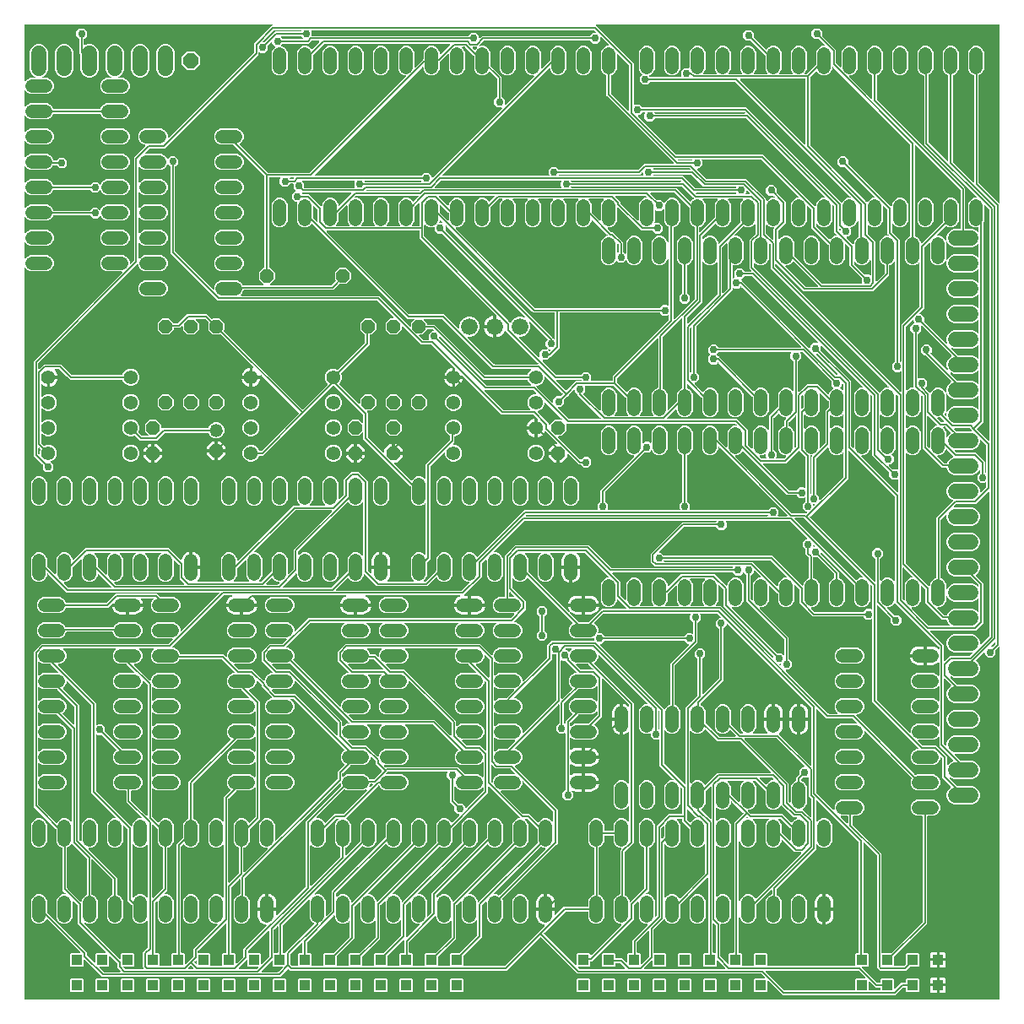
<source format=gbr>
G04 EAGLE Gerber RS-274X export*
G75*
%MOMM*%
%FSLAX34Y34*%
%LPD*%
%INBottom Copper*%
%IPPOS*%
%AMOC8*
5,1,8,0,0,1.08239X$1,22.5*%
G01*
%ADD10P,1.429621X8X292.500000*%
%ADD11C,1.320800*%
%ADD12C,1.386000*%
%ADD13C,1.320800*%
%ADD14P,1.429621X8X112.500000*%
%ADD15C,1.676400*%
%ADD16R,1.058000X1.058000*%
%ADD17P,1.429621X8X22.500000*%
%ADD18C,1.524000*%
%ADD19P,1.649562X8X22.500000*%
%ADD20C,0.152400*%
%ADD21C,0.756400*%

G36*
X-141837Y23499D02*
X-141837Y23499D01*
X-141818Y23497D01*
X-141716Y23519D01*
X-141614Y23535D01*
X-141597Y23545D01*
X-141577Y23549D01*
X-141488Y23602D01*
X-141397Y23651D01*
X-141383Y23665D01*
X-141366Y23675D01*
X-141299Y23754D01*
X-141227Y23829D01*
X-141219Y23847D01*
X-141206Y23862D01*
X-141167Y23958D01*
X-141124Y24052D01*
X-141122Y24072D01*
X-141114Y24090D01*
X-141096Y24257D01*
X-141096Y376565D01*
X-141107Y376635D01*
X-141109Y376707D01*
X-141127Y376756D01*
X-141135Y376807D01*
X-141169Y376871D01*
X-141194Y376938D01*
X-141226Y376979D01*
X-141251Y377025D01*
X-141303Y377074D01*
X-141347Y377130D01*
X-141391Y377158D01*
X-141429Y377194D01*
X-141494Y377224D01*
X-141554Y377263D01*
X-141605Y377276D01*
X-141652Y377298D01*
X-141723Y377306D01*
X-141793Y377323D01*
X-141845Y377319D01*
X-141896Y377325D01*
X-141967Y377310D01*
X-142038Y377304D01*
X-142086Y377284D01*
X-142137Y377273D01*
X-142198Y377236D01*
X-142264Y377208D01*
X-142320Y377163D01*
X-142348Y377146D01*
X-142363Y377129D01*
X-142395Y377103D01*
X-145346Y374152D01*
X-145399Y374078D01*
X-145459Y374008D01*
X-145471Y373978D01*
X-145490Y373952D01*
X-145517Y373865D01*
X-145551Y373780D01*
X-145555Y373739D01*
X-145562Y373717D01*
X-145561Y373685D01*
X-145569Y373613D01*
X-145569Y369658D01*
X-148678Y366549D01*
X-153074Y366549D01*
X-156183Y369658D01*
X-156183Y370622D01*
X-156194Y370692D01*
X-156196Y370764D01*
X-156214Y370813D01*
X-156222Y370864D01*
X-156256Y370928D01*
X-156281Y370995D01*
X-156313Y371036D01*
X-156338Y371082D01*
X-156390Y371131D01*
X-156434Y371187D01*
X-156478Y371215D01*
X-156516Y371251D01*
X-156581Y371281D01*
X-156641Y371320D01*
X-156692Y371333D01*
X-156739Y371355D01*
X-156810Y371363D01*
X-156880Y371380D01*
X-156932Y371376D01*
X-156983Y371382D01*
X-157054Y371367D01*
X-157125Y371361D01*
X-157173Y371341D01*
X-157224Y371330D01*
X-157285Y371293D01*
X-157351Y371265D01*
X-157407Y371220D01*
X-157435Y371203D01*
X-157450Y371186D01*
X-157482Y371160D01*
X-164606Y364036D01*
X-164618Y364019D01*
X-164634Y364007D01*
X-164690Y363920D01*
X-164750Y363836D01*
X-164756Y363817D01*
X-164767Y363800D01*
X-164792Y363700D01*
X-164822Y363601D01*
X-164822Y363581D01*
X-164827Y363562D01*
X-164819Y363459D01*
X-164816Y363355D01*
X-164809Y363336D01*
X-164808Y363316D01*
X-164767Y363221D01*
X-164732Y363124D01*
X-164719Y363108D01*
X-164711Y363090D01*
X-164606Y362959D01*
X-162427Y360780D01*
X-161035Y357419D01*
X-161035Y353781D01*
X-162427Y350420D01*
X-165000Y347847D01*
X-168361Y346455D01*
X-187239Y346455D01*
X-189819Y347524D01*
X-189914Y347546D01*
X-190007Y347575D01*
X-190033Y347574D01*
X-190058Y347580D01*
X-190155Y347571D01*
X-190252Y347568D01*
X-190277Y347559D01*
X-190303Y347557D01*
X-190392Y347517D01*
X-190483Y347484D01*
X-190504Y347468D01*
X-190528Y347457D01*
X-190599Y347391D01*
X-190676Y347330D01*
X-190690Y347308D01*
X-190709Y347291D01*
X-190756Y347205D01*
X-190809Y347123D01*
X-190815Y347098D01*
X-190828Y347075D01*
X-190845Y346979D01*
X-190869Y346885D01*
X-190867Y346859D01*
X-190871Y346833D01*
X-190857Y346736D01*
X-190849Y346640D01*
X-190839Y346616D01*
X-190835Y346590D01*
X-190791Y346502D01*
X-190753Y346413D01*
X-190733Y346388D01*
X-190724Y346370D01*
X-190700Y346347D01*
X-190648Y346282D01*
X-183934Y339568D01*
X-183860Y339515D01*
X-183790Y339455D01*
X-183760Y339443D01*
X-183734Y339424D01*
X-183647Y339397D01*
X-183562Y339363D01*
X-183521Y339359D01*
X-183499Y339352D01*
X-183467Y339353D01*
X-183395Y339345D01*
X-168361Y339345D01*
X-165000Y337953D01*
X-162427Y335380D01*
X-161035Y332019D01*
X-161035Y328381D01*
X-162427Y325020D01*
X-165000Y322447D01*
X-168361Y321055D01*
X-187239Y321055D01*
X-190600Y322447D01*
X-193173Y325020D01*
X-194565Y328381D01*
X-194565Y332019D01*
X-193173Y335380D01*
X-190600Y337953D01*
X-190370Y338048D01*
X-190331Y338072D01*
X-190288Y338088D01*
X-190227Y338136D01*
X-190161Y338177D01*
X-190132Y338213D01*
X-190096Y338241D01*
X-190054Y338307D01*
X-190004Y338367D01*
X-189988Y338410D01*
X-189963Y338448D01*
X-189944Y338524D01*
X-189916Y338596D01*
X-189914Y338642D01*
X-189903Y338687D01*
X-189909Y338764D01*
X-189906Y338842D01*
X-189919Y338886D01*
X-189922Y338932D01*
X-189953Y339004D01*
X-189974Y339078D01*
X-190000Y339116D01*
X-190018Y339158D01*
X-190104Y339265D01*
X-190115Y339280D01*
X-190119Y339283D01*
X-190123Y339289D01*
X-196058Y345224D01*
X-196116Y345266D01*
X-196168Y345315D01*
X-196215Y345337D01*
X-196257Y345367D01*
X-196326Y345388D01*
X-196391Y345419D01*
X-196443Y345424D01*
X-196493Y345440D01*
X-196564Y345438D01*
X-196635Y345446D01*
X-196686Y345435D01*
X-196738Y345433D01*
X-196806Y345409D01*
X-196876Y345394D01*
X-196920Y345367D01*
X-196969Y345349D01*
X-197025Y345304D01*
X-197087Y345267D01*
X-197121Y345228D01*
X-197161Y345195D01*
X-197200Y345135D01*
X-197247Y345080D01*
X-197266Y345032D01*
X-197294Y344988D01*
X-197312Y344919D01*
X-197339Y344852D01*
X-197347Y344781D01*
X-197355Y344750D01*
X-197353Y344726D01*
X-197357Y344686D01*
X-197357Y280155D01*
X-197343Y280064D01*
X-197335Y279974D01*
X-197323Y279944D01*
X-197318Y279912D01*
X-197275Y279831D01*
X-197239Y279747D01*
X-197213Y279715D01*
X-197202Y279694D01*
X-197179Y279672D01*
X-197134Y279616D01*
X-195864Y278346D01*
X-195806Y278304D01*
X-195754Y278255D01*
X-195707Y278233D01*
X-195665Y278203D01*
X-195596Y278182D01*
X-195531Y278151D01*
X-195479Y278146D01*
X-195429Y278130D01*
X-195358Y278132D01*
X-195287Y278124D01*
X-195236Y278135D01*
X-195184Y278137D01*
X-195116Y278161D01*
X-195046Y278176D01*
X-195001Y278203D01*
X-194953Y278221D01*
X-194897Y278266D01*
X-194835Y278303D01*
X-194801Y278342D01*
X-194761Y278375D01*
X-194722Y278435D01*
X-194675Y278490D01*
X-194656Y278538D01*
X-194628Y278582D01*
X-194610Y278651D01*
X-194583Y278718D01*
X-194575Y278789D01*
X-194567Y278820D01*
X-194569Y278844D01*
X-194565Y278884D01*
X-194565Y281219D01*
X-193173Y284580D01*
X-190600Y287153D01*
X-187239Y288545D01*
X-168361Y288545D01*
X-165000Y287153D01*
X-162427Y284580D01*
X-161035Y281219D01*
X-161035Y277581D01*
X-162427Y274220D01*
X-165000Y271647D01*
X-168361Y270255D01*
X-185936Y270255D01*
X-186006Y270244D01*
X-186078Y270242D01*
X-186127Y270224D01*
X-186178Y270216D01*
X-186242Y270182D01*
X-186309Y270157D01*
X-186350Y270125D01*
X-186396Y270100D01*
X-186445Y270048D01*
X-186501Y270004D01*
X-186529Y269960D01*
X-186565Y269922D01*
X-186595Y269857D01*
X-186634Y269797D01*
X-186647Y269746D01*
X-186669Y269699D01*
X-186677Y269628D01*
X-186694Y269558D01*
X-186690Y269506D01*
X-186696Y269455D01*
X-186681Y269384D01*
X-186675Y269313D01*
X-186655Y269265D01*
X-186644Y269214D01*
X-186607Y269153D01*
X-186579Y269087D01*
X-186534Y269031D01*
X-186517Y269003D01*
X-186500Y268988D01*
X-186474Y268956D01*
X-180886Y263368D01*
X-180812Y263315D01*
X-180742Y263255D01*
X-180712Y263243D01*
X-180686Y263224D01*
X-180599Y263197D01*
X-180514Y263163D01*
X-180473Y263159D01*
X-180451Y263152D01*
X-180419Y263153D01*
X-180347Y263145D01*
X-168361Y263145D01*
X-165000Y261753D01*
X-162427Y259180D01*
X-161035Y255819D01*
X-161035Y252181D01*
X-162427Y248820D01*
X-165000Y246247D01*
X-168361Y244855D01*
X-187239Y244855D01*
X-190686Y246283D01*
X-190781Y246305D01*
X-190874Y246334D01*
X-190900Y246333D01*
X-190925Y246339D01*
X-191022Y246330D01*
X-191120Y246328D01*
X-191144Y246319D01*
X-191170Y246316D01*
X-191259Y246277D01*
X-191351Y246243D01*
X-191371Y246227D01*
X-191395Y246216D01*
X-191467Y246150D01*
X-191543Y246089D01*
X-191557Y246067D01*
X-191576Y246050D01*
X-191623Y245964D01*
X-191676Y245883D01*
X-191682Y245857D01*
X-191695Y245834D01*
X-191712Y245738D01*
X-191736Y245644D01*
X-191734Y245618D01*
X-191738Y245592D01*
X-191724Y245495D01*
X-191717Y245399D01*
X-191706Y245375D01*
X-191703Y245349D01*
X-191658Y245262D01*
X-191620Y245172D01*
X-191600Y245147D01*
X-191591Y245130D01*
X-191567Y245106D01*
X-191516Y245041D01*
X-184442Y237968D01*
X-184368Y237915D01*
X-184298Y237855D01*
X-184268Y237843D01*
X-184242Y237824D01*
X-184155Y237797D01*
X-184070Y237763D01*
X-184029Y237759D01*
X-184007Y237752D01*
X-183975Y237753D01*
X-183903Y237745D01*
X-168361Y237745D01*
X-165000Y236353D01*
X-162427Y233780D01*
X-161035Y230419D01*
X-161035Y226781D01*
X-162427Y223420D01*
X-165000Y220847D01*
X-168361Y219455D01*
X-187239Y219455D01*
X-190600Y220847D01*
X-193173Y223420D01*
X-194565Y226781D01*
X-194565Y230419D01*
X-193173Y233780D01*
X-190530Y236422D01*
X-190520Y236429D01*
X-190503Y236450D01*
X-190493Y236460D01*
X-190488Y236466D01*
X-190455Y236493D01*
X-190413Y236558D01*
X-190364Y236618D01*
X-190347Y236661D01*
X-190322Y236700D01*
X-190303Y236775D01*
X-190275Y236848D01*
X-190273Y236894D01*
X-190262Y236938D01*
X-190268Y237016D01*
X-190265Y237093D01*
X-190278Y237138D01*
X-190281Y237183D01*
X-190312Y237255D01*
X-190333Y237330D01*
X-190360Y237367D01*
X-190378Y237410D01*
X-190463Y237516D01*
X-190474Y237532D01*
X-190478Y237535D01*
X-190482Y237541D01*
X-198883Y245941D01*
X-198883Y265437D01*
X-198897Y265527D01*
X-198905Y265618D01*
X-198917Y265648D01*
X-198922Y265680D01*
X-198965Y265761D01*
X-199001Y265845D01*
X-199027Y265877D01*
X-199038Y265898D01*
X-199061Y265920D01*
X-199106Y265976D01*
X-199868Y266738D01*
X-199926Y266780D01*
X-199978Y266829D01*
X-200025Y266851D01*
X-200067Y266881D01*
X-200136Y266902D01*
X-200201Y266933D01*
X-200253Y266938D01*
X-200303Y266954D01*
X-200374Y266952D01*
X-200445Y266960D01*
X-200496Y266949D01*
X-200548Y266947D01*
X-200616Y266923D01*
X-200686Y266908D01*
X-200731Y266881D01*
X-200779Y266863D01*
X-200835Y266818D01*
X-200897Y266781D01*
X-200931Y266742D01*
X-200971Y266709D01*
X-201010Y266649D01*
X-201057Y266594D01*
X-201076Y266546D01*
X-201104Y266502D01*
X-201122Y266433D01*
X-201149Y266366D01*
X-201157Y266295D01*
X-201165Y266264D01*
X-201163Y266240D01*
X-201167Y266200D01*
X-201167Y265083D01*
X-202405Y262095D01*
X-204691Y259809D01*
X-207679Y258571D01*
X-224121Y258571D01*
X-227109Y259809D01*
X-229395Y262095D01*
X-230633Y265083D01*
X-230633Y268317D01*
X-229395Y271305D01*
X-227109Y273591D01*
X-224121Y274829D01*
X-223512Y274829D01*
X-223442Y274840D01*
X-223370Y274842D01*
X-223321Y274860D01*
X-223270Y274868D01*
X-223206Y274902D01*
X-223139Y274927D01*
X-223098Y274959D01*
X-223052Y274984D01*
X-223003Y275036D01*
X-222947Y275080D01*
X-222919Y275124D01*
X-222883Y275162D01*
X-222853Y275227D01*
X-222814Y275287D01*
X-222801Y275338D01*
X-222779Y275385D01*
X-222771Y275456D01*
X-222754Y275526D01*
X-222758Y275578D01*
X-222752Y275629D01*
X-222767Y275700D01*
X-222773Y275771D01*
X-222793Y275819D01*
X-222804Y275870D01*
X-222841Y275931D01*
X-222869Y275997D01*
X-222914Y276053D01*
X-222931Y276081D01*
X-222948Y276096D01*
X-222974Y276128D01*
X-268987Y322141D01*
X-268987Y404423D01*
X-268998Y404493D01*
X-269000Y404565D01*
X-269018Y404614D01*
X-269026Y404665D01*
X-269060Y404729D01*
X-269085Y404796D01*
X-269117Y404837D01*
X-269142Y404883D01*
X-269194Y404932D01*
X-269238Y404988D01*
X-269282Y405016D01*
X-269320Y405052D01*
X-269385Y405082D01*
X-269445Y405121D01*
X-269496Y405134D01*
X-269543Y405156D01*
X-269614Y405164D01*
X-269684Y405181D01*
X-269736Y405177D01*
X-269787Y405183D01*
X-269858Y405168D01*
X-269929Y405162D01*
X-269977Y405142D01*
X-270028Y405131D01*
X-270089Y405094D01*
X-270155Y405066D01*
X-270211Y405021D01*
X-270239Y405004D01*
X-270254Y404987D01*
X-270286Y404961D01*
X-270598Y404649D01*
X-274994Y404649D01*
X-277791Y407446D01*
X-277865Y407499D01*
X-277935Y407559D01*
X-277965Y407571D01*
X-277991Y407590D01*
X-278078Y407617D01*
X-278163Y407651D01*
X-278204Y407655D01*
X-278226Y407662D01*
X-278258Y407661D01*
X-278329Y407669D01*
X-328607Y407669D01*
X-342139Y421201D01*
X-342139Y434601D01*
X-342140Y434609D01*
X-342140Y434610D01*
X-342141Y434618D01*
X-342153Y434692D01*
X-342161Y434782D01*
X-342173Y434812D01*
X-342178Y434844D01*
X-342221Y434925D01*
X-342257Y435009D01*
X-342283Y435041D01*
X-342294Y435062D01*
X-342317Y435084D01*
X-342362Y435140D01*
X-346172Y438950D01*
X-346230Y438992D01*
X-346282Y439041D01*
X-346329Y439063D01*
X-346371Y439093D01*
X-346440Y439114D01*
X-346505Y439145D01*
X-346557Y439150D01*
X-346607Y439166D01*
X-346678Y439164D01*
X-346749Y439172D01*
X-346800Y439161D01*
X-346852Y439159D01*
X-346920Y439135D01*
X-346990Y439120D01*
X-347035Y439093D01*
X-347083Y439075D01*
X-347139Y439030D01*
X-347201Y438993D01*
X-347235Y438954D01*
X-347275Y438921D01*
X-347314Y438861D01*
X-347361Y438806D01*
X-347380Y438758D01*
X-347408Y438714D01*
X-347426Y438645D01*
X-347453Y438578D01*
X-347461Y438507D01*
X-347469Y438476D01*
X-347467Y438452D01*
X-347471Y438412D01*
X-347471Y423579D01*
X-348709Y420591D01*
X-350995Y418305D01*
X-353983Y417067D01*
X-357217Y417067D01*
X-360205Y418305D01*
X-362491Y420591D01*
X-363729Y423579D01*
X-363729Y430284D01*
X-363743Y430374D01*
X-363751Y430465D01*
X-363763Y430494D01*
X-363768Y430526D01*
X-363811Y430607D01*
X-363847Y430691D01*
X-363873Y430723D01*
X-363884Y430744D01*
X-363907Y430766D01*
X-363952Y430822D01*
X-371572Y438442D01*
X-371630Y438484D01*
X-371682Y438533D01*
X-371729Y438555D01*
X-371771Y438585D01*
X-371840Y438606D01*
X-371905Y438637D01*
X-371957Y438642D01*
X-372007Y438658D01*
X-372078Y438656D01*
X-372149Y438664D01*
X-372200Y438653D01*
X-372252Y438651D01*
X-372320Y438627D01*
X-372390Y438612D01*
X-372434Y438585D01*
X-372483Y438567D01*
X-372539Y438522D01*
X-372601Y438485D01*
X-372635Y438446D01*
X-372675Y438413D01*
X-372714Y438353D01*
X-372761Y438298D01*
X-372780Y438250D01*
X-372808Y438206D01*
X-372826Y438137D01*
X-372853Y438070D01*
X-372861Y437999D01*
X-372869Y437968D01*
X-372867Y437944D01*
X-372871Y437904D01*
X-372871Y423579D01*
X-374109Y420591D01*
X-376395Y418305D01*
X-379383Y417067D01*
X-381516Y417067D01*
X-381586Y417056D01*
X-381658Y417054D01*
X-381707Y417036D01*
X-381758Y417028D01*
X-381822Y416994D01*
X-381889Y416969D01*
X-381930Y416937D01*
X-381976Y416912D01*
X-382025Y416860D01*
X-382081Y416816D01*
X-382109Y416772D01*
X-382145Y416734D01*
X-382175Y416669D01*
X-382214Y416609D01*
X-382227Y416558D01*
X-382249Y416511D01*
X-382257Y416440D01*
X-382274Y416370D01*
X-382270Y416318D01*
X-382276Y416267D01*
X-382261Y416196D01*
X-382255Y416125D01*
X-382235Y416077D01*
X-382224Y416026D01*
X-382187Y415965D01*
X-382159Y415899D01*
X-382114Y415843D01*
X-382097Y415815D01*
X-382093Y415811D01*
X-382092Y415810D01*
X-382078Y415798D01*
X-382054Y415768D01*
X-352805Y386519D01*
X-352805Y365197D01*
X-352791Y365107D01*
X-352783Y365016D01*
X-352771Y364987D01*
X-352766Y364955D01*
X-352723Y364874D01*
X-352687Y364790D01*
X-352661Y364758D01*
X-352650Y364737D01*
X-352627Y364715D01*
X-352582Y364659D01*
X-349785Y361862D01*
X-349785Y357466D01*
X-352894Y354357D01*
X-355382Y354357D01*
X-355452Y354346D01*
X-355524Y354344D01*
X-355573Y354326D01*
X-355624Y354318D01*
X-355688Y354284D01*
X-355755Y354259D01*
X-355796Y354227D01*
X-355842Y354202D01*
X-355891Y354150D01*
X-355947Y354106D01*
X-355975Y354062D01*
X-356011Y354024D01*
X-356041Y353959D01*
X-356080Y353899D01*
X-356093Y353848D01*
X-356115Y353801D01*
X-356123Y353730D01*
X-356140Y353660D01*
X-356136Y353608D01*
X-356142Y353557D01*
X-356127Y353486D01*
X-356121Y353415D01*
X-356101Y353367D01*
X-356090Y353316D01*
X-356053Y353255D01*
X-356025Y353189D01*
X-355980Y353133D01*
X-355963Y353105D01*
X-355946Y353090D01*
X-355920Y353058D01*
X-313220Y310358D01*
X-313146Y310305D01*
X-313076Y310245D01*
X-313046Y310233D01*
X-313020Y310214D01*
X-312933Y310187D01*
X-312848Y310153D01*
X-312807Y310149D01*
X-312785Y310142D01*
X-312753Y310143D01*
X-312681Y310135D01*
X-304672Y310135D01*
X-304602Y310146D01*
X-304530Y310148D01*
X-304481Y310166D01*
X-304430Y310174D01*
X-304366Y310208D01*
X-304299Y310233D01*
X-304258Y310265D01*
X-304212Y310290D01*
X-304163Y310342D01*
X-304107Y310386D01*
X-304079Y310430D01*
X-304043Y310468D01*
X-304013Y310533D01*
X-303974Y310593D01*
X-303961Y310644D01*
X-303939Y310691D01*
X-303931Y310762D01*
X-303914Y310832D01*
X-303918Y310884D01*
X-303912Y310935D01*
X-303927Y311006D01*
X-303933Y311077D01*
X-303953Y311125D01*
X-303964Y311176D01*
X-304001Y311237D01*
X-304029Y311303D01*
X-304074Y311359D01*
X-304091Y311387D01*
X-304108Y311402D01*
X-304134Y311434D01*
X-305595Y312895D01*
X-306833Y315883D01*
X-306833Y319117D01*
X-305595Y322105D01*
X-303309Y324391D01*
X-300321Y325629D01*
X-283879Y325629D01*
X-280891Y324391D01*
X-278605Y322105D01*
X-277367Y319117D01*
X-277367Y315883D01*
X-278605Y312895D01*
X-280891Y310609D01*
X-283879Y309371D01*
X-284488Y309371D01*
X-284558Y309360D01*
X-284630Y309358D01*
X-284679Y309340D01*
X-284730Y309332D01*
X-284794Y309298D01*
X-284861Y309273D01*
X-284902Y309241D01*
X-284948Y309216D01*
X-284997Y309165D01*
X-285053Y309120D01*
X-285081Y309076D01*
X-285117Y309038D01*
X-285147Y308973D01*
X-285186Y308913D01*
X-285199Y308862D01*
X-285221Y308815D01*
X-285229Y308744D01*
X-285246Y308674D01*
X-285242Y308622D01*
X-285248Y308571D01*
X-285233Y308500D01*
X-285227Y308429D01*
X-285207Y308381D01*
X-285196Y308330D01*
X-285159Y308269D01*
X-285131Y308203D01*
X-285086Y308147D01*
X-285069Y308119D01*
X-285052Y308104D01*
X-285026Y308072D01*
X-226080Y249126D01*
X-225985Y249058D01*
X-225891Y248988D01*
X-225885Y248986D01*
X-225880Y248982D01*
X-225769Y248948D01*
X-225657Y248912D01*
X-225651Y248912D01*
X-225645Y248910D01*
X-225528Y248913D01*
X-225411Y248914D01*
X-225404Y248916D01*
X-225399Y248916D01*
X-225382Y248923D01*
X-225250Y248961D01*
X-224121Y249429D01*
X-207679Y249429D01*
X-204691Y248191D01*
X-202405Y245905D01*
X-201167Y242917D01*
X-201167Y239683D01*
X-202405Y236695D01*
X-204691Y234409D01*
X-207679Y233171D01*
X-224121Y233171D01*
X-227109Y234409D01*
X-229395Y236695D01*
X-230633Y239683D01*
X-230633Y242917D01*
X-229570Y245483D01*
X-229550Y245567D01*
X-229546Y245576D01*
X-229544Y245591D01*
X-229543Y245596D01*
X-229514Y245710D01*
X-229515Y245717D01*
X-229514Y245723D01*
X-229521Y245802D01*
X-229519Y245820D01*
X-229525Y245849D01*
X-229534Y245956D01*
X-229536Y245961D01*
X-229537Y245968D01*
X-229565Y246031D01*
X-229571Y246061D01*
X-229596Y246102D01*
X-229630Y246182D01*
X-229635Y246188D01*
X-229637Y246192D01*
X-229649Y246206D01*
X-229685Y246250D01*
X-229697Y246272D01*
X-229711Y246284D01*
X-229735Y246313D01*
X-276068Y292646D01*
X-276126Y292688D01*
X-276178Y292737D01*
X-276225Y292759D01*
X-276267Y292789D01*
X-276336Y292810D01*
X-276401Y292841D01*
X-276453Y292846D01*
X-276503Y292862D01*
X-276574Y292860D01*
X-276645Y292868D01*
X-276696Y292857D01*
X-276748Y292855D01*
X-276816Y292831D01*
X-276886Y292816D01*
X-276930Y292789D01*
X-276979Y292771D01*
X-277035Y292726D01*
X-277097Y292689D01*
X-277131Y292650D01*
X-277171Y292617D01*
X-277210Y292557D01*
X-277257Y292502D01*
X-277276Y292454D01*
X-277304Y292410D01*
X-277322Y292341D01*
X-277349Y292274D01*
X-277357Y292203D01*
X-277365Y292172D01*
X-277363Y292148D01*
X-277367Y292108D01*
X-277367Y290483D01*
X-278605Y287495D01*
X-280891Y285209D01*
X-283879Y283971D01*
X-300321Y283971D01*
X-303309Y285209D01*
X-305595Y287495D01*
X-306833Y290483D01*
X-306833Y293717D01*
X-305595Y296705D01*
X-303309Y298991D01*
X-300321Y300229D01*
X-285488Y300229D01*
X-285418Y300240D01*
X-285346Y300242D01*
X-285297Y300260D01*
X-285246Y300268D01*
X-285182Y300302D01*
X-285115Y300327D01*
X-285074Y300359D01*
X-285028Y300384D01*
X-284979Y300436D01*
X-284923Y300480D01*
X-284895Y300524D01*
X-284859Y300562D01*
X-284829Y300627D01*
X-284790Y300687D01*
X-284777Y300738D01*
X-284755Y300785D01*
X-284747Y300856D01*
X-284730Y300926D01*
X-284734Y300978D01*
X-284728Y301029D01*
X-284743Y301100D01*
X-284749Y301171D01*
X-284769Y301219D01*
X-284780Y301270D01*
X-284817Y301331D01*
X-284845Y301397D01*
X-284890Y301453D01*
X-284907Y301481D01*
X-284924Y301496D01*
X-284950Y301528D01*
X-288760Y305338D01*
X-288834Y305391D01*
X-288904Y305451D01*
X-288934Y305463D01*
X-288960Y305482D01*
X-289047Y305509D01*
X-289132Y305543D01*
X-289173Y305547D01*
X-289195Y305554D01*
X-289227Y305553D01*
X-289299Y305561D01*
X-314891Y305561D01*
X-324074Y314744D01*
X-324132Y314786D01*
X-324184Y314835D01*
X-324231Y314857D01*
X-324273Y314887D01*
X-324342Y314908D01*
X-324407Y314939D01*
X-324459Y314944D01*
X-324509Y314960D01*
X-324580Y314958D01*
X-324651Y314966D01*
X-324702Y314955D01*
X-324754Y314953D01*
X-324822Y314929D01*
X-324892Y314914D01*
X-324937Y314887D01*
X-324985Y314869D01*
X-325041Y314824D01*
X-325103Y314787D01*
X-325137Y314748D01*
X-325177Y314715D01*
X-325216Y314655D01*
X-325263Y314600D01*
X-325282Y314552D01*
X-325310Y314508D01*
X-325328Y314439D01*
X-325355Y314372D01*
X-325363Y314301D01*
X-325371Y314270D01*
X-325369Y314246D01*
X-325373Y314206D01*
X-325373Y231387D01*
X-325359Y231296D01*
X-325351Y231206D01*
X-325339Y231176D01*
X-325334Y231144D01*
X-325291Y231063D01*
X-325255Y230979D01*
X-325229Y230947D01*
X-325218Y230926D01*
X-325195Y230904D01*
X-325150Y230848D01*
X-308132Y213830D01*
X-308074Y213788D01*
X-308022Y213739D01*
X-307975Y213717D01*
X-307933Y213687D01*
X-307864Y213666D01*
X-307799Y213635D01*
X-307747Y213630D01*
X-307697Y213614D01*
X-307626Y213616D01*
X-307555Y213608D01*
X-307504Y213619D01*
X-307452Y213621D01*
X-307384Y213645D01*
X-307314Y213660D01*
X-307269Y213687D01*
X-307221Y213705D01*
X-307165Y213750D01*
X-307103Y213787D01*
X-307069Y213826D01*
X-307029Y213859D01*
X-306990Y213919D01*
X-306943Y213974D01*
X-306924Y214022D01*
X-306896Y214066D01*
X-306878Y214135D01*
X-306851Y214202D01*
X-306843Y214273D01*
X-306835Y214304D01*
X-306837Y214328D01*
X-306833Y214368D01*
X-306833Y217517D01*
X-305595Y220505D01*
X-303309Y222791D01*
X-300321Y224029D01*
X-283879Y224029D01*
X-280891Y222791D01*
X-278605Y220505D01*
X-277367Y217517D01*
X-277367Y214283D01*
X-278605Y211295D01*
X-280891Y209009D01*
X-283879Y207771D01*
X-288036Y207771D01*
X-288056Y207768D01*
X-288075Y207770D01*
X-288177Y207748D01*
X-288279Y207732D01*
X-288296Y207722D01*
X-288316Y207718D01*
X-288405Y207665D01*
X-288496Y207616D01*
X-288510Y207602D01*
X-288527Y207592D01*
X-288594Y207513D01*
X-288666Y207438D01*
X-288674Y207420D01*
X-288687Y207405D01*
X-288726Y207309D01*
X-288769Y207215D01*
X-288771Y207195D01*
X-288779Y207177D01*
X-288797Y207010D01*
X-288797Y199383D01*
X-288783Y199292D01*
X-288775Y199202D01*
X-288763Y199172D01*
X-288758Y199140D01*
X-288715Y199059D01*
X-288679Y198975D01*
X-288653Y198943D01*
X-288642Y198922D01*
X-288619Y198900D01*
X-288574Y198844D01*
X-259841Y170111D01*
X-259841Y71076D01*
X-259838Y71056D01*
X-259840Y71037D01*
X-259818Y70935D01*
X-259802Y70833D01*
X-259792Y70816D01*
X-259788Y70796D01*
X-259735Y70707D01*
X-259686Y70616D01*
X-259672Y70602D01*
X-259662Y70585D01*
X-259583Y70518D01*
X-259508Y70446D01*
X-259490Y70438D01*
X-259475Y70425D01*
X-259379Y70386D01*
X-259285Y70343D01*
X-259265Y70341D01*
X-259247Y70333D01*
X-259080Y70315D01*
X-250227Y70315D01*
X-250136Y70329D01*
X-250046Y70337D01*
X-250016Y70349D01*
X-249984Y70354D01*
X-249903Y70397D01*
X-249819Y70433D01*
X-249787Y70459D01*
X-249766Y70470D01*
X-249744Y70493D01*
X-249688Y70538D01*
X-218918Y101308D01*
X-218865Y101382D01*
X-218805Y101452D01*
X-218793Y101482D01*
X-218774Y101508D01*
X-218747Y101595D01*
X-218713Y101680D01*
X-218709Y101721D01*
X-218702Y101743D01*
X-218703Y101775D01*
X-218695Y101847D01*
X-218695Y207010D01*
X-218698Y207030D01*
X-218696Y207049D01*
X-218718Y207151D01*
X-218734Y207253D01*
X-218744Y207270D01*
X-218748Y207290D01*
X-218801Y207379D01*
X-218850Y207470D01*
X-218864Y207484D01*
X-218874Y207501D01*
X-218953Y207568D01*
X-219028Y207640D01*
X-219046Y207648D01*
X-219061Y207661D01*
X-219157Y207700D01*
X-219251Y207743D01*
X-219271Y207745D01*
X-219289Y207753D01*
X-219456Y207771D01*
X-224121Y207771D01*
X-227109Y209009D01*
X-229395Y211295D01*
X-230633Y214283D01*
X-230633Y217517D01*
X-229395Y220505D01*
X-227109Y222791D01*
X-224121Y224029D01*
X-207679Y224029D01*
X-204691Y222791D01*
X-202405Y220505D01*
X-201167Y217517D01*
X-201167Y214283D01*
X-202405Y211295D01*
X-204691Y209009D01*
X-207679Y207771D01*
X-213360Y207771D01*
X-213380Y207768D01*
X-213399Y207770D01*
X-213501Y207748D01*
X-213603Y207732D01*
X-213620Y207722D01*
X-213640Y207718D01*
X-213729Y207665D01*
X-213820Y207616D01*
X-213834Y207602D01*
X-213851Y207592D01*
X-213918Y207513D01*
X-213990Y207438D01*
X-213998Y207420D01*
X-214011Y207405D01*
X-214050Y207309D01*
X-214093Y207215D01*
X-214095Y207195D01*
X-214103Y207177D01*
X-214121Y207010D01*
X-214121Y99637D01*
X-246962Y66796D01*
X-247015Y66722D01*
X-247075Y66652D01*
X-247087Y66622D01*
X-247106Y66596D01*
X-247133Y66509D01*
X-247167Y66424D01*
X-247171Y66383D01*
X-247178Y66361D01*
X-247177Y66329D01*
X-247185Y66257D01*
X-247185Y57912D01*
X-247182Y57892D01*
X-247184Y57873D01*
X-247162Y57771D01*
X-247146Y57669D01*
X-247136Y57652D01*
X-247132Y57632D01*
X-247079Y57543D01*
X-247030Y57452D01*
X-247016Y57438D01*
X-247006Y57421D01*
X-246927Y57354D01*
X-246852Y57282D01*
X-246834Y57274D01*
X-246819Y57261D01*
X-246723Y57222D01*
X-246629Y57179D01*
X-246609Y57177D01*
X-246591Y57169D01*
X-246424Y57151D01*
X-237483Y57151D01*
X-237392Y57165D01*
X-237302Y57173D01*
X-237272Y57185D01*
X-237240Y57190D01*
X-237159Y57233D01*
X-237075Y57269D01*
X-237043Y57295D01*
X-237022Y57306D01*
X-237000Y57329D01*
X-236944Y57374D01*
X-235638Y58680D01*
X-235585Y58754D01*
X-235525Y58824D01*
X-235513Y58854D01*
X-235494Y58880D01*
X-235467Y58967D01*
X-235433Y59052D01*
X-235429Y59093D01*
X-235422Y59115D01*
X-235423Y59147D01*
X-235415Y59219D01*
X-235415Y69422D01*
X-234522Y70315D01*
X-222678Y70315D01*
X-221785Y69422D01*
X-221785Y57578D01*
X-222678Y56685D01*
X-230849Y56685D01*
X-230940Y56671D01*
X-231030Y56663D01*
X-231060Y56651D01*
X-231092Y56646D01*
X-231173Y56603D01*
X-231257Y56567D01*
X-231289Y56541D01*
X-231310Y56530D01*
X-231332Y56507D01*
X-231388Y56462D01*
X-235273Y52577D01*
X-261551Y52577D01*
X-264415Y55441D01*
X-264415Y167901D01*
X-264429Y167992D01*
X-264437Y168082D01*
X-264449Y168112D01*
X-264454Y168144D01*
X-264497Y168225D01*
X-264533Y168309D01*
X-264559Y168341D01*
X-264570Y168362D01*
X-264593Y168384D01*
X-264638Y168440D01*
X-276830Y180632D01*
X-276888Y180674D01*
X-276940Y180723D01*
X-276987Y180745D01*
X-277029Y180775D01*
X-277098Y180796D01*
X-277163Y180827D01*
X-277215Y180832D01*
X-277265Y180848D01*
X-277336Y180846D01*
X-277407Y180854D01*
X-277458Y180843D01*
X-277510Y180841D01*
X-277578Y180817D01*
X-277648Y180802D01*
X-277693Y180775D01*
X-277741Y180757D01*
X-277797Y180712D01*
X-277859Y180675D01*
X-277893Y180636D01*
X-277933Y180603D01*
X-277972Y180543D01*
X-278019Y180488D01*
X-278038Y180440D01*
X-278066Y180396D01*
X-278084Y180327D01*
X-278111Y180260D01*
X-278119Y180189D01*
X-278127Y180158D01*
X-278125Y180134D01*
X-278129Y180094D01*
X-278129Y71076D01*
X-278126Y71056D01*
X-278128Y71037D01*
X-278106Y70935D01*
X-278090Y70833D01*
X-278080Y70816D01*
X-278076Y70796D01*
X-278023Y70707D01*
X-277974Y70616D01*
X-277960Y70602D01*
X-277950Y70585D01*
X-277871Y70518D01*
X-277796Y70446D01*
X-277778Y70438D01*
X-277763Y70425D01*
X-277667Y70386D01*
X-277573Y70343D01*
X-277553Y70341D01*
X-277535Y70333D01*
X-277368Y70315D01*
X-273478Y70315D01*
X-272585Y69422D01*
X-272585Y57578D01*
X-273478Y56685D01*
X-278690Y56685D01*
X-278760Y56674D01*
X-278832Y56672D01*
X-278881Y56654D01*
X-278932Y56646D01*
X-278996Y56612D01*
X-279063Y56587D01*
X-279104Y56555D01*
X-279150Y56530D01*
X-279199Y56478D01*
X-279255Y56434D01*
X-279283Y56390D01*
X-279319Y56352D01*
X-279349Y56287D01*
X-279388Y56227D01*
X-279401Y56176D01*
X-279423Y56129D01*
X-279431Y56058D01*
X-279448Y55988D01*
X-279444Y55936D01*
X-279450Y55885D01*
X-279435Y55814D01*
X-279429Y55743D01*
X-279409Y55695D01*
X-279398Y55644D01*
X-279361Y55583D01*
X-279333Y55517D01*
X-279288Y55461D01*
X-279271Y55433D01*
X-279254Y55418D01*
X-279228Y55386D01*
X-264452Y40610D01*
X-264378Y40557D01*
X-264308Y40497D01*
X-264278Y40485D01*
X-264252Y40466D01*
X-264165Y40439D01*
X-264080Y40405D01*
X-264039Y40401D01*
X-264017Y40394D01*
X-263985Y40395D01*
X-263913Y40387D01*
X-261576Y40387D01*
X-261556Y40390D01*
X-261537Y40388D01*
X-261435Y40410D01*
X-261333Y40426D01*
X-261316Y40436D01*
X-261296Y40440D01*
X-261207Y40493D01*
X-261116Y40542D01*
X-261102Y40556D01*
X-261085Y40566D01*
X-261018Y40645D01*
X-260946Y40720D01*
X-260938Y40738D01*
X-260925Y40753D01*
X-260886Y40849D01*
X-260843Y40943D01*
X-260841Y40963D01*
X-260833Y40981D01*
X-260815Y41148D01*
X-260815Y44022D01*
X-259922Y44915D01*
X-248078Y44915D01*
X-247185Y44022D01*
X-247185Y35254D01*
X-247174Y35184D01*
X-247172Y35112D01*
X-247154Y35063D01*
X-247146Y35012D01*
X-247112Y34948D01*
X-247087Y34881D01*
X-247055Y34840D01*
X-247030Y34794D01*
X-246978Y34745D01*
X-246934Y34689D01*
X-246890Y34661D01*
X-246852Y34625D01*
X-246787Y34595D01*
X-246727Y34556D01*
X-246676Y34543D01*
X-246629Y34521D01*
X-246558Y34513D01*
X-246488Y34496D01*
X-246436Y34500D01*
X-246385Y34494D01*
X-246314Y34509D01*
X-246243Y34515D01*
X-246195Y34535D01*
X-246144Y34546D01*
X-246083Y34583D01*
X-246017Y34611D01*
X-245961Y34656D01*
X-245933Y34673D01*
X-245918Y34690D01*
X-245886Y34716D01*
X-240215Y40387D01*
X-236176Y40387D01*
X-236156Y40390D01*
X-236137Y40388D01*
X-236035Y40410D01*
X-235933Y40426D01*
X-235916Y40436D01*
X-235896Y40440D01*
X-235807Y40493D01*
X-235716Y40542D01*
X-235702Y40556D01*
X-235685Y40566D01*
X-235618Y40645D01*
X-235546Y40720D01*
X-235538Y40738D01*
X-235525Y40753D01*
X-235486Y40849D01*
X-235443Y40943D01*
X-235441Y40963D01*
X-235433Y40981D01*
X-235415Y41148D01*
X-235415Y44022D01*
X-234522Y44915D01*
X-222678Y44915D01*
X-221785Y44022D01*
X-221785Y32178D01*
X-222678Y31285D01*
X-234522Y31285D01*
X-235415Y32178D01*
X-235415Y35052D01*
X-235418Y35072D01*
X-235416Y35091D01*
X-235438Y35193D01*
X-235454Y35295D01*
X-235464Y35312D01*
X-235468Y35332D01*
X-235521Y35421D01*
X-235570Y35512D01*
X-235584Y35526D01*
X-235594Y35543D01*
X-235673Y35610D01*
X-235748Y35682D01*
X-235766Y35690D01*
X-235781Y35703D01*
X-235877Y35742D01*
X-235971Y35785D01*
X-235991Y35787D01*
X-236009Y35795D01*
X-236176Y35813D01*
X-238005Y35813D01*
X-238096Y35799D01*
X-238186Y35791D01*
X-238216Y35779D01*
X-238248Y35774D01*
X-238329Y35731D01*
X-238413Y35695D01*
X-238445Y35669D01*
X-238466Y35658D01*
X-238488Y35635D01*
X-238544Y35590D01*
X-245941Y28193D01*
X-359087Y28193D01*
X-372886Y41992D01*
X-372944Y42034D01*
X-372996Y42083D01*
X-373043Y42105D01*
X-373085Y42135D01*
X-373154Y42156D01*
X-373219Y42187D01*
X-373271Y42192D01*
X-373321Y42208D01*
X-373392Y42206D01*
X-373463Y42214D01*
X-373514Y42203D01*
X-373566Y42201D01*
X-373634Y42177D01*
X-373704Y42162D01*
X-373749Y42135D01*
X-373797Y42117D01*
X-373853Y42072D01*
X-373915Y42035D01*
X-373949Y41996D01*
X-373989Y41963D01*
X-374028Y41903D01*
X-374075Y41848D01*
X-374094Y41800D01*
X-374122Y41756D01*
X-374140Y41687D01*
X-374167Y41620D01*
X-374175Y41549D01*
X-374183Y41518D01*
X-374181Y41494D01*
X-374185Y41454D01*
X-374185Y32178D01*
X-375078Y31285D01*
X-386922Y31285D01*
X-387815Y32178D01*
X-387815Y44022D01*
X-386922Y44915D01*
X-377646Y44915D01*
X-377576Y44926D01*
X-377504Y44928D01*
X-377455Y44946D01*
X-377404Y44954D01*
X-377340Y44988D01*
X-377273Y45013D01*
X-377232Y45045D01*
X-377186Y45070D01*
X-377137Y45122D01*
X-377081Y45166D01*
X-377053Y45210D01*
X-377017Y45248D01*
X-376987Y45313D01*
X-376948Y45373D01*
X-376935Y45424D01*
X-376913Y45471D01*
X-376905Y45542D01*
X-376888Y45612D01*
X-376892Y45664D01*
X-376886Y45715D01*
X-376901Y45786D01*
X-376907Y45857D01*
X-376927Y45905D01*
X-376938Y45956D01*
X-376975Y46017D01*
X-377003Y46083D01*
X-377048Y46139D01*
X-377065Y46167D01*
X-377082Y46182D01*
X-377108Y46214D01*
X-380200Y49306D01*
X-380274Y49359D01*
X-380344Y49419D01*
X-380374Y49431D01*
X-380400Y49450D01*
X-380487Y49477D01*
X-380572Y49511D01*
X-380613Y49515D01*
X-380635Y49522D01*
X-380667Y49521D01*
X-380739Y49529D01*
X-564827Y49529D01*
X-601442Y86144D01*
X-601458Y86155D01*
X-601470Y86171D01*
X-601558Y86227D01*
X-601641Y86287D01*
X-601660Y86293D01*
X-601677Y86304D01*
X-601778Y86329D01*
X-601877Y86360D01*
X-601896Y86359D01*
X-601916Y86364D01*
X-602019Y86356D01*
X-602122Y86353D01*
X-602141Y86346D01*
X-602161Y86345D01*
X-602256Y86305D01*
X-602353Y86269D01*
X-602369Y86256D01*
X-602387Y86249D01*
X-602518Y86144D01*
X-634522Y54140D01*
X-636085Y52577D01*
X-852863Y52577D01*
X-854426Y54140D01*
X-854442Y54151D01*
X-854454Y54167D01*
X-854542Y54223D01*
X-854625Y54283D01*
X-854644Y54289D01*
X-854661Y54300D01*
X-854762Y54325D01*
X-854861Y54356D01*
X-854880Y54355D01*
X-854900Y54360D01*
X-855003Y54352D01*
X-855106Y54349D01*
X-855125Y54342D01*
X-855145Y54341D01*
X-855240Y54301D01*
X-855337Y54265D01*
X-855353Y54252D01*
X-855371Y54245D01*
X-855502Y54140D01*
X-861598Y48044D01*
X-863161Y46481D01*
X-1041839Y46481D01*
X-1058686Y63328D01*
X-1058744Y63370D01*
X-1058796Y63419D01*
X-1058843Y63441D01*
X-1058885Y63471D01*
X-1058954Y63492D01*
X-1059019Y63523D01*
X-1059071Y63528D01*
X-1059121Y63544D01*
X-1059192Y63542D01*
X-1059263Y63550D01*
X-1059314Y63539D01*
X-1059366Y63537D01*
X-1059434Y63513D01*
X-1059504Y63498D01*
X-1059549Y63471D01*
X-1059597Y63453D01*
X-1059653Y63408D01*
X-1059715Y63371D01*
X-1059749Y63332D01*
X-1059789Y63299D01*
X-1059828Y63239D01*
X-1059875Y63184D01*
X-1059894Y63136D01*
X-1059922Y63092D01*
X-1059940Y63023D01*
X-1059967Y62956D01*
X-1059975Y62885D01*
X-1059983Y62854D01*
X-1059981Y62830D01*
X-1059985Y62790D01*
X-1059985Y57578D01*
X-1060878Y56685D01*
X-1072722Y56685D01*
X-1073615Y57578D01*
X-1073615Y69422D01*
X-1072722Y70315D01*
X-1064462Y70315D01*
X-1064392Y70326D01*
X-1064320Y70328D01*
X-1064271Y70346D01*
X-1064220Y70354D01*
X-1064156Y70388D01*
X-1064089Y70413D01*
X-1064048Y70445D01*
X-1064002Y70470D01*
X-1063953Y70522D01*
X-1063897Y70566D01*
X-1063869Y70610D01*
X-1063833Y70648D01*
X-1063803Y70713D01*
X-1063764Y70773D01*
X-1063751Y70824D01*
X-1063729Y70871D01*
X-1063721Y70942D01*
X-1063704Y71012D01*
X-1063708Y71064D01*
X-1063702Y71115D01*
X-1063717Y71186D01*
X-1063723Y71257D01*
X-1063743Y71305D01*
X-1063754Y71356D01*
X-1063791Y71417D01*
X-1063819Y71483D01*
X-1063864Y71539D01*
X-1063881Y71567D01*
X-1063898Y71582D01*
X-1063924Y71614D01*
X-1096440Y104130D01*
X-1096477Y104156D01*
X-1096508Y104190D01*
X-1096576Y104228D01*
X-1096639Y104273D01*
X-1096683Y104287D01*
X-1096723Y104309D01*
X-1096800Y104323D01*
X-1096874Y104345D01*
X-1096920Y104344D01*
X-1096965Y104352D01*
X-1097042Y104341D01*
X-1097120Y104339D01*
X-1097163Y104323D01*
X-1097209Y104317D01*
X-1097278Y104281D01*
X-1097351Y104255D01*
X-1097387Y104226D01*
X-1097428Y104205D01*
X-1097483Y104150D01*
X-1097543Y104101D01*
X-1097568Y104062D01*
X-1097600Y104030D01*
X-1097666Y103910D01*
X-1097676Y103894D01*
X-1097678Y103889D01*
X-1097681Y103883D01*
X-1098009Y103091D01*
X-1100295Y100805D01*
X-1103283Y99567D01*
X-1106517Y99567D01*
X-1109505Y100805D01*
X-1111791Y103091D01*
X-1113029Y106079D01*
X-1113029Y122521D01*
X-1111791Y125509D01*
X-1109505Y127795D01*
X-1106517Y129033D01*
X-1103283Y129033D01*
X-1100295Y127795D01*
X-1098009Y125509D01*
X-1096771Y122521D01*
X-1096771Y111245D01*
X-1096757Y111154D01*
X-1096749Y111064D01*
X-1096737Y111034D01*
X-1096732Y111002D01*
X-1096689Y110921D01*
X-1096653Y110837D01*
X-1096627Y110805D01*
X-1096616Y110784D01*
X-1096593Y110762D01*
X-1096548Y110706D01*
X-1056893Y71051D01*
X-1056893Y68319D01*
X-1056879Y68228D01*
X-1056871Y68138D01*
X-1056859Y68108D01*
X-1056854Y68076D01*
X-1056811Y67995D01*
X-1056775Y67911D01*
X-1056749Y67879D01*
X-1056738Y67858D01*
X-1056715Y67836D01*
X-1056670Y67780D01*
X-1049514Y60624D01*
X-1049456Y60582D01*
X-1049404Y60533D01*
X-1049357Y60511D01*
X-1049315Y60481D01*
X-1049246Y60460D01*
X-1049181Y60429D01*
X-1049129Y60424D01*
X-1049079Y60408D01*
X-1049008Y60410D01*
X-1048937Y60402D01*
X-1048886Y60413D01*
X-1048834Y60415D01*
X-1048766Y60439D01*
X-1048696Y60454D01*
X-1048651Y60481D01*
X-1048603Y60499D01*
X-1048547Y60544D01*
X-1048485Y60581D01*
X-1048451Y60620D01*
X-1048411Y60653D01*
X-1048372Y60713D01*
X-1048325Y60768D01*
X-1048306Y60816D01*
X-1048278Y60860D01*
X-1048260Y60929D01*
X-1048233Y60996D01*
X-1048225Y61067D01*
X-1048217Y61098D01*
X-1048219Y61122D01*
X-1048215Y61162D01*
X-1048215Y69422D01*
X-1047322Y70315D01*
X-1038554Y70315D01*
X-1038484Y70326D01*
X-1038412Y70328D01*
X-1038363Y70346D01*
X-1038312Y70354D01*
X-1038248Y70388D01*
X-1038181Y70413D01*
X-1038140Y70445D01*
X-1038094Y70470D01*
X-1038045Y70522D01*
X-1037989Y70566D01*
X-1037961Y70610D01*
X-1037925Y70648D01*
X-1037895Y70713D01*
X-1037856Y70773D01*
X-1037843Y70824D01*
X-1037821Y70871D01*
X-1037813Y70942D01*
X-1037796Y71012D01*
X-1037800Y71064D01*
X-1037794Y71115D01*
X-1037809Y71186D01*
X-1037815Y71257D01*
X-1037835Y71305D01*
X-1037846Y71356D01*
X-1037883Y71417D01*
X-1037911Y71483D01*
X-1037956Y71539D01*
X-1037973Y71567D01*
X-1037990Y71582D01*
X-1038016Y71614D01*
X-1066039Y99637D01*
X-1066039Y117609D01*
X-1066053Y117700D01*
X-1066061Y117790D01*
X-1066073Y117820D01*
X-1066078Y117852D01*
X-1066121Y117933D01*
X-1066157Y118017D01*
X-1066183Y118049D01*
X-1066194Y118070D01*
X-1066217Y118092D01*
X-1066262Y118148D01*
X-1070072Y121958D01*
X-1070130Y122000D01*
X-1070182Y122049D01*
X-1070229Y122071D01*
X-1070271Y122101D01*
X-1070340Y122122D01*
X-1070405Y122153D01*
X-1070457Y122158D01*
X-1070507Y122174D01*
X-1070578Y122172D01*
X-1070649Y122180D01*
X-1070700Y122169D01*
X-1070752Y122167D01*
X-1070820Y122143D01*
X-1070890Y122128D01*
X-1070935Y122101D01*
X-1070983Y122083D01*
X-1071039Y122038D01*
X-1071101Y122001D01*
X-1071135Y121962D01*
X-1071175Y121929D01*
X-1071214Y121869D01*
X-1071261Y121814D01*
X-1071280Y121766D01*
X-1071308Y121722D01*
X-1071326Y121653D01*
X-1071353Y121586D01*
X-1071361Y121515D01*
X-1071369Y121484D01*
X-1071367Y121460D01*
X-1071371Y121420D01*
X-1071371Y106079D01*
X-1072609Y103091D01*
X-1074895Y100805D01*
X-1077883Y99567D01*
X-1081117Y99567D01*
X-1084105Y100805D01*
X-1086391Y103091D01*
X-1087629Y106079D01*
X-1087629Y122521D01*
X-1086391Y125509D01*
X-1084105Y127795D01*
X-1081117Y129033D01*
X-1078984Y129033D01*
X-1078914Y129044D01*
X-1078842Y129046D01*
X-1078793Y129064D01*
X-1078742Y129072D01*
X-1078678Y129106D01*
X-1078611Y129131D01*
X-1078570Y129163D01*
X-1078524Y129188D01*
X-1078475Y129240D01*
X-1078419Y129284D01*
X-1078391Y129328D01*
X-1078355Y129366D01*
X-1078325Y129431D01*
X-1078286Y129491D01*
X-1078273Y129542D01*
X-1078251Y129589D01*
X-1078243Y129660D01*
X-1078226Y129730D01*
X-1078230Y129782D01*
X-1078224Y129833D01*
X-1078239Y129904D01*
X-1078245Y129975D01*
X-1078265Y130023D01*
X-1078276Y130074D01*
X-1078313Y130135D01*
X-1078341Y130201D01*
X-1078386Y130257D01*
X-1078403Y130285D01*
X-1078420Y130300D01*
X-1078446Y130332D01*
X-1081279Y133165D01*
X-1081279Y175326D01*
X-1081297Y175440D01*
X-1081315Y175557D01*
X-1081317Y175562D01*
X-1081318Y175568D01*
X-1081373Y175671D01*
X-1081426Y175776D01*
X-1081431Y175780D01*
X-1081434Y175786D01*
X-1081518Y175866D01*
X-1081602Y175948D01*
X-1081608Y175952D01*
X-1081612Y175955D01*
X-1081629Y175963D01*
X-1081749Y176029D01*
X-1084105Y177005D01*
X-1086391Y179291D01*
X-1087629Y182279D01*
X-1087629Y194063D01*
X-1087643Y194154D01*
X-1087651Y194244D01*
X-1087663Y194274D01*
X-1087668Y194306D01*
X-1087711Y194387D01*
X-1087747Y194471D01*
X-1087773Y194503D01*
X-1087784Y194524D01*
X-1087807Y194546D01*
X-1087852Y194602D01*
X-1110235Y216985D01*
X-1110235Y372803D01*
X-1102799Y380239D01*
X-975099Y380239D01*
X-975008Y380253D01*
X-974918Y380261D01*
X-974888Y380273D01*
X-974856Y380278D01*
X-974775Y380321D01*
X-974691Y380357D01*
X-974659Y380383D01*
X-974638Y380394D01*
X-974616Y380417D01*
X-974560Y380462D01*
X-970750Y384272D01*
X-970708Y384330D01*
X-970659Y384382D01*
X-970637Y384429D01*
X-970607Y384471D01*
X-970586Y384540D01*
X-970555Y384605D01*
X-970550Y384657D01*
X-970534Y384707D01*
X-970536Y384778D01*
X-970528Y384849D01*
X-970539Y384900D01*
X-970541Y384952D01*
X-970565Y385020D01*
X-970580Y385090D01*
X-970607Y385135D01*
X-970625Y385183D01*
X-970670Y385239D01*
X-970707Y385301D01*
X-970746Y385335D01*
X-970779Y385375D01*
X-970839Y385414D01*
X-970894Y385461D01*
X-970942Y385480D01*
X-970986Y385508D01*
X-971055Y385526D01*
X-971122Y385553D01*
X-971193Y385561D01*
X-971224Y385569D01*
X-971248Y385567D01*
X-971288Y385571D01*
X-986121Y385571D01*
X-989109Y386809D01*
X-991395Y389095D01*
X-992633Y392083D01*
X-992633Y395317D01*
X-991395Y398305D01*
X-989109Y400591D01*
X-986121Y401829D01*
X-969679Y401829D01*
X-966691Y400591D01*
X-964405Y398305D01*
X-963167Y395317D01*
X-963167Y393692D01*
X-963156Y393622D01*
X-963154Y393550D01*
X-963136Y393501D01*
X-963128Y393450D01*
X-963094Y393386D01*
X-963069Y393319D01*
X-963037Y393278D01*
X-963012Y393232D01*
X-962961Y393183D01*
X-962916Y393127D01*
X-962872Y393099D01*
X-962834Y393063D01*
X-962769Y393033D01*
X-962709Y392994D01*
X-962658Y392981D01*
X-962611Y392959D01*
X-962540Y392951D01*
X-962470Y392934D01*
X-962418Y392938D01*
X-962367Y392932D01*
X-962296Y392947D01*
X-962225Y392953D01*
X-962177Y392973D01*
X-962126Y392984D01*
X-962065Y393021D01*
X-961999Y393049D01*
X-961943Y393094D01*
X-961915Y393111D01*
X-961900Y393128D01*
X-961868Y393154D01*
X-924268Y430754D01*
X-924226Y430812D01*
X-924177Y430864D01*
X-924155Y430911D01*
X-924125Y430953D01*
X-924104Y431022D01*
X-924073Y431087D01*
X-924068Y431139D01*
X-924052Y431189D01*
X-924054Y431260D01*
X-924046Y431331D01*
X-924057Y431382D01*
X-924059Y431434D01*
X-924083Y431502D01*
X-924098Y431572D01*
X-924125Y431616D01*
X-924143Y431665D01*
X-924188Y431721D01*
X-924225Y431783D01*
X-924264Y431817D01*
X-924297Y431857D01*
X-924357Y431896D01*
X-924412Y431943D01*
X-924460Y431962D01*
X-924504Y431990D01*
X-924573Y432008D01*
X-924640Y432035D01*
X-924711Y432043D01*
X-924742Y432051D01*
X-924766Y432049D01*
X-924806Y432053D01*
X-1076891Y432053D01*
X-1078454Y433616D01*
X-1095472Y450634D01*
X-1095530Y450676D01*
X-1095582Y450725D01*
X-1095629Y450747D01*
X-1095671Y450777D01*
X-1095740Y450798D01*
X-1095805Y450829D01*
X-1095857Y450834D01*
X-1095907Y450850D01*
X-1095978Y450848D01*
X-1096049Y450856D01*
X-1096100Y450845D01*
X-1096152Y450843D01*
X-1096220Y450819D01*
X-1096290Y450804D01*
X-1096335Y450777D01*
X-1096383Y450759D01*
X-1096439Y450714D01*
X-1096501Y450677D01*
X-1096535Y450638D01*
X-1096575Y450605D01*
X-1096614Y450545D01*
X-1096661Y450490D01*
X-1096680Y450442D01*
X-1096708Y450398D01*
X-1096726Y450329D01*
X-1096753Y450262D01*
X-1096761Y450191D01*
X-1096769Y450160D01*
X-1096767Y450136D01*
X-1096771Y450096D01*
X-1096771Y448979D01*
X-1098009Y445991D01*
X-1100295Y443705D01*
X-1103283Y442467D01*
X-1106517Y442467D01*
X-1109505Y443705D01*
X-1111791Y445991D01*
X-1113029Y448979D01*
X-1113029Y465421D01*
X-1111791Y468409D01*
X-1109505Y470695D01*
X-1106517Y471933D01*
X-1103283Y471933D01*
X-1100295Y470695D01*
X-1098009Y468409D01*
X-1096771Y465421D01*
X-1096771Y458717D01*
X-1096757Y458626D01*
X-1096749Y458536D01*
X-1096737Y458506D01*
X-1096732Y458474D01*
X-1096689Y458393D01*
X-1096653Y458309D01*
X-1096627Y458277D01*
X-1096616Y458256D01*
X-1096593Y458234D01*
X-1096548Y458178D01*
X-1088928Y450558D01*
X-1088870Y450516D01*
X-1088818Y450467D01*
X-1088771Y450445D01*
X-1088729Y450415D01*
X-1088660Y450394D01*
X-1088595Y450363D01*
X-1088543Y450358D01*
X-1088493Y450342D01*
X-1088422Y450344D01*
X-1088351Y450336D01*
X-1088300Y450347D01*
X-1088248Y450349D01*
X-1088180Y450373D01*
X-1088110Y450388D01*
X-1088065Y450415D01*
X-1088017Y450433D01*
X-1087961Y450478D01*
X-1087899Y450515D01*
X-1087865Y450554D01*
X-1087825Y450587D01*
X-1087786Y450647D01*
X-1087739Y450702D01*
X-1087720Y450750D01*
X-1087692Y450794D01*
X-1087674Y450863D01*
X-1087647Y450930D01*
X-1087639Y451001D01*
X-1087631Y451032D01*
X-1087633Y451056D01*
X-1087629Y451096D01*
X-1087629Y465421D01*
X-1086391Y468409D01*
X-1084105Y470695D01*
X-1081117Y471933D01*
X-1077883Y471933D01*
X-1074895Y470695D01*
X-1072609Y468409D01*
X-1071371Y465421D01*
X-1071371Y465320D01*
X-1071360Y465250D01*
X-1071358Y465178D01*
X-1071340Y465129D01*
X-1071332Y465078D01*
X-1071298Y465014D01*
X-1071273Y464947D01*
X-1071241Y464906D01*
X-1071216Y464860D01*
X-1071165Y464811D01*
X-1071120Y464755D01*
X-1071076Y464727D01*
X-1071038Y464691D01*
X-1070973Y464661D01*
X-1070913Y464622D01*
X-1070862Y464609D01*
X-1070815Y464587D01*
X-1070744Y464579D01*
X-1070674Y464562D01*
X-1070622Y464566D01*
X-1070571Y464560D01*
X-1070500Y464575D01*
X-1070429Y464581D01*
X-1070381Y464601D01*
X-1070330Y464612D01*
X-1070269Y464649D01*
X-1070203Y464677D01*
X-1070147Y464722D01*
X-1070119Y464739D01*
X-1070104Y464756D01*
X-1070072Y464782D01*
X-1060166Y474688D01*
X-1058603Y476251D01*
X-974413Y476251D01*
X-962855Y464692D01*
X-962758Y464623D01*
X-962660Y464552D01*
X-962657Y464551D01*
X-962655Y464549D01*
X-962541Y464514D01*
X-962426Y464477D01*
X-962423Y464477D01*
X-962420Y464477D01*
X-962299Y464480D01*
X-962180Y464482D01*
X-962177Y464483D01*
X-962174Y464483D01*
X-962060Y464524D01*
X-961948Y464564D01*
X-961946Y464566D01*
X-961943Y464567D01*
X-961849Y464642D01*
X-961755Y464716D01*
X-961753Y464719D01*
X-961751Y464721D01*
X-961686Y464822D01*
X-961620Y464922D01*
X-961619Y464926D01*
X-961618Y464928D01*
X-961615Y464939D01*
X-961570Y465082D01*
X-961293Y466471D01*
X-960604Y468136D01*
X-959603Y469634D01*
X-958330Y470907D01*
X-956832Y471908D01*
X-955167Y472597D01*
X-954023Y472825D01*
X-954023Y457962D01*
X-954020Y457942D01*
X-954022Y457923D01*
X-954000Y457821D01*
X-953983Y457719D01*
X-953974Y457702D01*
X-953970Y457682D01*
X-953917Y457593D01*
X-953868Y457502D01*
X-953854Y457488D01*
X-953844Y457471D01*
X-953765Y457404D01*
X-953690Y457333D01*
X-953672Y457324D01*
X-953657Y457311D01*
X-953561Y457273D01*
X-953467Y457229D01*
X-953447Y457227D01*
X-953429Y457219D01*
X-953262Y457201D01*
X-952499Y457201D01*
X-952499Y456438D01*
X-952496Y456418D01*
X-952498Y456399D01*
X-952476Y456297D01*
X-952459Y456195D01*
X-952450Y456178D01*
X-952446Y456158D01*
X-952393Y456069D01*
X-952344Y455978D01*
X-952330Y455964D01*
X-952320Y455947D01*
X-952241Y455880D01*
X-952166Y455809D01*
X-952148Y455800D01*
X-952133Y455787D01*
X-952037Y455748D01*
X-951943Y455705D01*
X-951923Y455703D01*
X-951905Y455695D01*
X-951738Y455677D01*
X-943355Y455677D01*
X-943355Y449695D01*
X-943707Y447929D01*
X-944396Y446264D01*
X-945397Y444766D01*
X-946141Y444022D01*
X-946183Y443964D01*
X-946232Y443912D01*
X-946254Y443865D01*
X-946285Y443823D01*
X-946306Y443754D01*
X-946336Y443689D01*
X-946342Y443637D01*
X-946357Y443587D01*
X-946355Y443516D01*
X-946363Y443445D01*
X-946352Y443394D01*
X-946351Y443342D01*
X-946326Y443274D01*
X-946311Y443204D01*
X-946284Y443159D01*
X-946266Y443111D01*
X-946221Y443055D01*
X-946185Y442993D01*
X-946145Y442959D01*
X-946113Y442919D01*
X-946052Y442880D01*
X-945998Y442833D01*
X-945949Y442814D01*
X-945906Y442786D01*
X-945836Y442768D01*
X-945770Y442741D01*
X-945698Y442733D01*
X-945667Y442725D01*
X-945644Y442727D01*
X-945603Y442723D01*
X-919860Y442723D01*
X-919790Y442734D01*
X-919718Y442736D01*
X-919669Y442754D01*
X-919618Y442762D01*
X-919554Y442796D01*
X-919487Y442821D01*
X-919446Y442853D01*
X-919400Y442878D01*
X-919351Y442930D01*
X-919295Y442974D01*
X-919267Y443018D01*
X-919231Y443056D01*
X-919201Y443121D01*
X-919162Y443181D01*
X-919149Y443232D01*
X-919127Y443279D01*
X-919119Y443350D01*
X-919102Y443420D01*
X-919106Y443472D01*
X-919100Y443523D01*
X-919115Y443594D01*
X-919121Y443665D01*
X-919141Y443713D01*
X-919152Y443764D01*
X-919189Y443825D01*
X-919217Y443891D01*
X-919262Y443947D01*
X-919279Y443975D01*
X-919296Y443990D01*
X-919322Y444022D01*
X-921291Y445991D01*
X-922529Y448979D01*
X-922529Y465421D01*
X-921291Y468409D01*
X-919005Y470695D01*
X-916017Y471933D01*
X-912783Y471933D01*
X-909795Y470695D01*
X-907509Y468409D01*
X-906271Y465421D01*
X-906271Y464304D01*
X-906260Y464234D01*
X-906258Y464162D01*
X-906240Y464113D01*
X-906232Y464062D01*
X-906198Y463998D01*
X-906173Y463931D01*
X-906141Y463890D01*
X-906116Y463844D01*
X-906064Y463795D01*
X-906020Y463739D01*
X-905976Y463711D01*
X-905938Y463675D01*
X-905873Y463645D01*
X-905813Y463606D01*
X-905762Y463593D01*
X-905715Y463571D01*
X-905644Y463563D01*
X-905574Y463546D01*
X-905522Y463550D01*
X-905471Y463544D01*
X-905400Y463559D01*
X-905329Y463565D01*
X-905281Y463585D01*
X-905230Y463596D01*
X-905169Y463633D01*
X-905103Y463661D01*
X-905047Y463706D01*
X-905019Y463723D01*
X-905004Y463740D01*
X-904972Y463766D01*
X-851378Y517360D01*
X-849815Y518923D01*
X-843660Y518923D01*
X-843590Y518934D01*
X-843518Y518936D01*
X-843469Y518954D01*
X-843418Y518962D01*
X-843354Y518996D01*
X-843287Y519021D01*
X-843246Y519053D01*
X-843200Y519078D01*
X-843151Y519130D01*
X-843095Y519174D01*
X-843067Y519218D01*
X-843031Y519256D01*
X-843001Y519321D01*
X-842962Y519381D01*
X-842949Y519432D01*
X-842927Y519479D01*
X-842919Y519550D01*
X-842902Y519620D01*
X-842906Y519672D01*
X-842900Y519723D01*
X-842915Y519794D01*
X-842921Y519865D01*
X-842941Y519913D01*
X-842952Y519964D01*
X-842989Y520025D01*
X-843017Y520091D01*
X-843062Y520147D01*
X-843079Y520175D01*
X-843096Y520190D01*
X-843122Y520222D01*
X-845091Y522191D01*
X-846329Y525179D01*
X-846329Y541621D01*
X-845091Y544609D01*
X-842805Y546895D01*
X-839817Y548133D01*
X-836583Y548133D01*
X-833595Y546895D01*
X-831309Y544609D01*
X-830071Y541621D01*
X-830071Y525179D01*
X-831309Y522191D01*
X-833278Y520222D01*
X-833320Y520164D01*
X-833369Y520112D01*
X-833391Y520065D01*
X-833422Y520023D01*
X-833443Y519954D01*
X-833473Y519889D01*
X-833479Y519837D01*
X-833494Y519787D01*
X-833492Y519716D01*
X-833500Y519645D01*
X-833489Y519594D01*
X-833488Y519542D01*
X-833463Y519474D01*
X-833448Y519404D01*
X-833421Y519359D01*
X-833403Y519311D01*
X-833358Y519255D01*
X-833321Y519193D01*
X-833282Y519159D01*
X-833249Y519119D01*
X-833189Y519080D01*
X-833135Y519033D01*
X-833086Y519014D01*
X-833042Y518986D01*
X-832973Y518968D01*
X-832906Y518941D01*
X-832835Y518933D01*
X-832804Y518925D01*
X-832781Y518927D01*
X-832740Y518923D01*
X-818260Y518923D01*
X-818190Y518934D01*
X-818118Y518936D01*
X-818069Y518954D01*
X-818018Y518962D01*
X-817954Y518996D01*
X-817887Y519021D01*
X-817846Y519053D01*
X-817800Y519078D01*
X-817751Y519130D01*
X-817695Y519174D01*
X-817667Y519218D01*
X-817631Y519256D01*
X-817601Y519321D01*
X-817562Y519381D01*
X-817549Y519432D01*
X-817527Y519479D01*
X-817519Y519550D01*
X-817502Y519620D01*
X-817506Y519672D01*
X-817500Y519723D01*
X-817515Y519794D01*
X-817521Y519865D01*
X-817541Y519913D01*
X-817552Y519964D01*
X-817589Y520025D01*
X-817617Y520091D01*
X-817662Y520147D01*
X-817679Y520175D01*
X-817696Y520190D01*
X-817722Y520222D01*
X-819691Y522191D01*
X-820929Y525179D01*
X-820929Y541621D01*
X-819691Y544609D01*
X-817405Y546895D01*
X-814417Y548133D01*
X-811183Y548133D01*
X-808195Y546895D01*
X-805909Y544609D01*
X-804671Y541621D01*
X-804671Y526280D01*
X-804660Y526210D01*
X-804658Y526138D01*
X-804640Y526089D01*
X-804632Y526038D01*
X-804598Y525974D01*
X-804573Y525907D01*
X-804541Y525866D01*
X-804516Y525820D01*
X-804464Y525771D01*
X-804420Y525715D01*
X-804376Y525687D01*
X-804338Y525651D01*
X-804273Y525621D01*
X-804213Y525582D01*
X-804162Y525569D01*
X-804115Y525547D01*
X-804044Y525539D01*
X-803974Y525522D01*
X-803922Y525526D01*
X-803871Y525520D01*
X-803800Y525535D01*
X-803729Y525541D01*
X-803681Y525561D01*
X-803630Y525572D01*
X-803569Y525609D01*
X-803503Y525637D01*
X-803447Y525682D01*
X-803419Y525699D01*
X-803404Y525716D01*
X-803372Y525742D01*
X-799562Y529552D01*
X-799509Y529626D01*
X-799449Y529696D01*
X-799437Y529726D01*
X-799418Y529752D01*
X-799391Y529839D01*
X-799357Y529924D01*
X-799353Y529965D01*
X-799346Y529987D01*
X-799347Y530019D01*
X-799339Y530091D01*
X-799339Y545015D01*
X-791903Y552451D01*
X-783913Y552451D01*
X-774953Y543491D01*
X-774953Y453891D01*
X-774939Y453800D01*
X-774931Y453710D01*
X-774919Y453680D01*
X-774914Y453648D01*
X-774871Y453567D01*
X-774835Y453483D01*
X-774809Y453451D01*
X-774798Y453430D01*
X-774775Y453408D01*
X-774730Y453352D01*
X-772444Y451066D01*
X-772386Y451024D01*
X-772334Y450975D01*
X-772287Y450953D01*
X-772245Y450923D01*
X-772176Y450902D01*
X-772111Y450871D01*
X-772059Y450866D01*
X-772009Y450850D01*
X-771938Y450852D01*
X-771867Y450844D01*
X-771816Y450855D01*
X-771764Y450857D01*
X-771696Y450881D01*
X-771626Y450896D01*
X-771581Y450923D01*
X-771533Y450941D01*
X-771477Y450986D01*
X-771415Y451023D01*
X-771381Y451062D01*
X-771341Y451095D01*
X-771302Y451155D01*
X-771255Y451210D01*
X-771236Y451258D01*
X-771208Y451302D01*
X-771190Y451371D01*
X-771163Y451438D01*
X-771155Y451509D01*
X-771147Y451540D01*
X-771149Y451564D01*
X-771145Y451604D01*
X-771145Y455677D01*
X-762762Y455677D01*
X-762742Y455680D01*
X-762723Y455678D01*
X-762621Y455700D01*
X-762519Y455717D01*
X-762502Y455726D01*
X-762482Y455730D01*
X-762393Y455783D01*
X-762302Y455832D01*
X-762288Y455846D01*
X-762271Y455856D01*
X-762204Y455935D01*
X-762133Y456010D01*
X-762124Y456028D01*
X-762111Y456043D01*
X-762073Y456139D01*
X-762029Y456233D01*
X-762027Y456253D01*
X-762019Y456271D01*
X-762001Y456438D01*
X-762001Y457201D01*
X-761999Y457201D01*
X-761999Y456438D01*
X-761996Y456418D01*
X-761998Y456399D01*
X-761976Y456297D01*
X-761959Y456195D01*
X-761950Y456178D01*
X-761946Y456158D01*
X-761893Y456069D01*
X-761844Y455978D01*
X-761830Y455964D01*
X-761820Y455947D01*
X-761741Y455880D01*
X-761666Y455809D01*
X-761648Y455800D01*
X-761633Y455787D01*
X-761537Y455748D01*
X-761443Y455705D01*
X-761423Y455703D01*
X-761405Y455695D01*
X-761238Y455677D01*
X-752855Y455677D01*
X-752855Y449695D01*
X-753207Y447929D01*
X-753896Y446264D01*
X-754897Y444766D01*
X-755641Y444022D01*
X-755683Y443964D01*
X-755732Y443912D01*
X-755754Y443865D01*
X-755785Y443823D01*
X-755806Y443754D01*
X-755836Y443689D01*
X-755842Y443637D01*
X-755857Y443587D01*
X-755855Y443516D01*
X-755863Y443445D01*
X-755852Y443394D01*
X-755851Y443342D01*
X-755826Y443274D01*
X-755811Y443204D01*
X-755784Y443159D01*
X-755766Y443111D01*
X-755721Y443055D01*
X-755685Y442993D01*
X-755645Y442959D01*
X-755613Y442919D01*
X-755552Y442880D01*
X-755498Y442833D01*
X-755449Y442814D01*
X-755406Y442786D01*
X-755336Y442768D01*
X-755270Y442741D01*
X-755198Y442733D01*
X-755167Y442725D01*
X-755144Y442727D01*
X-755103Y442723D01*
X-729360Y442723D01*
X-729290Y442734D01*
X-729218Y442736D01*
X-729169Y442754D01*
X-729118Y442762D01*
X-729054Y442796D01*
X-728987Y442821D01*
X-728946Y442853D01*
X-728900Y442878D01*
X-728851Y442930D01*
X-728795Y442974D01*
X-728767Y443018D01*
X-728731Y443056D01*
X-728701Y443121D01*
X-728662Y443181D01*
X-728649Y443232D01*
X-728627Y443279D01*
X-728619Y443350D01*
X-728602Y443420D01*
X-728606Y443472D01*
X-728600Y443523D01*
X-728615Y443594D01*
X-728621Y443665D01*
X-728641Y443713D01*
X-728652Y443764D01*
X-728689Y443825D01*
X-728717Y443891D01*
X-728762Y443947D01*
X-728779Y443975D01*
X-728796Y443990D01*
X-728822Y444022D01*
X-730791Y445991D01*
X-732029Y448979D01*
X-732029Y465421D01*
X-730791Y468409D01*
X-728505Y470695D01*
X-725517Y471933D01*
X-722283Y471933D01*
X-719295Y470695D01*
X-718342Y469742D01*
X-718284Y469700D01*
X-718232Y469651D01*
X-718185Y469629D01*
X-718143Y469598D01*
X-718074Y469577D01*
X-718009Y469547D01*
X-717957Y469541D01*
X-717907Y469526D01*
X-717836Y469528D01*
X-717765Y469520D01*
X-717714Y469531D01*
X-717662Y469532D01*
X-717594Y469557D01*
X-717524Y469572D01*
X-717479Y469599D01*
X-717431Y469617D01*
X-717375Y469662D01*
X-717313Y469699D01*
X-717279Y469738D01*
X-717239Y469771D01*
X-717200Y469831D01*
X-717153Y469885D01*
X-717134Y469934D01*
X-717106Y469978D01*
X-717088Y470047D01*
X-717061Y470114D01*
X-717053Y470185D01*
X-717045Y470216D01*
X-717047Y470239D01*
X-717043Y470280D01*
X-717043Y520320D01*
X-717054Y520390D01*
X-717056Y520462D01*
X-717074Y520511D01*
X-717082Y520562D01*
X-717116Y520626D01*
X-717141Y520693D01*
X-717173Y520734D01*
X-717198Y520780D01*
X-717250Y520829D01*
X-717294Y520885D01*
X-717338Y520913D01*
X-717376Y520949D01*
X-717441Y520979D01*
X-717501Y521018D01*
X-717552Y521031D01*
X-717599Y521053D01*
X-717670Y521061D01*
X-717740Y521078D01*
X-717792Y521074D01*
X-717843Y521080D01*
X-717914Y521065D01*
X-717985Y521059D01*
X-718033Y521039D01*
X-718084Y521028D01*
X-718145Y520991D01*
X-718211Y520963D01*
X-718267Y520918D01*
X-718295Y520901D01*
X-718310Y520884D01*
X-718342Y520858D01*
X-719295Y519905D01*
X-722283Y518667D01*
X-725517Y518667D01*
X-728505Y519905D01*
X-730791Y522191D01*
X-732029Y525179D01*
X-732029Y537980D01*
X-732043Y538070D01*
X-732051Y538161D01*
X-732063Y538190D01*
X-732068Y538222D01*
X-732111Y538303D01*
X-732147Y538387D01*
X-732173Y538419D01*
X-732184Y538440D01*
X-732207Y538462D01*
X-732252Y538518D01*
X-777964Y584230D01*
X-779527Y585793D01*
X-779527Y591440D01*
X-779538Y591510D01*
X-779540Y591582D01*
X-779558Y591631D01*
X-779566Y591682D01*
X-779600Y591746D01*
X-779625Y591813D01*
X-779657Y591854D01*
X-779682Y591900D01*
X-779734Y591949D01*
X-779778Y592005D01*
X-779822Y592033D01*
X-779860Y592069D01*
X-779925Y592099D01*
X-779985Y592138D01*
X-780036Y592151D01*
X-780083Y592173D01*
X-780154Y592181D01*
X-780224Y592198D01*
X-780276Y592194D01*
X-780327Y592200D01*
X-780398Y592185D01*
X-780469Y592179D01*
X-780517Y592159D01*
X-780568Y592148D01*
X-780629Y592111D01*
X-780695Y592083D01*
X-780751Y592038D01*
X-780779Y592021D01*
X-780794Y592004D01*
X-780826Y591978D01*
X-784033Y588771D01*
X-790767Y588771D01*
X-795529Y593533D01*
X-795529Y600267D01*
X-790767Y605029D01*
X-784033Y605029D01*
X-780826Y601822D01*
X-780768Y601780D01*
X-780716Y601731D01*
X-780669Y601709D01*
X-780627Y601678D01*
X-780558Y601657D01*
X-780493Y601627D01*
X-780441Y601621D01*
X-780391Y601606D01*
X-780320Y601608D01*
X-780249Y601600D01*
X-780198Y601611D01*
X-780146Y601612D01*
X-780078Y601637D01*
X-780008Y601652D01*
X-779963Y601679D01*
X-779915Y601697D01*
X-779859Y601742D01*
X-779797Y601779D01*
X-779763Y601818D01*
X-779723Y601851D01*
X-779684Y601911D01*
X-779637Y601965D01*
X-779618Y602014D01*
X-779590Y602058D01*
X-779572Y602127D01*
X-779545Y602194D01*
X-779537Y602265D01*
X-779529Y602296D01*
X-779531Y602319D01*
X-779527Y602360D01*
X-779527Y609861D01*
X-779541Y609952D01*
X-779549Y610042D01*
X-779561Y610072D01*
X-779566Y610104D01*
X-779609Y610185D01*
X-779645Y610269D01*
X-779671Y610301D01*
X-779682Y610322D01*
X-779705Y610344D01*
X-779750Y610400D01*
X-808372Y639022D01*
X-808446Y639075D01*
X-808516Y639135D01*
X-808546Y639147D01*
X-808572Y639166D01*
X-808659Y639193D01*
X-808744Y639227D01*
X-808785Y639231D01*
X-808807Y639238D01*
X-808839Y639237D01*
X-808910Y639245D01*
X-809577Y639245D01*
X-809668Y639231D01*
X-809758Y639223D01*
X-809788Y639211D01*
X-809820Y639206D01*
X-809901Y639163D01*
X-809985Y639127D01*
X-810017Y639101D01*
X-810038Y639090D01*
X-810060Y639067D01*
X-810116Y639022D01*
X-879925Y569213D01*
X-883487Y569213D01*
X-883602Y569194D01*
X-883718Y569177D01*
X-883724Y569175D01*
X-883730Y569174D01*
X-883833Y569119D01*
X-883937Y569066D01*
X-883942Y569061D01*
X-883947Y569058D01*
X-884027Y568974D01*
X-884110Y568890D01*
X-884113Y568884D01*
X-884117Y568880D01*
X-884125Y568863D01*
X-884191Y568743D01*
X-885032Y566711D01*
X-887411Y564332D01*
X-890518Y563045D01*
X-893882Y563045D01*
X-896989Y564332D01*
X-899368Y566711D01*
X-900655Y569818D01*
X-900655Y573182D01*
X-899368Y576289D01*
X-896989Y578668D01*
X-893882Y579955D01*
X-890518Y579955D01*
X-887411Y578668D01*
X-885032Y576289D01*
X-884191Y574257D01*
X-884129Y574157D01*
X-884069Y574057D01*
X-884064Y574053D01*
X-884061Y574048D01*
X-883970Y573973D01*
X-883882Y573897D01*
X-883876Y573895D01*
X-883871Y573891D01*
X-883763Y573849D01*
X-883654Y573805D01*
X-883646Y573804D01*
X-883642Y573803D01*
X-883624Y573802D01*
X-883487Y573787D01*
X-882135Y573787D01*
X-882044Y573801D01*
X-881954Y573809D01*
X-881924Y573821D01*
X-881892Y573826D01*
X-881811Y573869D01*
X-881727Y573905D01*
X-881695Y573931D01*
X-881674Y573942D01*
X-881652Y573965D01*
X-881596Y574010D01*
X-844258Y611348D01*
X-844247Y611364D01*
X-844231Y611376D01*
X-844175Y611464D01*
X-844115Y611547D01*
X-844109Y611566D01*
X-844098Y611583D01*
X-844073Y611684D01*
X-844042Y611783D01*
X-844043Y611802D01*
X-844038Y611822D01*
X-844046Y611925D01*
X-844049Y612028D01*
X-844056Y612047D01*
X-844057Y612067D01*
X-844097Y612162D01*
X-844133Y612259D01*
X-844146Y612275D01*
X-844153Y612293D01*
X-844258Y612424D01*
X-881517Y649683D01*
X-881535Y649696D01*
X-881550Y649714D01*
X-881635Y649768D01*
X-881716Y649826D01*
X-881738Y649833D01*
X-881758Y649845D01*
X-881855Y649869D01*
X-881951Y649899D01*
X-881975Y649898D01*
X-881997Y649903D01*
X-882097Y649895D01*
X-882197Y649892D01*
X-882219Y649884D01*
X-882242Y649882D01*
X-882334Y649842D01*
X-882428Y649808D01*
X-882446Y649793D01*
X-882467Y649784D01*
X-882542Y649717D01*
X-882620Y649654D01*
X-882633Y649635D01*
X-882650Y649619D01*
X-882699Y649532D01*
X-882753Y649447D01*
X-882759Y649425D01*
X-882770Y649405D01*
X-882789Y649306D01*
X-882810Y649223D01*
X-890677Y649223D01*
X-890677Y657091D01*
X-890658Y657090D01*
X-890636Y657097D01*
X-890613Y657097D01*
X-890518Y657132D01*
X-890423Y657161D01*
X-890404Y657174D01*
X-890382Y657182D01*
X-890304Y657245D01*
X-890222Y657302D01*
X-890208Y657321D01*
X-890190Y657335D01*
X-890136Y657420D01*
X-890077Y657501D01*
X-890070Y657523D01*
X-890057Y657542D01*
X-890033Y657640D01*
X-890002Y657735D01*
X-890003Y657759D01*
X-889997Y657781D01*
X-890005Y657881D01*
X-890007Y657981D01*
X-890014Y658003D01*
X-890016Y658026D01*
X-890055Y658118D01*
X-890089Y658213D01*
X-890104Y658231D01*
X-890112Y658252D01*
X-890217Y658383D01*
X-922431Y690597D01*
X-922447Y690609D01*
X-922459Y690624D01*
X-922547Y690680D01*
X-922631Y690740D01*
X-922650Y690746D01*
X-922666Y690757D01*
X-922767Y690782D01*
X-922866Y690813D01*
X-922886Y690812D01*
X-922905Y690817D01*
X-923008Y690809D01*
X-923112Y690806D01*
X-923130Y690800D01*
X-923150Y690798D01*
X-923245Y690758D01*
X-923343Y690722D01*
X-923358Y690709D01*
X-923376Y690702D01*
X-923507Y690597D01*
X-923733Y690371D01*
X-930467Y690371D01*
X-935229Y695133D01*
X-935229Y701867D01*
X-935003Y702093D01*
X-934991Y702109D01*
X-934976Y702121D01*
X-934920Y702208D01*
X-934860Y702292D01*
X-934854Y702311D01*
X-934843Y702328D01*
X-934818Y702429D01*
X-934787Y702527D01*
X-934788Y702547D01*
X-934783Y702567D01*
X-934791Y702670D01*
X-934794Y702773D01*
X-934800Y702792D01*
X-934802Y702812D01*
X-934842Y702907D01*
X-934878Y703004D01*
X-934890Y703020D01*
X-934898Y703038D01*
X-935003Y703169D01*
X-937984Y706150D01*
X-938058Y706203D01*
X-938128Y706263D01*
X-938158Y706275D01*
X-938184Y706294D01*
X-938271Y706321D01*
X-938356Y706355D01*
X-938397Y706359D01*
X-938419Y706366D01*
X-938451Y706365D01*
X-938523Y706373D01*
X-947040Y706373D01*
X-947110Y706362D01*
X-947182Y706360D01*
X-947231Y706342D01*
X-947282Y706334D01*
X-947346Y706300D01*
X-947413Y706275D01*
X-947454Y706243D01*
X-947500Y706218D01*
X-947549Y706166D01*
X-947605Y706122D01*
X-947633Y706078D01*
X-947669Y706040D01*
X-947699Y705975D01*
X-947738Y705915D01*
X-947751Y705864D01*
X-947773Y705817D01*
X-947781Y705746D01*
X-947798Y705676D01*
X-947794Y705624D01*
X-947800Y705573D01*
X-947785Y705502D01*
X-947779Y705431D01*
X-947759Y705383D01*
X-947748Y705332D01*
X-947711Y705271D01*
X-947683Y705205D01*
X-947638Y705149D01*
X-947621Y705121D01*
X-947604Y705106D01*
X-947578Y705074D01*
X-944371Y701867D01*
X-944371Y695133D01*
X-949133Y690371D01*
X-955867Y690371D01*
X-960629Y695133D01*
X-960629Y698508D01*
X-960640Y698578D01*
X-960642Y698650D01*
X-960660Y698699D01*
X-960668Y698750D01*
X-960702Y698814D01*
X-960727Y698881D01*
X-960759Y698922D01*
X-960784Y698968D01*
X-960836Y699017D01*
X-960880Y699073D01*
X-960924Y699101D01*
X-960962Y699137D01*
X-961027Y699167D01*
X-961087Y699206D01*
X-961138Y699219D01*
X-961185Y699241D01*
X-961256Y699249D01*
X-961326Y699266D01*
X-961378Y699262D01*
X-961429Y699268D01*
X-961500Y699253D01*
X-961571Y699247D01*
X-961619Y699227D01*
X-961670Y699216D01*
X-961731Y699179D01*
X-961797Y699151D01*
X-961853Y699106D01*
X-961881Y699089D01*
X-961896Y699072D01*
X-961928Y699046D01*
X-963745Y697229D01*
X-969010Y697229D01*
X-969030Y697226D01*
X-969049Y697228D01*
X-969151Y697206D01*
X-969253Y697190D01*
X-969270Y697180D01*
X-969290Y697176D01*
X-969379Y697123D01*
X-969470Y697074D01*
X-969484Y697060D01*
X-969501Y697050D01*
X-969568Y696971D01*
X-969640Y696896D01*
X-969648Y696878D01*
X-969661Y696863D01*
X-969700Y696767D01*
X-969743Y696673D01*
X-969745Y696653D01*
X-969753Y696635D01*
X-969771Y696468D01*
X-969771Y695133D01*
X-974533Y690371D01*
X-981267Y690371D01*
X-986029Y695133D01*
X-986029Y701867D01*
X-981267Y706629D01*
X-974533Y706629D01*
X-969930Y702026D01*
X-969856Y701973D01*
X-969787Y701913D01*
X-969756Y701901D01*
X-969730Y701882D01*
X-969643Y701855D01*
X-969558Y701821D01*
X-969517Y701817D01*
X-969495Y701810D01*
X-969463Y701811D01*
X-969392Y701803D01*
X-965955Y701803D01*
X-965864Y701817D01*
X-965774Y701825D01*
X-965744Y701837D01*
X-965712Y701842D01*
X-965631Y701885D01*
X-965547Y701921D01*
X-965515Y701947D01*
X-965494Y701958D01*
X-965472Y701981D01*
X-965416Y702026D01*
X-956495Y710947D01*
X-936313Y710947D01*
X-931769Y706403D01*
X-931753Y706391D01*
X-931741Y706376D01*
X-931653Y706320D01*
X-931569Y706260D01*
X-931550Y706254D01*
X-931534Y706243D01*
X-931433Y706218D01*
X-931334Y706187D01*
X-931314Y706188D01*
X-931295Y706183D01*
X-931192Y706191D01*
X-931089Y706194D01*
X-931070Y706200D01*
X-931050Y706202D01*
X-930955Y706242D01*
X-930857Y706278D01*
X-930842Y706291D01*
X-930824Y706298D01*
X-930693Y706403D01*
X-930467Y706629D01*
X-923733Y706629D01*
X-918971Y701867D01*
X-918971Y695133D01*
X-919197Y694907D01*
X-919209Y694891D01*
X-919224Y694879D01*
X-919280Y694792D01*
X-919340Y694708D01*
X-919346Y694689D01*
X-919357Y694672D01*
X-919382Y694571D01*
X-919413Y694473D01*
X-919412Y694453D01*
X-919417Y694433D01*
X-919409Y694330D01*
X-919406Y694227D01*
X-919400Y694208D01*
X-919398Y694188D01*
X-919358Y694093D01*
X-919322Y693996D01*
X-919309Y693980D01*
X-919302Y693962D01*
X-919197Y693831D01*
X-841024Y615658D01*
X-841008Y615647D01*
X-840996Y615631D01*
X-840908Y615575D01*
X-840825Y615515D01*
X-840806Y615509D01*
X-840789Y615498D01*
X-840688Y615473D01*
X-840589Y615442D01*
X-840570Y615443D01*
X-840550Y615438D01*
X-840447Y615446D01*
X-840344Y615449D01*
X-840325Y615456D01*
X-840305Y615457D01*
X-840210Y615498D01*
X-840113Y615533D01*
X-840097Y615546D01*
X-840079Y615553D01*
X-839948Y615658D01*
X-815270Y640336D01*
X-815258Y640352D01*
X-815242Y640365D01*
X-815214Y640410D01*
X-815183Y640441D01*
X-815164Y640483D01*
X-815126Y640536D01*
X-815120Y640555D01*
X-815109Y640572D01*
X-815094Y640635D01*
X-815080Y640664D01*
X-815076Y640698D01*
X-815054Y640771D01*
X-815054Y640791D01*
X-815049Y640810D01*
X-815055Y640886D01*
X-815053Y640909D01*
X-815058Y640933D01*
X-815060Y641017D01*
X-815067Y641036D01*
X-815069Y641056D01*
X-815101Y641133D01*
X-815105Y641149D01*
X-815114Y641164D01*
X-815145Y641248D01*
X-815157Y641264D01*
X-815165Y641282D01*
X-815270Y641413D01*
X-816768Y642911D01*
X-818055Y646018D01*
X-818055Y649382D01*
X-816768Y652489D01*
X-814389Y654868D01*
X-811282Y656155D01*
X-807918Y656155D01*
X-805634Y655209D01*
X-805520Y655182D01*
X-805407Y655153D01*
X-805401Y655154D01*
X-805394Y655152D01*
X-805278Y655163D01*
X-805162Y655172D01*
X-805156Y655175D01*
X-805150Y655175D01*
X-805042Y655223D01*
X-804935Y655269D01*
X-804929Y655273D01*
X-804925Y655275D01*
X-804911Y655288D01*
X-804804Y655374D01*
X-778226Y681952D01*
X-778173Y682026D01*
X-778113Y682096D01*
X-778101Y682126D01*
X-778082Y682152D01*
X-778055Y682239D01*
X-778021Y682324D01*
X-778017Y682365D01*
X-778010Y682387D01*
X-778011Y682419D01*
X-778003Y682491D01*
X-778003Y689992D01*
X-778017Y690082D01*
X-778025Y690173D01*
X-778037Y690202D01*
X-778042Y690234D01*
X-778085Y690315D01*
X-778121Y690399D01*
X-778147Y690431D01*
X-778158Y690452D01*
X-778181Y690474D01*
X-778226Y690530D01*
X-782829Y695133D01*
X-782829Y701867D01*
X-778067Y706629D01*
X-771333Y706629D01*
X-766571Y701867D01*
X-766571Y695133D01*
X-771333Y690371D01*
X-772668Y690371D01*
X-772688Y690368D01*
X-772707Y690370D01*
X-772809Y690348D01*
X-772911Y690332D01*
X-772928Y690322D01*
X-772948Y690318D01*
X-773037Y690265D01*
X-773128Y690216D01*
X-773142Y690202D01*
X-773159Y690192D01*
X-773226Y690113D01*
X-773298Y690038D01*
X-773306Y690020D01*
X-773319Y690005D01*
X-773358Y689909D01*
X-773401Y689815D01*
X-773403Y689795D01*
X-773411Y689777D01*
X-773429Y689610D01*
X-773429Y680281D01*
X-801718Y651992D01*
X-801785Y651898D01*
X-801856Y651804D01*
X-801858Y651797D01*
X-801861Y651792D01*
X-801896Y651682D01*
X-801932Y651570D01*
X-801932Y651563D01*
X-801934Y651557D01*
X-801931Y651441D01*
X-801930Y651324D01*
X-801928Y651316D01*
X-801927Y651311D01*
X-801921Y651294D01*
X-801883Y651163D01*
X-801145Y649382D01*
X-801145Y646018D01*
X-802432Y642911D01*
X-803574Y641769D01*
X-803586Y641753D01*
X-803602Y641740D01*
X-803658Y641653D01*
X-803718Y641569D01*
X-803724Y641550D01*
X-803735Y641533D01*
X-803760Y641433D01*
X-803790Y641334D01*
X-803790Y641314D01*
X-803795Y641295D01*
X-803787Y641192D01*
X-803784Y641088D01*
X-803777Y641069D01*
X-803775Y641050D01*
X-803735Y640955D01*
X-803699Y640857D01*
X-803687Y640841D01*
X-803679Y640823D01*
X-803574Y640692D01*
X-784128Y621246D01*
X-784070Y621204D01*
X-784018Y621155D01*
X-783971Y621133D01*
X-783929Y621103D01*
X-783860Y621082D01*
X-783795Y621051D01*
X-783743Y621046D01*
X-783693Y621030D01*
X-783622Y621032D01*
X-783551Y621024D01*
X-783500Y621035D01*
X-783448Y621037D01*
X-783380Y621061D01*
X-783310Y621076D01*
X-783266Y621103D01*
X-783217Y621121D01*
X-783161Y621166D01*
X-783099Y621203D01*
X-783065Y621242D01*
X-783025Y621275D01*
X-782986Y621335D01*
X-782939Y621390D01*
X-782920Y621438D01*
X-782892Y621482D01*
X-782874Y621551D01*
X-782847Y621618D01*
X-782839Y621689D01*
X-782831Y621720D01*
X-782833Y621744D01*
X-782829Y621784D01*
X-782829Y625667D01*
X-778067Y630429D01*
X-771333Y630429D01*
X-766571Y625667D01*
X-766571Y618933D01*
X-771333Y614171D01*
X-775216Y614171D01*
X-775286Y614160D01*
X-775358Y614158D01*
X-775407Y614140D01*
X-775458Y614132D01*
X-775522Y614098D01*
X-775589Y614073D01*
X-775630Y614041D01*
X-775676Y614016D01*
X-775725Y613964D01*
X-775781Y613920D01*
X-775809Y613876D01*
X-775845Y613838D01*
X-775875Y613773D01*
X-775914Y613713D01*
X-775927Y613662D01*
X-775949Y613615D01*
X-775957Y613544D01*
X-775974Y613474D01*
X-775970Y613422D01*
X-775976Y613371D01*
X-775961Y613300D01*
X-775955Y613229D01*
X-775935Y613181D01*
X-775924Y613130D01*
X-775887Y613069D01*
X-775859Y613003D01*
X-775814Y612947D01*
X-775797Y612919D01*
X-775780Y612904D01*
X-775754Y612872D01*
X-774953Y612071D01*
X-774953Y588003D01*
X-774939Y587912D01*
X-774931Y587822D01*
X-774919Y587792D01*
X-774914Y587760D01*
X-774871Y587679D01*
X-774835Y587595D01*
X-774809Y587563D01*
X-774798Y587542D01*
X-774775Y587520D01*
X-774730Y587464D01*
X-759744Y572478D01*
X-759686Y572436D01*
X-759634Y572387D01*
X-759587Y572365D01*
X-759545Y572335D01*
X-759476Y572314D01*
X-759411Y572283D01*
X-759359Y572278D01*
X-759309Y572262D01*
X-759238Y572264D01*
X-759167Y572256D01*
X-759116Y572267D01*
X-759064Y572269D01*
X-758996Y572293D01*
X-758926Y572308D01*
X-758881Y572335D01*
X-758833Y572353D01*
X-758777Y572398D01*
X-758715Y572435D01*
X-758681Y572474D01*
X-758641Y572507D01*
X-758602Y572567D01*
X-758555Y572622D01*
X-758536Y572670D01*
X-758508Y572714D01*
X-758490Y572783D01*
X-758463Y572850D01*
X-758455Y572921D01*
X-758447Y572952D01*
X-758449Y572976D01*
X-758445Y573016D01*
X-758445Y575288D01*
X-753088Y580645D01*
X-750823Y580645D01*
X-750823Y572262D01*
X-750820Y572242D01*
X-750822Y572223D01*
X-750800Y572121D01*
X-750783Y572019D01*
X-750774Y572002D01*
X-750770Y571982D01*
X-750717Y571893D01*
X-750668Y571802D01*
X-750654Y571788D01*
X-750644Y571771D01*
X-750565Y571704D01*
X-750490Y571633D01*
X-750472Y571624D01*
X-750457Y571611D01*
X-750361Y571573D01*
X-750267Y571529D01*
X-750247Y571527D01*
X-750229Y571519D01*
X-750062Y571501D01*
X-749299Y571501D01*
X-749299Y570738D01*
X-749296Y570718D01*
X-749298Y570699D01*
X-749276Y570597D01*
X-749259Y570495D01*
X-749250Y570478D01*
X-749246Y570458D01*
X-749193Y570369D01*
X-749144Y570278D01*
X-749130Y570264D01*
X-749120Y570247D01*
X-749041Y570180D01*
X-748966Y570109D01*
X-748948Y570100D01*
X-748933Y570087D01*
X-748837Y570048D01*
X-748743Y570005D01*
X-748723Y570003D01*
X-748705Y569995D01*
X-748538Y569977D01*
X-740155Y569977D01*
X-740155Y567712D01*
X-745512Y562355D01*
X-747784Y562355D01*
X-747854Y562344D01*
X-747926Y562342D01*
X-747975Y562324D01*
X-748026Y562316D01*
X-748090Y562282D01*
X-748157Y562257D01*
X-748198Y562225D01*
X-748244Y562200D01*
X-748293Y562149D01*
X-748349Y562104D01*
X-748377Y562060D01*
X-748413Y562022D01*
X-748443Y561957D01*
X-748482Y561897D01*
X-748495Y561846D01*
X-748517Y561799D01*
X-748525Y561728D01*
X-748542Y561658D01*
X-748538Y561606D01*
X-748544Y561555D01*
X-748529Y561484D01*
X-748523Y561413D01*
X-748503Y561365D01*
X-748492Y561314D01*
X-748455Y561253D01*
X-748427Y561187D01*
X-748382Y561131D01*
X-748365Y561103D01*
X-748348Y561088D01*
X-748322Y561056D01*
X-731871Y544605D01*
X-731855Y544593D01*
X-731843Y544578D01*
X-731755Y544522D01*
X-731671Y544462D01*
X-731653Y544456D01*
X-731636Y544445D01*
X-731535Y544420D01*
X-731436Y544389D01*
X-731416Y544390D01*
X-731397Y544385D01*
X-731294Y544393D01*
X-731190Y544396D01*
X-731172Y544402D01*
X-731152Y544404D01*
X-731057Y544444D01*
X-730959Y544480D01*
X-730944Y544493D01*
X-730926Y544500D01*
X-730795Y544605D01*
X-728505Y546895D01*
X-725517Y548133D01*
X-722283Y548133D01*
X-719295Y546895D01*
X-718342Y545942D01*
X-718284Y545900D01*
X-718232Y545851D01*
X-718185Y545829D01*
X-718143Y545798D01*
X-718074Y545777D01*
X-718009Y545747D01*
X-717957Y545741D01*
X-717907Y545726D01*
X-717836Y545728D01*
X-717765Y545720D01*
X-717714Y545731D01*
X-717662Y545732D01*
X-717594Y545757D01*
X-717524Y545772D01*
X-717479Y545799D01*
X-717431Y545817D01*
X-717375Y545862D01*
X-717313Y545899D01*
X-717279Y545938D01*
X-717239Y545971D01*
X-717200Y546031D01*
X-717153Y546085D01*
X-717134Y546134D01*
X-717106Y546178D01*
X-717088Y546247D01*
X-717061Y546314D01*
X-717053Y546385D01*
X-717045Y546416D01*
X-717047Y546439D01*
X-717043Y546480D01*
X-717043Y560255D01*
X-692882Y584416D01*
X-692829Y584490D01*
X-692769Y584560D01*
X-692757Y584590D01*
X-692738Y584616D01*
X-692711Y584703D01*
X-692677Y584788D01*
X-692673Y584829D01*
X-692666Y584851D01*
X-692667Y584883D01*
X-692659Y584955D01*
X-692659Y588756D01*
X-692678Y588870D01*
X-692695Y588986D01*
X-692697Y588992D01*
X-692698Y588998D01*
X-692753Y589101D01*
X-692806Y589206D01*
X-692811Y589210D01*
X-692814Y589216D01*
X-692898Y589295D01*
X-692982Y589378D01*
X-692988Y589382D01*
X-692992Y589385D01*
X-693009Y589393D01*
X-693129Y589459D01*
X-693789Y589732D01*
X-696168Y592111D01*
X-697455Y595218D01*
X-697455Y598582D01*
X-696168Y601689D01*
X-693789Y604068D01*
X-690682Y605355D01*
X-687318Y605355D01*
X-684211Y604068D01*
X-681832Y601689D01*
X-680545Y598582D01*
X-680545Y595218D01*
X-681832Y592111D01*
X-684211Y589732D01*
X-687318Y588445D01*
X-687324Y588445D01*
X-687344Y588442D01*
X-687363Y588444D01*
X-687465Y588422D01*
X-687567Y588406D01*
X-687584Y588396D01*
X-687604Y588392D01*
X-687693Y588339D01*
X-687784Y588290D01*
X-687798Y588276D01*
X-687815Y588266D01*
X-687882Y588187D01*
X-687954Y588112D01*
X-687962Y588094D01*
X-687975Y588079D01*
X-688014Y587983D01*
X-688057Y587889D01*
X-688059Y587869D01*
X-688067Y587851D01*
X-688085Y587684D01*
X-688085Y582745D01*
X-689576Y581254D01*
X-689618Y581196D01*
X-689667Y581144D01*
X-689689Y581097D01*
X-689719Y581055D01*
X-689740Y580986D01*
X-689771Y580921D01*
X-689776Y580869D01*
X-689792Y580819D01*
X-689790Y580748D01*
X-689798Y580677D01*
X-689787Y580626D01*
X-689785Y580574D01*
X-689761Y580506D01*
X-689746Y580436D01*
X-689719Y580391D01*
X-689701Y580343D01*
X-689656Y580287D01*
X-689619Y580225D01*
X-689580Y580191D01*
X-689547Y580151D01*
X-689487Y580112D01*
X-689432Y580065D01*
X-689384Y580046D01*
X-689340Y580018D01*
X-689271Y580000D01*
X-689204Y579973D01*
X-689133Y579965D01*
X-689102Y579957D01*
X-689078Y579959D01*
X-689038Y579955D01*
X-687318Y579955D01*
X-684211Y578668D01*
X-681832Y576289D01*
X-680545Y573182D01*
X-680545Y569818D01*
X-681832Y566711D01*
X-684211Y564332D01*
X-687318Y563045D01*
X-690682Y563045D01*
X-693789Y564332D01*
X-696168Y566711D01*
X-697455Y569818D01*
X-697455Y571538D01*
X-697466Y571608D01*
X-697468Y571680D01*
X-697486Y571729D01*
X-697494Y571780D01*
X-697528Y571844D01*
X-697553Y571911D01*
X-697585Y571952D01*
X-697610Y571998D01*
X-697662Y572047D01*
X-697706Y572103D01*
X-697750Y572131D01*
X-697788Y572167D01*
X-697853Y572197D01*
X-697913Y572236D01*
X-697964Y572249D01*
X-698011Y572271D01*
X-698082Y572279D01*
X-698152Y572296D01*
X-698204Y572292D01*
X-698255Y572298D01*
X-698326Y572283D01*
X-698397Y572277D01*
X-698445Y572257D01*
X-698496Y572246D01*
X-698557Y572209D01*
X-698623Y572181D01*
X-698679Y572136D01*
X-698707Y572119D01*
X-698722Y572102D01*
X-698754Y572076D01*
X-712246Y558584D01*
X-712299Y558510D01*
X-712359Y558440D01*
X-712371Y558410D01*
X-712390Y558384D01*
X-712417Y558297D01*
X-712451Y558212D01*
X-712455Y558171D01*
X-712462Y558149D01*
X-712461Y558117D01*
X-712469Y558045D01*
X-712469Y465397D01*
X-715548Y462318D01*
X-715601Y462244D01*
X-715661Y462174D01*
X-715673Y462144D01*
X-715692Y462118D01*
X-715719Y462031D01*
X-715753Y461946D01*
X-715757Y461905D01*
X-715764Y461883D01*
X-715763Y461851D01*
X-715771Y461779D01*
X-715771Y448979D01*
X-717009Y445991D01*
X-718978Y444022D01*
X-719020Y443964D01*
X-719069Y443912D01*
X-719091Y443865D01*
X-719122Y443823D01*
X-719143Y443754D01*
X-719173Y443689D01*
X-719179Y443637D01*
X-719194Y443587D01*
X-719192Y443516D01*
X-719200Y443445D01*
X-719189Y443394D01*
X-719188Y443342D01*
X-719163Y443274D01*
X-719148Y443204D01*
X-719121Y443159D01*
X-719103Y443111D01*
X-719058Y443055D01*
X-719021Y442993D01*
X-718982Y442959D01*
X-718949Y442919D01*
X-718889Y442880D01*
X-718835Y442833D01*
X-718786Y442814D01*
X-718742Y442786D01*
X-718673Y442768D01*
X-718606Y442741D01*
X-718535Y442733D01*
X-718504Y442725D01*
X-718481Y442727D01*
X-718440Y442723D01*
X-717543Y442723D01*
X-717452Y442737D01*
X-717362Y442745D01*
X-717332Y442757D01*
X-717300Y442762D01*
X-717219Y442805D01*
X-717135Y442841D01*
X-717103Y442867D01*
X-717082Y442878D01*
X-717060Y442901D01*
X-717004Y442946D01*
X-706852Y453098D01*
X-706804Y453164D01*
X-706795Y453174D01*
X-706793Y453179D01*
X-706739Y453242D01*
X-706727Y453272D01*
X-706708Y453298D01*
X-706681Y453385D01*
X-706647Y453470D01*
X-706643Y453511D01*
X-706636Y453533D01*
X-706637Y453565D01*
X-706629Y453636D01*
X-706629Y465421D01*
X-705391Y468409D01*
X-703105Y470695D01*
X-700117Y471933D01*
X-696883Y471933D01*
X-693895Y470695D01*
X-691609Y468409D01*
X-690371Y465421D01*
X-690371Y448979D01*
X-691609Y445991D01*
X-693895Y443705D01*
X-696883Y442467D01*
X-700117Y442467D01*
X-703105Y443705D01*
X-705391Y445991D01*
X-705570Y446423D01*
X-705594Y446462D01*
X-705610Y446506D01*
X-705659Y446566D01*
X-705700Y446632D01*
X-705735Y446662D01*
X-705764Y446698D01*
X-705829Y446740D01*
X-705889Y446789D01*
X-705932Y446806D01*
X-705971Y446831D01*
X-706046Y446850D01*
X-706119Y446877D01*
X-706165Y446879D01*
X-706209Y446891D01*
X-706287Y446885D01*
X-706365Y446888D01*
X-706409Y446875D01*
X-706454Y446871D01*
X-706526Y446841D01*
X-706601Y446819D01*
X-706639Y446793D01*
X-706681Y446775D01*
X-706788Y446690D01*
X-706803Y446679D01*
X-706806Y446675D01*
X-706812Y446670D01*
X-715333Y438149D01*
X-765995Y438149D01*
X-767558Y439712D01*
X-777972Y450126D01*
X-778030Y450168D01*
X-778082Y450217D01*
X-778129Y450239D01*
X-778171Y450269D01*
X-778240Y450290D01*
X-778305Y450321D01*
X-778357Y450326D01*
X-778407Y450342D01*
X-778478Y450340D01*
X-778549Y450348D01*
X-778600Y450337D01*
X-778652Y450335D01*
X-778720Y450311D01*
X-778790Y450296D01*
X-778835Y450269D01*
X-778883Y450251D01*
X-778939Y450206D01*
X-779001Y450169D01*
X-779035Y450130D01*
X-779075Y450097D01*
X-779114Y450037D01*
X-779161Y449982D01*
X-779180Y449934D01*
X-779208Y449890D01*
X-779226Y449821D01*
X-779253Y449754D01*
X-779261Y449683D01*
X-779269Y449652D01*
X-779267Y449628D01*
X-779271Y449588D01*
X-779271Y448979D01*
X-780509Y445991D01*
X-782795Y443705D01*
X-785783Y442467D01*
X-789017Y442467D01*
X-792005Y443705D01*
X-794291Y445991D01*
X-794321Y446064D01*
X-794345Y446103D01*
X-794361Y446146D01*
X-794410Y446207D01*
X-794451Y446273D01*
X-794486Y446302D01*
X-794515Y446338D01*
X-794581Y446380D01*
X-794640Y446430D01*
X-794683Y446446D01*
X-794722Y446471D01*
X-794797Y446490D01*
X-794870Y446518D01*
X-794916Y446520D01*
X-794960Y446531D01*
X-795038Y446525D01*
X-795116Y446529D01*
X-795160Y446516D01*
X-795206Y446512D01*
X-795277Y446482D01*
X-795352Y446460D01*
X-795390Y446434D01*
X-795432Y446416D01*
X-795539Y446330D01*
X-795554Y446320D01*
X-795557Y446316D01*
X-795563Y446311D01*
X-806996Y434878D01*
X-807038Y434820D01*
X-807087Y434768D01*
X-807109Y434721D01*
X-807139Y434679D01*
X-807160Y434610D01*
X-807191Y434545D01*
X-807196Y434493D01*
X-807212Y434443D01*
X-807210Y434372D01*
X-807218Y434301D01*
X-807207Y434250D01*
X-807205Y434198D01*
X-807181Y434130D01*
X-807166Y434060D01*
X-807139Y434015D01*
X-807121Y433967D01*
X-807076Y433911D01*
X-807039Y433849D01*
X-807000Y433815D01*
X-806967Y433775D01*
X-806907Y433736D01*
X-806852Y433689D01*
X-806804Y433670D01*
X-806760Y433642D01*
X-806691Y433624D01*
X-806624Y433597D01*
X-806553Y433589D01*
X-806522Y433581D01*
X-806498Y433583D01*
X-806458Y433579D01*
X-680967Y433579D01*
X-680876Y433593D01*
X-680786Y433601D01*
X-680756Y433613D01*
X-680724Y433618D01*
X-680643Y433661D01*
X-680559Y433697D01*
X-680527Y433723D01*
X-680506Y433734D01*
X-680484Y433757D01*
X-680428Y433802D01*
X-673062Y441168D01*
X-673020Y441226D01*
X-672971Y441278D01*
X-672949Y441325D01*
X-672919Y441367D01*
X-672898Y441436D01*
X-672867Y441501D01*
X-672862Y441553D01*
X-672846Y441603D01*
X-672848Y441674D01*
X-672840Y441745D01*
X-672851Y441796D01*
X-672853Y441848D01*
X-672877Y441916D01*
X-672892Y441986D01*
X-672919Y442031D01*
X-672937Y442079D01*
X-672982Y442135D01*
X-673019Y442197D01*
X-673058Y442231D01*
X-673091Y442271D01*
X-673151Y442310D01*
X-673206Y442357D01*
X-673254Y442376D01*
X-673298Y442404D01*
X-673367Y442422D01*
X-673434Y442449D01*
X-673505Y442457D01*
X-673536Y442465D01*
X-673560Y442463D01*
X-673600Y442467D01*
X-674717Y442467D01*
X-677705Y443705D01*
X-679991Y445991D01*
X-681229Y448979D01*
X-681229Y465421D01*
X-679991Y468409D01*
X-677705Y470695D01*
X-674717Y471933D01*
X-671483Y471933D01*
X-668495Y470695D01*
X-666209Y468409D01*
X-666030Y467977D01*
X-666006Y467938D01*
X-665990Y467894D01*
X-665941Y467834D01*
X-665900Y467768D01*
X-665865Y467738D01*
X-665836Y467702D01*
X-665771Y467660D01*
X-665711Y467611D01*
X-665668Y467594D01*
X-665629Y467569D01*
X-665554Y467550D01*
X-665481Y467523D01*
X-665435Y467521D01*
X-665391Y467509D01*
X-665313Y467515D01*
X-665235Y467512D01*
X-665191Y467525D01*
X-665146Y467528D01*
X-665074Y467559D01*
X-664999Y467581D01*
X-664961Y467607D01*
X-664919Y467625D01*
X-664812Y467710D01*
X-664797Y467721D01*
X-664794Y467725D01*
X-664788Y467730D01*
X-619730Y512788D01*
X-618167Y514351D01*
X-545029Y514351D01*
X-544959Y514362D01*
X-544887Y514364D01*
X-544838Y514382D01*
X-544787Y514390D01*
X-544723Y514424D01*
X-544656Y514449D01*
X-544615Y514481D01*
X-544569Y514506D01*
X-544520Y514558D01*
X-544464Y514602D01*
X-544436Y514646D01*
X-544400Y514684D01*
X-544370Y514749D01*
X-544331Y514809D01*
X-544318Y514860D01*
X-544296Y514907D01*
X-544288Y514978D01*
X-544271Y515048D01*
X-544275Y515100D01*
X-544269Y515151D01*
X-544284Y515222D01*
X-544290Y515293D01*
X-544310Y515341D01*
X-544321Y515392D01*
X-544358Y515453D01*
X-544386Y515519D01*
X-544431Y515575D01*
X-544448Y515603D01*
X-544465Y515618D01*
X-544491Y515650D01*
X-544803Y515962D01*
X-544803Y520358D01*
X-542006Y523155D01*
X-541953Y523229D01*
X-541893Y523299D01*
X-541881Y523329D01*
X-541862Y523355D01*
X-541835Y523442D01*
X-541801Y523527D01*
X-541797Y523568D01*
X-541790Y523590D01*
X-541791Y523622D01*
X-541783Y523693D01*
X-541783Y534347D01*
X-507962Y568168D01*
X-507920Y568226D01*
X-507871Y568278D01*
X-507849Y568325D01*
X-507819Y568367D01*
X-507798Y568436D01*
X-507767Y568501D01*
X-507762Y568553D01*
X-507746Y568603D01*
X-507748Y568674D01*
X-507740Y568745D01*
X-507751Y568796D01*
X-507753Y568848D01*
X-507777Y568916D01*
X-507792Y568986D01*
X-507819Y569031D01*
X-507837Y569079D01*
X-507882Y569135D01*
X-507919Y569197D01*
X-507958Y569231D01*
X-507991Y569271D01*
X-508051Y569310D01*
X-508106Y569357D01*
X-508154Y569376D01*
X-508198Y569404D01*
X-508267Y569422D01*
X-508334Y569449D01*
X-508405Y569457D01*
X-508436Y569465D01*
X-508460Y569463D01*
X-508500Y569467D01*
X-509617Y569467D01*
X-512605Y570705D01*
X-514891Y572991D01*
X-516129Y575979D01*
X-516129Y592421D01*
X-514891Y595409D01*
X-512605Y597695D01*
X-509617Y598933D01*
X-506383Y598933D01*
X-503395Y597695D01*
X-501109Y595409D01*
X-499871Y592421D01*
X-499871Y582367D01*
X-499860Y582297D01*
X-499858Y582225D01*
X-499840Y582176D01*
X-499832Y582125D01*
X-499798Y582061D01*
X-499773Y581994D01*
X-499741Y581953D01*
X-499716Y581907D01*
X-499664Y581858D01*
X-499620Y581802D01*
X-499576Y581774D01*
X-499538Y581738D01*
X-499473Y581708D01*
X-499413Y581669D01*
X-499362Y581656D01*
X-499315Y581634D01*
X-499244Y581626D01*
X-499174Y581609D01*
X-499122Y581613D01*
X-499071Y581607D01*
X-499000Y581622D01*
X-498929Y581628D01*
X-498881Y581648D01*
X-498830Y581659D01*
X-498769Y581696D01*
X-498703Y581724D01*
X-498647Y581769D01*
X-498619Y581786D01*
X-498604Y581803D01*
X-498572Y581829D01*
X-497498Y582903D01*
X-493102Y582903D01*
X-492028Y581829D01*
X-491970Y581787D01*
X-491918Y581738D01*
X-491871Y581716D01*
X-491829Y581686D01*
X-491760Y581664D01*
X-491695Y581634D01*
X-491643Y581629D01*
X-491593Y581613D01*
X-491522Y581615D01*
X-491451Y581607D01*
X-491400Y581618D01*
X-491348Y581620D01*
X-491280Y581644D01*
X-491210Y581659D01*
X-491165Y581686D01*
X-491117Y581704D01*
X-491061Y581749D01*
X-490999Y581786D01*
X-490965Y581825D01*
X-490925Y581858D01*
X-490886Y581918D01*
X-490839Y581973D01*
X-490820Y582021D01*
X-490792Y582065D01*
X-490774Y582134D01*
X-490747Y582201D01*
X-490739Y582272D01*
X-490731Y582303D01*
X-490733Y582326D01*
X-490729Y582367D01*
X-490729Y592421D01*
X-489491Y595409D01*
X-487205Y597695D01*
X-484217Y598933D01*
X-480983Y598933D01*
X-477995Y597695D01*
X-475709Y595409D01*
X-474471Y592421D01*
X-474471Y575979D01*
X-475709Y572991D01*
X-477995Y570705D01*
X-480983Y569467D01*
X-484217Y569467D01*
X-487205Y570705D01*
X-489491Y572991D01*
X-489907Y573995D01*
X-489931Y574034D01*
X-489947Y574078D01*
X-489996Y574138D01*
X-490037Y574205D01*
X-490072Y574234D01*
X-490101Y574270D01*
X-490166Y574312D01*
X-490226Y574361D01*
X-490269Y574378D01*
X-490308Y574403D01*
X-490383Y574422D01*
X-490456Y574450D01*
X-490502Y574451D01*
X-490546Y574463D01*
X-490624Y574457D01*
X-490702Y574460D01*
X-490746Y574447D01*
X-490791Y574444D01*
X-490863Y574413D01*
X-490938Y574391D01*
X-490976Y574365D01*
X-491018Y574347D01*
X-491124Y574262D01*
X-491140Y574251D01*
X-491143Y574247D01*
X-491149Y574242D01*
X-493102Y572289D01*
X-497057Y572289D01*
X-497148Y572275D01*
X-497238Y572267D01*
X-497268Y572255D01*
X-497300Y572250D01*
X-497381Y572207D01*
X-497465Y572171D01*
X-497497Y572145D01*
X-497518Y572134D01*
X-497540Y572111D01*
X-497596Y572066D01*
X-536986Y532676D01*
X-537039Y532602D01*
X-537099Y532532D01*
X-537111Y532502D01*
X-537130Y532476D01*
X-537157Y532389D01*
X-537191Y532304D01*
X-537195Y532263D01*
X-537202Y532241D01*
X-537201Y532209D01*
X-537209Y532137D01*
X-537209Y523693D01*
X-537195Y523603D01*
X-537187Y523512D01*
X-537175Y523483D01*
X-537170Y523451D01*
X-537127Y523370D01*
X-537091Y523286D01*
X-537065Y523254D01*
X-537054Y523233D01*
X-537031Y523211D01*
X-536986Y523155D01*
X-534189Y520358D01*
X-534189Y515962D01*
X-534501Y515650D01*
X-534543Y515592D01*
X-534592Y515540D01*
X-534614Y515493D01*
X-534644Y515451D01*
X-534666Y515382D01*
X-534696Y515317D01*
X-534701Y515265D01*
X-534717Y515215D01*
X-534715Y515144D01*
X-534723Y515073D01*
X-534712Y515022D01*
X-534710Y514970D01*
X-534686Y514902D01*
X-534671Y514832D01*
X-534644Y514787D01*
X-534626Y514739D01*
X-534581Y514683D01*
X-534544Y514621D01*
X-534505Y514587D01*
X-534472Y514547D01*
X-534412Y514508D01*
X-534357Y514461D01*
X-534309Y514442D01*
X-534265Y514414D01*
X-534196Y514396D01*
X-534129Y514369D01*
X-534058Y514361D01*
X-534027Y514353D01*
X-534004Y514355D01*
X-533963Y514351D01*
X-462733Y514351D01*
X-462663Y514362D01*
X-462591Y514364D01*
X-462542Y514382D01*
X-462491Y514390D01*
X-462427Y514424D01*
X-462360Y514449D01*
X-462319Y514481D01*
X-462273Y514506D01*
X-462224Y514558D01*
X-462168Y514602D01*
X-462140Y514646D01*
X-462104Y514684D01*
X-462074Y514749D01*
X-462035Y514809D01*
X-462022Y514860D01*
X-462000Y514907D01*
X-461992Y514978D01*
X-461975Y515048D01*
X-461979Y515100D01*
X-461973Y515151D01*
X-461988Y515222D01*
X-461994Y515293D01*
X-462014Y515341D01*
X-462025Y515392D01*
X-462062Y515453D01*
X-462090Y515519D01*
X-462135Y515575D01*
X-462152Y515603D01*
X-462169Y515618D01*
X-462195Y515650D01*
X-462507Y515962D01*
X-462507Y520358D01*
X-459710Y523155D01*
X-459657Y523229D01*
X-459597Y523299D01*
X-459585Y523329D01*
X-459566Y523355D01*
X-459539Y523442D01*
X-459505Y523527D01*
X-459501Y523568D01*
X-459494Y523590D01*
X-459495Y523622D01*
X-459487Y523693D01*
X-459487Y569236D01*
X-459506Y569351D01*
X-459523Y569467D01*
X-459525Y569473D01*
X-459526Y569479D01*
X-459581Y569581D01*
X-459634Y569686D01*
X-459639Y569691D01*
X-459642Y569696D01*
X-459726Y569776D01*
X-459810Y569859D01*
X-459816Y569862D01*
X-459820Y569866D01*
X-459837Y569873D01*
X-459957Y569939D01*
X-461805Y570705D01*
X-464091Y572991D01*
X-465329Y575979D01*
X-465329Y592421D01*
X-464091Y595409D01*
X-461805Y597695D01*
X-458817Y598933D01*
X-455583Y598933D01*
X-452595Y597695D01*
X-450309Y595409D01*
X-449071Y592421D01*
X-449071Y575979D01*
X-450309Y572991D01*
X-452595Y570705D01*
X-454443Y569939D01*
X-454543Y569877D01*
X-454643Y569818D01*
X-454647Y569813D01*
X-454652Y569810D01*
X-454727Y569719D01*
X-454803Y569631D01*
X-454805Y569625D01*
X-454809Y569620D01*
X-454851Y569512D01*
X-454895Y569403D01*
X-454896Y569395D01*
X-454897Y569391D01*
X-454898Y569372D01*
X-454913Y569236D01*
X-454913Y523693D01*
X-454899Y523603D01*
X-454891Y523512D01*
X-454879Y523483D01*
X-454874Y523451D01*
X-454831Y523370D01*
X-454795Y523286D01*
X-454769Y523254D01*
X-454758Y523233D01*
X-454735Y523211D01*
X-454690Y523155D01*
X-451893Y520358D01*
X-451893Y515962D01*
X-452205Y515650D01*
X-452247Y515592D01*
X-452296Y515540D01*
X-452318Y515493D01*
X-452348Y515451D01*
X-452370Y515382D01*
X-452400Y515317D01*
X-452405Y515265D01*
X-452421Y515215D01*
X-452419Y515144D01*
X-452427Y515073D01*
X-452416Y515022D01*
X-452414Y514970D01*
X-452390Y514902D01*
X-452375Y514832D01*
X-452348Y514787D01*
X-452330Y514739D01*
X-452285Y514683D01*
X-452248Y514621D01*
X-452209Y514587D01*
X-452176Y514547D01*
X-452116Y514508D01*
X-452061Y514461D01*
X-452013Y514442D01*
X-451969Y514414D01*
X-451900Y514396D01*
X-451833Y514369D01*
X-451762Y514361D01*
X-451731Y514353D01*
X-451708Y514355D01*
X-451667Y514351D01*
X-374341Y514351D01*
X-374251Y514365D01*
X-374160Y514373D01*
X-374131Y514385D01*
X-374099Y514390D01*
X-374018Y514433D01*
X-373934Y514469D01*
X-373902Y514495D01*
X-373881Y514506D01*
X-373859Y514529D01*
X-373803Y514574D01*
X-371006Y517371D01*
X-366610Y517371D01*
X-363501Y514262D01*
X-363501Y509866D01*
X-363813Y509554D01*
X-363855Y509496D01*
X-363904Y509444D01*
X-363926Y509397D01*
X-363956Y509355D01*
X-363978Y509286D01*
X-364008Y509221D01*
X-364013Y509169D01*
X-364029Y509119D01*
X-364027Y509048D01*
X-364035Y508977D01*
X-364024Y508926D01*
X-364022Y508874D01*
X-363998Y508806D01*
X-363983Y508736D01*
X-363956Y508691D01*
X-363938Y508643D01*
X-363893Y508587D01*
X-363856Y508525D01*
X-363817Y508491D01*
X-363784Y508451D01*
X-363724Y508412D01*
X-363669Y508365D01*
X-363621Y508346D01*
X-363577Y508318D01*
X-363508Y508300D01*
X-363441Y508273D01*
X-363370Y508265D01*
X-363339Y508257D01*
X-363316Y508259D01*
X-363275Y508255D01*
X-354830Y508255D01*
X-354760Y508266D01*
X-354688Y508268D01*
X-354639Y508286D01*
X-354588Y508294D01*
X-354524Y508328D01*
X-354457Y508353D01*
X-354416Y508385D01*
X-354370Y508410D01*
X-354321Y508461D01*
X-354265Y508506D01*
X-354237Y508550D01*
X-354201Y508588D01*
X-354171Y508653D01*
X-354132Y508713D01*
X-354119Y508764D01*
X-354097Y508811D01*
X-354089Y508882D01*
X-354072Y508952D01*
X-354076Y509004D01*
X-354070Y509055D01*
X-354085Y509126D01*
X-354091Y509197D01*
X-354111Y509245D01*
X-354122Y509296D01*
X-354159Y509357D01*
X-354187Y509423D01*
X-354232Y509479D01*
X-354249Y509507D01*
X-354266Y509522D01*
X-354292Y509554D01*
X-422372Y577634D01*
X-422430Y577676D01*
X-422482Y577725D01*
X-422529Y577747D01*
X-422571Y577777D01*
X-422640Y577798D01*
X-422705Y577829D01*
X-422757Y577834D01*
X-422807Y577850D01*
X-422878Y577848D01*
X-422949Y577856D01*
X-423000Y577845D01*
X-423052Y577843D01*
X-423120Y577819D01*
X-423190Y577804D01*
X-423234Y577777D01*
X-423283Y577759D01*
X-423339Y577714D01*
X-423401Y577677D01*
X-423435Y577638D01*
X-423475Y577605D01*
X-423514Y577545D01*
X-423561Y577490D01*
X-423580Y577442D01*
X-423608Y577398D01*
X-423626Y577329D01*
X-423653Y577262D01*
X-423661Y577191D01*
X-423669Y577160D01*
X-423667Y577136D01*
X-423671Y577096D01*
X-423671Y575979D01*
X-424909Y572991D01*
X-427195Y570705D01*
X-430183Y569467D01*
X-433417Y569467D01*
X-436405Y570705D01*
X-438691Y572991D01*
X-439929Y575979D01*
X-439929Y592421D01*
X-438691Y595409D01*
X-436405Y597695D01*
X-433417Y598933D01*
X-430183Y598933D01*
X-427195Y597695D01*
X-424909Y595409D01*
X-423671Y592421D01*
X-423671Y585717D01*
X-423657Y585626D01*
X-423649Y585536D01*
X-423637Y585506D01*
X-423632Y585474D01*
X-423589Y585393D01*
X-423553Y585309D01*
X-423527Y585277D01*
X-423516Y585256D01*
X-423493Y585234D01*
X-423448Y585178D01*
X-415828Y577558D01*
X-415770Y577516D01*
X-415718Y577467D01*
X-415671Y577445D01*
X-415629Y577415D01*
X-415560Y577394D01*
X-415495Y577363D01*
X-415443Y577358D01*
X-415393Y577342D01*
X-415322Y577344D01*
X-415251Y577336D01*
X-415200Y577347D01*
X-415148Y577349D01*
X-415080Y577373D01*
X-415010Y577388D01*
X-414965Y577415D01*
X-414917Y577433D01*
X-414861Y577478D01*
X-414799Y577515D01*
X-414765Y577554D01*
X-414725Y577587D01*
X-414686Y577647D01*
X-414639Y577702D01*
X-414620Y577750D01*
X-414592Y577794D01*
X-414574Y577863D01*
X-414547Y577930D01*
X-414539Y578001D01*
X-414531Y578032D01*
X-414533Y578056D01*
X-414529Y578096D01*
X-414529Y592421D01*
X-413291Y595409D01*
X-411005Y597695D01*
X-408017Y598933D01*
X-405884Y598933D01*
X-405814Y598944D01*
X-405742Y598946D01*
X-405693Y598964D01*
X-405642Y598972D01*
X-405578Y599006D01*
X-405511Y599031D01*
X-405470Y599063D01*
X-405424Y599088D01*
X-405375Y599140D01*
X-405319Y599184D01*
X-405291Y599228D01*
X-405255Y599266D01*
X-405225Y599331D01*
X-405186Y599391D01*
X-405173Y599442D01*
X-405151Y599489D01*
X-405143Y599560D01*
X-405126Y599630D01*
X-405130Y599682D01*
X-405124Y599733D01*
X-405139Y599804D01*
X-405145Y599875D01*
X-405165Y599923D01*
X-405176Y599974D01*
X-405213Y600035D01*
X-405241Y600101D01*
X-405286Y600157D01*
X-405303Y600185D01*
X-405320Y600200D01*
X-405346Y600232D01*
X-406108Y600994D01*
X-406182Y601047D01*
X-406252Y601107D01*
X-406282Y601119D01*
X-406308Y601138D01*
X-406395Y601165D01*
X-406480Y601199D01*
X-406521Y601203D01*
X-406543Y601210D01*
X-406575Y601209D01*
X-406647Y601217D01*
X-575310Y601217D01*
X-575330Y601214D01*
X-575349Y601216D01*
X-575451Y601194D01*
X-575553Y601178D01*
X-575570Y601168D01*
X-575590Y601164D01*
X-575679Y601111D01*
X-575770Y601062D01*
X-575784Y601048D01*
X-575801Y601038D01*
X-575868Y600959D01*
X-575940Y600884D01*
X-575948Y600866D01*
X-575961Y600851D01*
X-576000Y600755D01*
X-576043Y600661D01*
X-576045Y600641D01*
X-576053Y600623D01*
X-576071Y600456D01*
X-576071Y593533D01*
X-580833Y588771D01*
X-583700Y588771D01*
X-583770Y588760D01*
X-583842Y588758D01*
X-583891Y588740D01*
X-583942Y588732D01*
X-584006Y588698D01*
X-584073Y588673D01*
X-584114Y588641D01*
X-584160Y588616D01*
X-584209Y588565D01*
X-584265Y588520D01*
X-584293Y588476D01*
X-584329Y588438D01*
X-584359Y588373D01*
X-584398Y588313D01*
X-584411Y588262D01*
X-584433Y588215D01*
X-584441Y588144D01*
X-584458Y588074D01*
X-584454Y588022D01*
X-584460Y587971D01*
X-584445Y587900D01*
X-584439Y587829D01*
X-584419Y587781D01*
X-584408Y587730D01*
X-584371Y587669D01*
X-584343Y587603D01*
X-584298Y587547D01*
X-584281Y587519D01*
X-584264Y587504D01*
X-584238Y587472D01*
X-561982Y565216D01*
X-561966Y565204D01*
X-561953Y565188D01*
X-561866Y565132D01*
X-561782Y565072D01*
X-561763Y565066D01*
X-561746Y565055D01*
X-561646Y565030D01*
X-561547Y565000D01*
X-561527Y565000D01*
X-561508Y564995D01*
X-561405Y565003D01*
X-561301Y565006D01*
X-561282Y565013D01*
X-561262Y565015D01*
X-561168Y565055D01*
X-561070Y565091D01*
X-561054Y565103D01*
X-561036Y565111D01*
X-560905Y565216D01*
X-558458Y567663D01*
X-554062Y567663D01*
X-550953Y564554D01*
X-550953Y560158D01*
X-554062Y557049D01*
X-558458Y557049D01*
X-561255Y559846D01*
X-561329Y559899D01*
X-561399Y559959D01*
X-561429Y559971D01*
X-561455Y559990D01*
X-561542Y560017D01*
X-561627Y560051D01*
X-561668Y560055D01*
X-561690Y560062D01*
X-561722Y560061D01*
X-561793Y560069D01*
X-563303Y560069D01*
X-573756Y570522D01*
X-573814Y570564D01*
X-573866Y570613D01*
X-573913Y570635D01*
X-573955Y570665D01*
X-574024Y570686D01*
X-574089Y570717D01*
X-574141Y570722D01*
X-574191Y570738D01*
X-574262Y570736D01*
X-574333Y570744D01*
X-574384Y570733D01*
X-574436Y570731D01*
X-574504Y570707D01*
X-574574Y570692D01*
X-574619Y570665D01*
X-574667Y570647D01*
X-574723Y570602D01*
X-574785Y570565D01*
X-574819Y570526D01*
X-574859Y570493D01*
X-574898Y570433D01*
X-574945Y570378D01*
X-574964Y570330D01*
X-574992Y570286D01*
X-575010Y570217D01*
X-575037Y570150D01*
X-575045Y570079D01*
X-575053Y570048D01*
X-575051Y570024D01*
X-575055Y569984D01*
X-575055Y567712D01*
X-580412Y562355D01*
X-582677Y562355D01*
X-582677Y570738D01*
X-582680Y570758D01*
X-582678Y570777D01*
X-582700Y570879D01*
X-582717Y570981D01*
X-582726Y570998D01*
X-582730Y571018D01*
X-582783Y571107D01*
X-582832Y571198D01*
X-582846Y571212D01*
X-582856Y571229D01*
X-582935Y571296D01*
X-583010Y571367D01*
X-583028Y571376D01*
X-583043Y571389D01*
X-583139Y571427D01*
X-583233Y571471D01*
X-583253Y571473D01*
X-583271Y571481D01*
X-583438Y571499D01*
X-584201Y571499D01*
X-584201Y572262D01*
X-584204Y572282D01*
X-584202Y572301D01*
X-584224Y572403D01*
X-584241Y572505D01*
X-584250Y572522D01*
X-584254Y572542D01*
X-584307Y572631D01*
X-584356Y572722D01*
X-584370Y572736D01*
X-584380Y572753D01*
X-584459Y572820D01*
X-584534Y572891D01*
X-584552Y572900D01*
X-584567Y572913D01*
X-584663Y572952D01*
X-584757Y572995D01*
X-584777Y572997D01*
X-584795Y573005D01*
X-584962Y573023D01*
X-593345Y573023D01*
X-593345Y575288D01*
X-587988Y580645D01*
X-585716Y580645D01*
X-585646Y580656D01*
X-585574Y580658D01*
X-585525Y580676D01*
X-585474Y580684D01*
X-585410Y580718D01*
X-585343Y580743D01*
X-585302Y580775D01*
X-585256Y580800D01*
X-585207Y580852D01*
X-585151Y580896D01*
X-585123Y580940D01*
X-585087Y580978D01*
X-585057Y581043D01*
X-585018Y581103D01*
X-585005Y581154D01*
X-584983Y581201D01*
X-584975Y581272D01*
X-584958Y581342D01*
X-584962Y581394D01*
X-584956Y581445D01*
X-584971Y581516D01*
X-584977Y581587D01*
X-584997Y581635D01*
X-585008Y581686D01*
X-585045Y581747D01*
X-585073Y581813D01*
X-585118Y581869D01*
X-585135Y581897D01*
X-585152Y581912D01*
X-585178Y581944D01*
X-596511Y593277D01*
X-596548Y593303D01*
X-596579Y593337D01*
X-596647Y593375D01*
X-596710Y593420D01*
X-596754Y593434D01*
X-596794Y593456D01*
X-596871Y593470D01*
X-596945Y593493D01*
X-596991Y593491D01*
X-597036Y593499D01*
X-597113Y593488D01*
X-597191Y593486D01*
X-597234Y593470D01*
X-597280Y593464D01*
X-597349Y593428D01*
X-597422Y593402D01*
X-597458Y593373D01*
X-597499Y593352D01*
X-597554Y593297D01*
X-597614Y593248D01*
X-597639Y593209D01*
X-597671Y593177D01*
X-597737Y593057D01*
X-597747Y593041D01*
X-597749Y593036D01*
X-597752Y593030D01*
X-598007Y592414D01*
X-599044Y590863D01*
X-600363Y589544D01*
X-601914Y588507D01*
X-603638Y587793D01*
X-604877Y587547D01*
X-604877Y596138D01*
X-604880Y596158D01*
X-604878Y596177D01*
X-604900Y596279D01*
X-604917Y596381D01*
X-604926Y596398D01*
X-604930Y596418D01*
X-604983Y596507D01*
X-605032Y596598D01*
X-605046Y596612D01*
X-605056Y596629D01*
X-605135Y596696D01*
X-605210Y596767D01*
X-605228Y596776D01*
X-605243Y596789D01*
X-605339Y596827D01*
X-605433Y596871D01*
X-605453Y596873D01*
X-605471Y596881D01*
X-605638Y596899D01*
X-606401Y596899D01*
X-606401Y596901D01*
X-605638Y596901D01*
X-605618Y596904D01*
X-605599Y596902D01*
X-605497Y596924D01*
X-605395Y596941D01*
X-605378Y596950D01*
X-605358Y596954D01*
X-605269Y597007D01*
X-605178Y597056D01*
X-605164Y597070D01*
X-605147Y597080D01*
X-605080Y597159D01*
X-605009Y597234D01*
X-605000Y597252D01*
X-604987Y597267D01*
X-604948Y597363D01*
X-604905Y597457D01*
X-604903Y597477D01*
X-604895Y597495D01*
X-604877Y597662D01*
X-604877Y605900D01*
X-604892Y605990D01*
X-604899Y606081D01*
X-604911Y606110D01*
X-604917Y606142D01*
X-604959Y606223D01*
X-604995Y606307D01*
X-605021Y606339D01*
X-605032Y606360D01*
X-605055Y606382D01*
X-605100Y606438D01*
X-608800Y610138D01*
X-608874Y610191D01*
X-608944Y610251D01*
X-608974Y610263D01*
X-609000Y610282D01*
X-609087Y610309D01*
X-609172Y610343D01*
X-609213Y610347D01*
X-609235Y610354D01*
X-609267Y610353D01*
X-609339Y610361D01*
X-641027Y610361D01*
X-679666Y649000D01*
X-679740Y649053D01*
X-679810Y649113D01*
X-679840Y649125D01*
X-679866Y649144D01*
X-679953Y649171D01*
X-680038Y649205D01*
X-680079Y649209D01*
X-680101Y649216D01*
X-680133Y649215D01*
X-680204Y649223D01*
X-687477Y649223D01*
X-687477Y656496D01*
X-687492Y656586D01*
X-687499Y656677D01*
X-687511Y656706D01*
X-687517Y656738D01*
X-687559Y656819D01*
X-687595Y656903D01*
X-687621Y656935D01*
X-687632Y656956D01*
X-687655Y656978D01*
X-687700Y657034D01*
X-710908Y680242D01*
X-710982Y680295D01*
X-711052Y680355D01*
X-711082Y680367D01*
X-711108Y680386D01*
X-711195Y680413D01*
X-711280Y680447D01*
X-711321Y680451D01*
X-711343Y680458D01*
X-711375Y680457D01*
X-711447Y680465D01*
X-721799Y680465D01*
X-739872Y698538D01*
X-739930Y698580D01*
X-739982Y698629D01*
X-740029Y698651D01*
X-740071Y698681D01*
X-740140Y698702D01*
X-740205Y698733D01*
X-740257Y698738D01*
X-740307Y698754D01*
X-740378Y698752D01*
X-740449Y698760D01*
X-740500Y698749D01*
X-740552Y698747D01*
X-740620Y698723D01*
X-740690Y698708D01*
X-740735Y698681D01*
X-740783Y698663D01*
X-740839Y698618D01*
X-740901Y698581D01*
X-740935Y698542D01*
X-740975Y698509D01*
X-741014Y698449D01*
X-741061Y698394D01*
X-741080Y698346D01*
X-741108Y698302D01*
X-741126Y698233D01*
X-741153Y698166D01*
X-741161Y698095D01*
X-741169Y698064D01*
X-741167Y698040D01*
X-741171Y698000D01*
X-741171Y695133D01*
X-745933Y690371D01*
X-752667Y690371D01*
X-757429Y695133D01*
X-757429Y701867D01*
X-752667Y706629D01*
X-749800Y706629D01*
X-749730Y706640D01*
X-749658Y706642D01*
X-749609Y706660D01*
X-749558Y706668D01*
X-749494Y706702D01*
X-749427Y706727D01*
X-749386Y706759D01*
X-749340Y706784D01*
X-749291Y706836D01*
X-749235Y706880D01*
X-749207Y706924D01*
X-749171Y706962D01*
X-749141Y707027D01*
X-749102Y707087D01*
X-749089Y707138D01*
X-749067Y707185D01*
X-749059Y707256D01*
X-749042Y707326D01*
X-749046Y707378D01*
X-749040Y707429D01*
X-749055Y707500D01*
X-749061Y707571D01*
X-749081Y707619D01*
X-749092Y707670D01*
X-749129Y707731D01*
X-749157Y707797D01*
X-749202Y707853D01*
X-749219Y707881D01*
X-749236Y707896D01*
X-749262Y707928D01*
X-765772Y724438D01*
X-765846Y724491D01*
X-765916Y724551D01*
X-765946Y724563D01*
X-765972Y724582D01*
X-766059Y724609D01*
X-766144Y724643D01*
X-766185Y724647D01*
X-766207Y724654D01*
X-766239Y724653D01*
X-766311Y724661D01*
X-926015Y724661D01*
X-973075Y771721D01*
X-973075Y858575D01*
X-973089Y858665D01*
X-973097Y858756D01*
X-973109Y858785D01*
X-973114Y858817D01*
X-973140Y858866D01*
X-973140Y858867D01*
X-973142Y858870D01*
X-973157Y858898D01*
X-973193Y858982D01*
X-973219Y859014D01*
X-973230Y859035D01*
X-973253Y859057D01*
X-973257Y859063D01*
X-973267Y859078D01*
X-973277Y859086D01*
X-973298Y859113D01*
X-975150Y860965D01*
X-975187Y860992D01*
X-975218Y861025D01*
X-975286Y861063D01*
X-975349Y861108D01*
X-975393Y861122D01*
X-975434Y861144D01*
X-975510Y861158D01*
X-975585Y861181D01*
X-975630Y861180D01*
X-975676Y861188D01*
X-975753Y861176D01*
X-975830Y861174D01*
X-975874Y861159D01*
X-975919Y861152D01*
X-975988Y861117D01*
X-976061Y861090D01*
X-976097Y861061D01*
X-976138Y861040D01*
X-976193Y860985D01*
X-976253Y860936D01*
X-976278Y860898D01*
X-976310Y860865D01*
X-976376Y860745D01*
X-976386Y860729D01*
X-976388Y860725D01*
X-976391Y860718D01*
X-977105Y858995D01*
X-979391Y856709D01*
X-982379Y855471D01*
X-998821Y855471D01*
X-1001809Y856709D01*
X-1003778Y858678D01*
X-1003836Y858720D01*
X-1003888Y858769D01*
X-1003935Y858791D01*
X-1003977Y858822D01*
X-1004046Y858843D01*
X-1004111Y858873D01*
X-1004163Y858879D01*
X-1004213Y858894D01*
X-1004284Y858892D01*
X-1004355Y858900D01*
X-1004406Y858889D01*
X-1004458Y858888D01*
X-1004526Y858863D01*
X-1004596Y858848D01*
X-1004641Y858821D01*
X-1004689Y858803D01*
X-1004745Y858758D01*
X-1004807Y858721D01*
X-1004841Y858682D01*
X-1004881Y858649D01*
X-1004920Y858589D01*
X-1004967Y858535D01*
X-1004986Y858486D01*
X-1005014Y858442D01*
X-1005032Y858373D01*
X-1005059Y858306D01*
X-1005067Y858235D01*
X-1005075Y858204D01*
X-1005073Y858181D01*
X-1005077Y858140D01*
X-1005077Y843660D01*
X-1005066Y843590D01*
X-1005064Y843518D01*
X-1005046Y843469D01*
X-1005038Y843418D01*
X-1005004Y843354D01*
X-1004979Y843287D01*
X-1004947Y843246D01*
X-1004922Y843200D01*
X-1004870Y843151D01*
X-1004826Y843095D01*
X-1004782Y843067D01*
X-1004744Y843031D01*
X-1004679Y843001D01*
X-1004619Y842962D01*
X-1004568Y842949D01*
X-1004521Y842927D01*
X-1004450Y842919D01*
X-1004380Y842902D01*
X-1004328Y842906D01*
X-1004277Y842900D01*
X-1004206Y842915D01*
X-1004135Y842921D01*
X-1004087Y842941D01*
X-1004036Y842952D01*
X-1003975Y842989D01*
X-1003909Y843017D01*
X-1003853Y843062D01*
X-1003825Y843079D01*
X-1003810Y843096D01*
X-1003778Y843122D01*
X-1001809Y845091D01*
X-998821Y846329D01*
X-982379Y846329D01*
X-979391Y845091D01*
X-977105Y842805D01*
X-975867Y839817D01*
X-975867Y836583D01*
X-977105Y833595D01*
X-979391Y831309D01*
X-982379Y830071D01*
X-998821Y830071D01*
X-1001809Y831309D01*
X-1003778Y833278D01*
X-1003836Y833320D01*
X-1003888Y833369D01*
X-1003935Y833391D01*
X-1003977Y833422D01*
X-1004046Y833443D01*
X-1004111Y833473D01*
X-1004163Y833479D01*
X-1004213Y833494D01*
X-1004284Y833492D01*
X-1004355Y833500D01*
X-1004406Y833489D01*
X-1004458Y833488D01*
X-1004526Y833463D01*
X-1004596Y833448D01*
X-1004641Y833421D01*
X-1004689Y833403D01*
X-1004745Y833358D01*
X-1004807Y833321D01*
X-1004841Y833282D01*
X-1004881Y833249D01*
X-1004920Y833189D01*
X-1004967Y833135D01*
X-1004986Y833086D01*
X-1005014Y833042D01*
X-1005032Y832973D01*
X-1005059Y832906D01*
X-1005067Y832835D01*
X-1005075Y832804D01*
X-1005073Y832781D01*
X-1005077Y832740D01*
X-1005077Y818260D01*
X-1005066Y818190D01*
X-1005064Y818118D01*
X-1005046Y818069D01*
X-1005038Y818018D01*
X-1005004Y817954D01*
X-1004979Y817887D01*
X-1004947Y817846D01*
X-1004922Y817800D01*
X-1004870Y817751D01*
X-1004826Y817695D01*
X-1004782Y817667D01*
X-1004744Y817631D01*
X-1004679Y817601D01*
X-1004619Y817562D01*
X-1004568Y817549D01*
X-1004521Y817527D01*
X-1004450Y817519D01*
X-1004380Y817502D01*
X-1004328Y817506D01*
X-1004277Y817500D01*
X-1004206Y817515D01*
X-1004135Y817521D01*
X-1004087Y817541D01*
X-1004036Y817552D01*
X-1003975Y817589D01*
X-1003909Y817617D01*
X-1003853Y817662D01*
X-1003825Y817679D01*
X-1003810Y817696D01*
X-1003778Y817722D01*
X-1001809Y819691D01*
X-998821Y820929D01*
X-982379Y820929D01*
X-979391Y819691D01*
X-977105Y817405D01*
X-975867Y814417D01*
X-975867Y811183D01*
X-977105Y808195D01*
X-979391Y805909D01*
X-982379Y804671D01*
X-998821Y804671D01*
X-1001809Y805909D01*
X-1003778Y807878D01*
X-1003836Y807920D01*
X-1003888Y807969D01*
X-1003935Y807991D01*
X-1003977Y808022D01*
X-1004046Y808043D01*
X-1004111Y808073D01*
X-1004163Y808079D01*
X-1004213Y808094D01*
X-1004284Y808092D01*
X-1004355Y808100D01*
X-1004406Y808089D01*
X-1004458Y808088D01*
X-1004526Y808063D01*
X-1004596Y808048D01*
X-1004641Y808021D01*
X-1004689Y808003D01*
X-1004745Y807958D01*
X-1004807Y807921D01*
X-1004841Y807882D01*
X-1004881Y807849D01*
X-1004920Y807789D01*
X-1004967Y807735D01*
X-1004986Y807686D01*
X-1005014Y807642D01*
X-1005032Y807573D01*
X-1005059Y807506D01*
X-1005067Y807435D01*
X-1005075Y807404D01*
X-1005073Y807381D01*
X-1005077Y807340D01*
X-1005077Y792860D01*
X-1005066Y792790D01*
X-1005064Y792718D01*
X-1005046Y792669D01*
X-1005038Y792618D01*
X-1005004Y792554D01*
X-1004979Y792487D01*
X-1004947Y792446D01*
X-1004922Y792400D01*
X-1004870Y792351D01*
X-1004826Y792295D01*
X-1004782Y792267D01*
X-1004744Y792231D01*
X-1004679Y792201D01*
X-1004619Y792162D01*
X-1004568Y792149D01*
X-1004521Y792127D01*
X-1004450Y792119D01*
X-1004380Y792102D01*
X-1004328Y792106D01*
X-1004277Y792100D01*
X-1004206Y792115D01*
X-1004135Y792121D01*
X-1004087Y792141D01*
X-1004036Y792152D01*
X-1003975Y792189D01*
X-1003909Y792217D01*
X-1003853Y792262D01*
X-1003825Y792279D01*
X-1003810Y792296D01*
X-1003778Y792322D01*
X-1001809Y794291D01*
X-998821Y795529D01*
X-982379Y795529D01*
X-979391Y794291D01*
X-977105Y792005D01*
X-975867Y789017D01*
X-975867Y785783D01*
X-977105Y782795D01*
X-979391Y780509D01*
X-982379Y779271D01*
X-998821Y779271D01*
X-1001809Y780509D01*
X-1003778Y782478D01*
X-1003836Y782520D01*
X-1003888Y782569D01*
X-1003935Y782591D01*
X-1003977Y782622D01*
X-1004046Y782643D01*
X-1004111Y782673D01*
X-1004163Y782679D01*
X-1004213Y782694D01*
X-1004284Y782692D01*
X-1004355Y782700D01*
X-1004406Y782689D01*
X-1004458Y782688D01*
X-1004526Y782663D01*
X-1004596Y782648D01*
X-1004641Y782621D01*
X-1004689Y782603D01*
X-1004745Y782558D01*
X-1004807Y782521D01*
X-1004841Y782482D01*
X-1004881Y782449D01*
X-1004920Y782389D01*
X-1004967Y782335D01*
X-1004986Y782286D01*
X-1005014Y782242D01*
X-1005032Y782173D01*
X-1005059Y782106D01*
X-1005067Y782035D01*
X-1005075Y782004D01*
X-1005073Y781981D01*
X-1005077Y781940D01*
X-1005077Y767460D01*
X-1005066Y767390D01*
X-1005064Y767318D01*
X-1005046Y767269D01*
X-1005038Y767218D01*
X-1005004Y767154D01*
X-1004979Y767087D01*
X-1004947Y767046D01*
X-1004922Y767000D01*
X-1004870Y766951D01*
X-1004826Y766895D01*
X-1004782Y766867D01*
X-1004744Y766831D01*
X-1004679Y766801D01*
X-1004619Y766762D01*
X-1004568Y766749D01*
X-1004521Y766727D01*
X-1004450Y766719D01*
X-1004380Y766702D01*
X-1004328Y766706D01*
X-1004277Y766700D01*
X-1004206Y766715D01*
X-1004135Y766721D01*
X-1004087Y766741D01*
X-1004036Y766752D01*
X-1003975Y766789D01*
X-1003909Y766817D01*
X-1003853Y766862D01*
X-1003825Y766879D01*
X-1003810Y766896D01*
X-1003778Y766922D01*
X-1001809Y768891D01*
X-998821Y770129D01*
X-982379Y770129D01*
X-979391Y768891D01*
X-977105Y766605D01*
X-975867Y763617D01*
X-975867Y760383D01*
X-977105Y757395D01*
X-979391Y755109D01*
X-982379Y753871D01*
X-998821Y753871D01*
X-1001809Y755109D01*
X-1004095Y757395D01*
X-1005333Y760383D01*
X-1005333Y760484D01*
X-1005344Y760554D01*
X-1005346Y760626D01*
X-1005364Y760675D01*
X-1005372Y760726D01*
X-1005406Y760790D01*
X-1005431Y760857D01*
X-1005463Y760898D01*
X-1005488Y760944D01*
X-1005540Y760993D01*
X-1005584Y761049D01*
X-1005628Y761077D01*
X-1005666Y761113D01*
X-1005731Y761143D01*
X-1005791Y761182D01*
X-1005842Y761195D01*
X-1005889Y761217D01*
X-1005960Y761225D01*
X-1006030Y761242D01*
X-1006082Y761238D01*
X-1006133Y761244D01*
X-1006204Y761229D01*
X-1006275Y761223D01*
X-1006323Y761203D01*
X-1006374Y761192D01*
X-1006435Y761155D01*
X-1006501Y761127D01*
X-1006557Y761082D01*
X-1006585Y761065D01*
X-1006600Y761048D01*
X-1006632Y761022D01*
X-1105438Y662216D01*
X-1105491Y662142D01*
X-1105551Y662072D01*
X-1105563Y662042D01*
X-1105582Y662016D01*
X-1105609Y661929D01*
X-1105643Y661844D01*
X-1105647Y661803D01*
X-1105654Y661781D01*
X-1105653Y661749D01*
X-1105661Y661677D01*
X-1105661Y656582D01*
X-1105650Y656512D01*
X-1105648Y656440D01*
X-1105630Y656391D01*
X-1105622Y656340D01*
X-1105588Y656276D01*
X-1105563Y656209D01*
X-1105531Y656168D01*
X-1105506Y656122D01*
X-1105454Y656073D01*
X-1105410Y656017D01*
X-1105366Y655989D01*
X-1105328Y655953D01*
X-1105263Y655923D01*
X-1105203Y655884D01*
X-1105152Y655871D01*
X-1105105Y655849D01*
X-1105034Y655841D01*
X-1104964Y655824D01*
X-1104912Y655828D01*
X-1104861Y655822D01*
X-1104790Y655837D01*
X-1104719Y655843D01*
X-1104671Y655863D01*
X-1104620Y655874D01*
X-1104559Y655911D01*
X-1104493Y655939D01*
X-1104437Y655984D01*
X-1104409Y656001D01*
X-1104394Y656018D01*
X-1104362Y656044D01*
X-1099751Y660655D01*
X-1082617Y660655D01*
X-1072172Y650210D01*
X-1072098Y650157D01*
X-1072028Y650097D01*
X-1071998Y650085D01*
X-1071972Y650066D01*
X-1071885Y650039D01*
X-1071800Y650005D01*
X-1071759Y650001D01*
X-1071737Y649994D01*
X-1071705Y649995D01*
X-1071633Y649987D01*
X-1021513Y649987D01*
X-1021398Y650006D01*
X-1021282Y650023D01*
X-1021276Y650025D01*
X-1021270Y650026D01*
X-1021167Y650081D01*
X-1021063Y650134D01*
X-1021058Y650139D01*
X-1021053Y650142D01*
X-1020973Y650226D01*
X-1020890Y650310D01*
X-1020887Y650316D01*
X-1020883Y650320D01*
X-1020875Y650337D01*
X-1020809Y650457D01*
X-1019968Y652489D01*
X-1017589Y654868D01*
X-1014482Y656155D01*
X-1011118Y656155D01*
X-1008011Y654868D01*
X-1005632Y652489D01*
X-1004345Y649382D01*
X-1004345Y646018D01*
X-1005632Y642911D01*
X-1008011Y640532D01*
X-1011118Y639245D01*
X-1014482Y639245D01*
X-1017589Y640532D01*
X-1019968Y642911D01*
X-1020809Y644943D01*
X-1020871Y645043D01*
X-1020931Y645143D01*
X-1020936Y645147D01*
X-1020939Y645152D01*
X-1021030Y645227D01*
X-1021118Y645303D01*
X-1021124Y645305D01*
X-1021129Y645309D01*
X-1021237Y645351D01*
X-1021346Y645395D01*
X-1021354Y645396D01*
X-1021358Y645397D01*
X-1021376Y645398D01*
X-1021513Y645413D01*
X-1073843Y645413D01*
X-1084288Y655858D01*
X-1084362Y655911D01*
X-1084432Y655971D01*
X-1084462Y655983D01*
X-1084488Y656002D01*
X-1084575Y656029D01*
X-1084660Y656063D01*
X-1084701Y656067D01*
X-1084723Y656074D01*
X-1084755Y656073D01*
X-1084827Y656081D01*
X-1088550Y656081D01*
X-1088621Y656070D01*
X-1088692Y656068D01*
X-1088741Y656050D01*
X-1088793Y656042D01*
X-1088856Y656008D01*
X-1088923Y655983D01*
X-1088964Y655951D01*
X-1089010Y655926D01*
X-1089059Y655874D01*
X-1089115Y655830D01*
X-1089143Y655786D01*
X-1089179Y655748D01*
X-1089210Y655683D01*
X-1089248Y655623D01*
X-1089261Y655572D01*
X-1089283Y655525D01*
X-1089291Y655454D01*
X-1089308Y655384D01*
X-1089304Y655332D01*
X-1089310Y655281D01*
X-1089295Y655210D01*
X-1089289Y655139D01*
X-1089269Y655091D01*
X-1089258Y655040D01*
X-1089221Y654979D01*
X-1089193Y654913D01*
X-1089148Y654857D01*
X-1089132Y654829D01*
X-1089114Y654814D01*
X-1089088Y654782D01*
X-1088044Y653737D01*
X-1087007Y652186D01*
X-1086293Y650462D01*
X-1086047Y649223D01*
X-1094638Y649223D01*
X-1094658Y649220D01*
X-1094677Y649222D01*
X-1094779Y649200D01*
X-1094881Y649183D01*
X-1094898Y649174D01*
X-1094918Y649170D01*
X-1095007Y649117D01*
X-1095098Y649068D01*
X-1095112Y649054D01*
X-1095129Y649044D01*
X-1095196Y648965D01*
X-1095267Y648890D01*
X-1095276Y648872D01*
X-1095289Y648857D01*
X-1095327Y648761D01*
X-1095371Y648667D01*
X-1095373Y648647D01*
X-1095381Y648629D01*
X-1095399Y648462D01*
X-1095399Y647699D01*
X-1096162Y647699D01*
X-1096182Y647696D01*
X-1096201Y647698D01*
X-1096303Y647676D01*
X-1096405Y647659D01*
X-1096422Y647650D01*
X-1096442Y647646D01*
X-1096531Y647593D01*
X-1096622Y647544D01*
X-1096636Y647530D01*
X-1096653Y647520D01*
X-1096720Y647441D01*
X-1096791Y647366D01*
X-1096800Y647348D01*
X-1096813Y647333D01*
X-1096852Y647237D01*
X-1096895Y647143D01*
X-1096897Y647123D01*
X-1096905Y647105D01*
X-1096923Y646938D01*
X-1096923Y638347D01*
X-1098162Y638593D01*
X-1099886Y639307D01*
X-1101429Y640338D01*
X-1101539Y640388D01*
X-1101647Y640438D01*
X-1101650Y640439D01*
X-1101653Y640440D01*
X-1101773Y640452D01*
X-1101891Y640465D01*
X-1101895Y640465D01*
X-1101898Y640465D01*
X-1102014Y640439D01*
X-1102132Y640413D01*
X-1102135Y640412D01*
X-1102138Y640411D01*
X-1102240Y640349D01*
X-1102343Y640287D01*
X-1102345Y640285D01*
X-1102348Y640283D01*
X-1102424Y640192D01*
X-1102503Y640100D01*
X-1102504Y640097D01*
X-1102506Y640095D01*
X-1102549Y639985D01*
X-1102595Y639872D01*
X-1102595Y639868D01*
X-1102596Y639866D01*
X-1102597Y639855D01*
X-1102613Y639705D01*
X-1102613Y628881D01*
X-1102602Y628811D01*
X-1102600Y628739D01*
X-1102582Y628690D01*
X-1102574Y628639D01*
X-1102540Y628575D01*
X-1102515Y628508D01*
X-1102483Y628467D01*
X-1102458Y628421D01*
X-1102406Y628372D01*
X-1102362Y628316D01*
X-1102318Y628288D01*
X-1102280Y628252D01*
X-1102215Y628222D01*
X-1102155Y628183D01*
X-1102104Y628170D01*
X-1102057Y628148D01*
X-1101986Y628140D01*
X-1101916Y628123D01*
X-1101864Y628127D01*
X-1101813Y628121D01*
X-1101742Y628136D01*
X-1101671Y628142D01*
X-1101623Y628162D01*
X-1101572Y628173D01*
X-1101511Y628210D01*
X-1101445Y628238D01*
X-1101389Y628283D01*
X-1101361Y628300D01*
X-1101346Y628317D01*
X-1101314Y628343D01*
X-1100189Y629468D01*
X-1097082Y630755D01*
X-1093718Y630755D01*
X-1090611Y629468D01*
X-1088232Y627089D01*
X-1086945Y623982D01*
X-1086945Y620618D01*
X-1088232Y617511D01*
X-1090611Y615132D01*
X-1093718Y613845D01*
X-1097082Y613845D01*
X-1100189Y615132D01*
X-1101314Y616257D01*
X-1101372Y616299D01*
X-1101424Y616348D01*
X-1101471Y616370D01*
X-1101513Y616400D01*
X-1101582Y616422D01*
X-1101647Y616452D01*
X-1101699Y616458D01*
X-1101749Y616473D01*
X-1101820Y616471D01*
X-1101891Y616479D01*
X-1101942Y616468D01*
X-1101994Y616466D01*
X-1102062Y616442D01*
X-1102132Y616427D01*
X-1102177Y616400D01*
X-1102225Y616382D01*
X-1102281Y616337D01*
X-1102343Y616300D01*
X-1102377Y616261D01*
X-1102417Y616228D01*
X-1102456Y616168D01*
X-1102503Y616114D01*
X-1102522Y616065D01*
X-1102550Y616021D01*
X-1102568Y615952D01*
X-1102595Y615885D01*
X-1102603Y615814D01*
X-1102611Y615783D01*
X-1102609Y615760D01*
X-1102613Y615719D01*
X-1102613Y603481D01*
X-1102602Y603411D01*
X-1102600Y603339D01*
X-1102582Y603290D01*
X-1102574Y603239D01*
X-1102540Y603175D01*
X-1102515Y603108D01*
X-1102483Y603067D01*
X-1102458Y603021D01*
X-1102406Y602972D01*
X-1102362Y602916D01*
X-1102318Y602888D01*
X-1102280Y602852D01*
X-1102215Y602822D01*
X-1102155Y602783D01*
X-1102104Y602770D01*
X-1102057Y602748D01*
X-1101986Y602740D01*
X-1101916Y602723D01*
X-1101864Y602727D01*
X-1101813Y602721D01*
X-1101742Y602736D01*
X-1101671Y602742D01*
X-1101623Y602762D01*
X-1101572Y602773D01*
X-1101511Y602810D01*
X-1101445Y602838D01*
X-1101389Y602883D01*
X-1101361Y602900D01*
X-1101346Y602917D01*
X-1101314Y602943D01*
X-1100189Y604068D01*
X-1097082Y605355D01*
X-1093718Y605355D01*
X-1090611Y604068D01*
X-1088232Y601689D01*
X-1086945Y598582D01*
X-1086945Y595218D01*
X-1088232Y592111D01*
X-1090611Y589732D01*
X-1093718Y588445D01*
X-1097082Y588445D01*
X-1100189Y589732D01*
X-1101314Y590857D01*
X-1101372Y590899D01*
X-1101424Y590948D01*
X-1101471Y590970D01*
X-1101513Y591000D01*
X-1101582Y591022D01*
X-1101647Y591052D01*
X-1101699Y591058D01*
X-1101749Y591073D01*
X-1101820Y591071D01*
X-1101891Y591079D01*
X-1101942Y591068D01*
X-1101994Y591066D01*
X-1102062Y591042D01*
X-1102132Y591027D01*
X-1102177Y591000D01*
X-1102225Y590982D01*
X-1102281Y590937D01*
X-1102343Y590900D01*
X-1102377Y590861D01*
X-1102417Y590828D01*
X-1102456Y590768D01*
X-1102503Y590714D01*
X-1102522Y590665D01*
X-1102550Y590621D01*
X-1102568Y590552D01*
X-1102595Y590485D01*
X-1102603Y590414D01*
X-1102611Y590383D01*
X-1102609Y590360D01*
X-1102613Y590319D01*
X-1102613Y581907D01*
X-1102599Y581816D01*
X-1102591Y581726D01*
X-1102579Y581696D01*
X-1102574Y581664D01*
X-1102531Y581583D01*
X-1102495Y581499D01*
X-1102469Y581467D01*
X-1102458Y581446D01*
X-1102435Y581424D01*
X-1102390Y581368D01*
X-1100196Y579174D01*
X-1100101Y579105D01*
X-1100007Y579036D01*
X-1100001Y579034D01*
X-1099996Y579030D01*
X-1099885Y578996D01*
X-1099773Y578959D01*
X-1099767Y578959D01*
X-1099761Y578958D01*
X-1099644Y578961D01*
X-1099527Y578962D01*
X-1099520Y578964D01*
X-1099515Y578964D01*
X-1099498Y578970D01*
X-1099366Y579009D01*
X-1097082Y579955D01*
X-1093718Y579955D01*
X-1090611Y578668D01*
X-1088232Y576289D01*
X-1086945Y573182D01*
X-1086945Y569818D01*
X-1088232Y566711D01*
X-1090611Y564332D01*
X-1092520Y563542D01*
X-1092559Y563517D01*
X-1092602Y563502D01*
X-1092663Y563453D01*
X-1092729Y563412D01*
X-1092759Y563377D01*
X-1092794Y563348D01*
X-1092836Y563283D01*
X-1092886Y563222D01*
X-1092902Y563180D01*
X-1092927Y563141D01*
X-1092946Y563065D01*
X-1092974Y562993D01*
X-1092976Y562947D01*
X-1092987Y562902D01*
X-1092981Y562825D01*
X-1092985Y562747D01*
X-1092972Y562703D01*
X-1092968Y562657D01*
X-1092938Y562586D01*
X-1092916Y562511D01*
X-1092890Y562473D01*
X-1092872Y562431D01*
X-1092787Y562324D01*
X-1092776Y562309D01*
X-1092772Y562306D01*
X-1092767Y562300D01*
X-1090449Y559982D01*
X-1090449Y555586D01*
X-1093558Y552477D01*
X-1097954Y552477D01*
X-1101063Y555586D01*
X-1101063Y559541D01*
X-1101077Y559632D01*
X-1101085Y559722D01*
X-1101097Y559752D01*
X-1101102Y559784D01*
X-1101145Y559865D01*
X-1101181Y559949D01*
X-1101207Y559981D01*
X-1101218Y560002D01*
X-1101241Y560024D01*
X-1101286Y560080D01*
X-1110235Y569029D01*
X-1110235Y663887D01*
X-1021550Y752572D01*
X-1021508Y752630D01*
X-1021459Y752682D01*
X-1021437Y752729D01*
X-1021407Y752771D01*
X-1021386Y752840D01*
X-1021355Y752905D01*
X-1021350Y752957D01*
X-1021334Y753007D01*
X-1021336Y753078D01*
X-1021328Y753149D01*
X-1021339Y753200D01*
X-1021341Y753252D01*
X-1021365Y753320D01*
X-1021380Y753390D01*
X-1021407Y753434D01*
X-1021425Y753483D01*
X-1021470Y753539D01*
X-1021507Y753601D01*
X-1021546Y753635D01*
X-1021579Y753675D01*
X-1021639Y753714D01*
X-1021694Y753761D01*
X-1021742Y753780D01*
X-1021786Y753808D01*
X-1021855Y753826D01*
X-1021922Y753853D01*
X-1021993Y753861D01*
X-1022024Y753869D01*
X-1022048Y753867D01*
X-1022088Y753871D01*
X-1036921Y753871D01*
X-1039909Y755109D01*
X-1042195Y757395D01*
X-1043433Y760383D01*
X-1043433Y763617D01*
X-1042195Y766605D01*
X-1039909Y768891D01*
X-1036921Y770129D01*
X-1020479Y770129D01*
X-1017491Y768891D01*
X-1015205Y766605D01*
X-1013967Y763617D01*
X-1013967Y761992D01*
X-1013956Y761922D01*
X-1013954Y761850D01*
X-1013936Y761801D01*
X-1013928Y761750D01*
X-1013894Y761686D01*
X-1013869Y761619D01*
X-1013837Y761578D01*
X-1013812Y761532D01*
X-1013760Y761483D01*
X-1013716Y761427D01*
X-1013672Y761399D01*
X-1013634Y761363D01*
X-1013569Y761333D01*
X-1013509Y761294D01*
X-1013458Y761281D01*
X-1013411Y761259D01*
X-1013340Y761251D01*
X-1013270Y761234D01*
X-1013218Y761238D01*
X-1013167Y761232D01*
X-1013096Y761247D01*
X-1013025Y761253D01*
X-1012977Y761273D01*
X-1012926Y761284D01*
X-1012865Y761321D01*
X-1012799Y761349D01*
X-1012743Y761394D01*
X-1012715Y761411D01*
X-1012700Y761428D01*
X-1012668Y761454D01*
X-1009874Y764248D01*
X-1009821Y764322D01*
X-1009761Y764392D01*
X-1009749Y764422D01*
X-1009730Y764448D01*
X-1009703Y764535D01*
X-1009669Y764620D01*
X-1009665Y764661D01*
X-1009658Y764683D01*
X-1009659Y764715D01*
X-1009651Y764787D01*
X-1009651Y868103D01*
X-998182Y879572D01*
X-998140Y879630D01*
X-998091Y879682D01*
X-998069Y879729D01*
X-998039Y879771D01*
X-998018Y879840D01*
X-997987Y879905D01*
X-997982Y879957D01*
X-997966Y880007D01*
X-997968Y880078D01*
X-997960Y880149D01*
X-997971Y880200D01*
X-997973Y880252D01*
X-997997Y880320D01*
X-998012Y880390D01*
X-998039Y880435D01*
X-998057Y880483D01*
X-998102Y880539D01*
X-998139Y880601D01*
X-998178Y880635D01*
X-998211Y880675D01*
X-998271Y880714D01*
X-998326Y880761D01*
X-998374Y880780D01*
X-998418Y880808D01*
X-998487Y880826D01*
X-998554Y880853D01*
X-998625Y880861D01*
X-998656Y880869D01*
X-998680Y880867D01*
X-998720Y880871D01*
X-998821Y880871D01*
X-1001809Y882109D01*
X-1004095Y884395D01*
X-1005333Y887383D01*
X-1005333Y890617D01*
X-1004095Y893605D01*
X-1001809Y895891D01*
X-998821Y897129D01*
X-982379Y897129D01*
X-979391Y895891D01*
X-977105Y893605D01*
X-975867Y890617D01*
X-975867Y888484D01*
X-975856Y888414D01*
X-975854Y888342D01*
X-975836Y888293D01*
X-975828Y888242D01*
X-975794Y888178D01*
X-975769Y888111D01*
X-975737Y888070D01*
X-975712Y888024D01*
X-975660Y887975D01*
X-975616Y887919D01*
X-975572Y887891D01*
X-975534Y887855D01*
X-975469Y887825D01*
X-975409Y887786D01*
X-975358Y887773D01*
X-975311Y887751D01*
X-975240Y887743D01*
X-975170Y887726D01*
X-975118Y887730D01*
X-975067Y887724D01*
X-974996Y887739D01*
X-974925Y887745D01*
X-974877Y887765D01*
X-974826Y887776D01*
X-974765Y887813D01*
X-974699Y887841D01*
X-974643Y887886D01*
X-974615Y887903D01*
X-974600Y887920D01*
X-974568Y887946D01*
X-889478Y973036D01*
X-889430Y973103D01*
X-889425Y973108D01*
X-889423Y973111D01*
X-889365Y973180D01*
X-889353Y973210D01*
X-889334Y973236D01*
X-889307Y973323D01*
X-889273Y973408D01*
X-889269Y973449D01*
X-889262Y973471D01*
X-889263Y973503D01*
X-889255Y973575D01*
X-889255Y982403D01*
X-872714Y998944D01*
X-871053Y1000605D01*
X-871011Y1000663D01*
X-870962Y1000715D01*
X-870940Y1000762D01*
X-870910Y1000804D01*
X-870889Y1000873D01*
X-870858Y1000938D01*
X-870853Y1000990D01*
X-870837Y1001040D01*
X-870839Y1001111D01*
X-870831Y1001182D01*
X-870842Y1001233D01*
X-870844Y1001285D01*
X-870868Y1001353D01*
X-870883Y1001423D01*
X-870910Y1001468D01*
X-870928Y1001516D01*
X-870973Y1001572D01*
X-871010Y1001634D01*
X-871049Y1001668D01*
X-871082Y1001708D01*
X-871142Y1001747D01*
X-871197Y1001794D01*
X-871245Y1001813D01*
X-871289Y1001841D01*
X-871358Y1001859D01*
X-871425Y1001886D01*
X-871496Y1001894D01*
X-871527Y1001902D01*
X-871551Y1001900D01*
X-871591Y1001904D01*
X-1118743Y1001904D01*
X-1118763Y1001901D01*
X-1118782Y1001903D01*
X-1118884Y1001881D01*
X-1118986Y1001865D01*
X-1119003Y1001855D01*
X-1119023Y1001851D01*
X-1119112Y1001798D01*
X-1119203Y1001749D01*
X-1119217Y1001735D01*
X-1119234Y1001725D01*
X-1119301Y1001646D01*
X-1119373Y1001571D01*
X-1119381Y1001553D01*
X-1119394Y1001538D01*
X-1119433Y1001442D01*
X-1119476Y1001348D01*
X-1119478Y1001328D01*
X-1119486Y1001310D01*
X-1119504Y1001143D01*
X-1119504Y945133D01*
X-1119493Y945063D01*
X-1119491Y944991D01*
X-1119473Y944942D01*
X-1119465Y944891D01*
X-1119431Y944827D01*
X-1119406Y944760D01*
X-1119374Y944719D01*
X-1119349Y944673D01*
X-1119297Y944624D01*
X-1119253Y944568D01*
X-1119209Y944540D01*
X-1119171Y944504D01*
X-1119106Y944474D01*
X-1119046Y944435D01*
X-1118995Y944422D01*
X-1118948Y944400D01*
X-1118877Y944392D01*
X-1118807Y944375D01*
X-1118755Y944379D01*
X-1118704Y944373D01*
X-1118633Y944388D01*
X-1118562Y944394D01*
X-1118514Y944414D01*
X-1118463Y944425D01*
X-1118402Y944462D01*
X-1118336Y944490D01*
X-1118280Y944535D01*
X-1118252Y944552D01*
X-1118237Y944569D01*
X-1118205Y944595D01*
X-1116109Y946691D01*
X-1113121Y947929D01*
X-1109323Y947929D01*
X-1109227Y947944D01*
X-1109130Y947954D01*
X-1109106Y947964D01*
X-1109080Y947968D01*
X-1108995Y948014D01*
X-1108905Y948054D01*
X-1108886Y948071D01*
X-1108863Y948084D01*
X-1108796Y948154D01*
X-1108724Y948220D01*
X-1108712Y948243D01*
X-1108694Y948262D01*
X-1108653Y948350D01*
X-1108606Y948436D01*
X-1108601Y948461D01*
X-1108590Y948485D01*
X-1108579Y948582D01*
X-1108562Y948678D01*
X-1108566Y948704D01*
X-1108563Y948729D01*
X-1108584Y948825D01*
X-1108598Y948921D01*
X-1108610Y948944D01*
X-1108615Y948970D01*
X-1108665Y949053D01*
X-1108709Y949140D01*
X-1108728Y949159D01*
X-1108741Y949181D01*
X-1108815Y949244D01*
X-1108885Y949312D01*
X-1108913Y949328D01*
X-1108928Y949341D01*
X-1108959Y949353D01*
X-1109032Y949393D01*
X-1110080Y949827D01*
X-1112653Y952400D01*
X-1114045Y955761D01*
X-1114045Y974639D01*
X-1112653Y978000D01*
X-1110080Y980573D01*
X-1106719Y981965D01*
X-1103081Y981965D01*
X-1099720Y980573D01*
X-1097147Y978000D01*
X-1095755Y974639D01*
X-1095755Y955761D01*
X-1097147Y952400D01*
X-1099720Y949827D01*
X-1100768Y949393D01*
X-1100851Y949342D01*
X-1100937Y949296D01*
X-1100955Y949278D01*
X-1100977Y949264D01*
X-1101039Y949188D01*
X-1101106Y949118D01*
X-1101117Y949094D01*
X-1101134Y949074D01*
X-1101169Y948983D01*
X-1101210Y948895D01*
X-1101213Y948869D01*
X-1101222Y948845D01*
X-1101226Y948747D01*
X-1101237Y948651D01*
X-1101232Y948625D01*
X-1101233Y948599D01*
X-1101206Y948505D01*
X-1101185Y948410D01*
X-1101171Y948388D01*
X-1101164Y948363D01*
X-1101109Y948283D01*
X-1101059Y948199D01*
X-1101039Y948182D01*
X-1101024Y948161D01*
X-1100946Y948102D01*
X-1100872Y948039D01*
X-1100847Y948029D01*
X-1100826Y948014D01*
X-1100734Y947984D01*
X-1100644Y947947D01*
X-1100611Y947944D01*
X-1100593Y947938D01*
X-1100560Y947938D01*
X-1100477Y947929D01*
X-1096679Y947929D01*
X-1093691Y946691D01*
X-1091405Y944405D01*
X-1090167Y941417D01*
X-1090167Y938183D01*
X-1091405Y935195D01*
X-1093691Y932909D01*
X-1096679Y931671D01*
X-1113121Y931671D01*
X-1116109Y932909D01*
X-1118205Y935005D01*
X-1118263Y935047D01*
X-1118315Y935096D01*
X-1118362Y935118D01*
X-1118404Y935149D01*
X-1118473Y935170D01*
X-1118538Y935200D01*
X-1118590Y935206D01*
X-1118640Y935221D01*
X-1118711Y935219D01*
X-1118782Y935227D01*
X-1118833Y935216D01*
X-1118885Y935215D01*
X-1118953Y935190D01*
X-1119023Y935175D01*
X-1119068Y935148D01*
X-1119116Y935130D01*
X-1119172Y935085D01*
X-1119234Y935048D01*
X-1119268Y935009D01*
X-1119308Y934976D01*
X-1119347Y934916D01*
X-1119394Y934862D01*
X-1119413Y934813D01*
X-1119441Y934769D01*
X-1119459Y934700D01*
X-1119486Y934633D01*
X-1119494Y934562D01*
X-1119502Y934531D01*
X-1119500Y934508D01*
X-1119504Y934467D01*
X-1119504Y919733D01*
X-1119493Y919663D01*
X-1119491Y919591D01*
X-1119473Y919542D01*
X-1119465Y919491D01*
X-1119431Y919427D01*
X-1119406Y919360D01*
X-1119374Y919319D01*
X-1119349Y919273D01*
X-1119297Y919224D01*
X-1119253Y919168D01*
X-1119209Y919140D01*
X-1119171Y919104D01*
X-1119106Y919074D01*
X-1119046Y919035D01*
X-1118995Y919022D01*
X-1118948Y919000D01*
X-1118877Y918992D01*
X-1118807Y918975D01*
X-1118755Y918979D01*
X-1118704Y918973D01*
X-1118633Y918988D01*
X-1118562Y918994D01*
X-1118514Y919014D01*
X-1118463Y919025D01*
X-1118402Y919062D01*
X-1118336Y919090D01*
X-1118280Y919135D01*
X-1118252Y919152D01*
X-1118237Y919169D01*
X-1118205Y919195D01*
X-1116109Y921291D01*
X-1113121Y922529D01*
X-1096679Y922529D01*
X-1093691Y921291D01*
X-1091405Y919005D01*
X-1090639Y917157D01*
X-1090577Y917057D01*
X-1090518Y916957D01*
X-1090513Y916953D01*
X-1090510Y916948D01*
X-1090419Y916873D01*
X-1090331Y916797D01*
X-1090325Y916795D01*
X-1090320Y916791D01*
X-1090212Y916749D01*
X-1090103Y916705D01*
X-1090095Y916704D01*
X-1090091Y916703D01*
X-1090072Y916702D01*
X-1089936Y916687D01*
X-1043664Y916687D01*
X-1043549Y916706D01*
X-1043433Y916723D01*
X-1043427Y916725D01*
X-1043421Y916726D01*
X-1043319Y916781D01*
X-1043214Y916834D01*
X-1043209Y916839D01*
X-1043204Y916842D01*
X-1043124Y916926D01*
X-1043041Y917010D01*
X-1043038Y917016D01*
X-1043034Y917020D01*
X-1043027Y917037D01*
X-1042961Y917157D01*
X-1042195Y919005D01*
X-1039909Y921291D01*
X-1036921Y922529D01*
X-1020479Y922529D01*
X-1017491Y921291D01*
X-1015205Y919005D01*
X-1013967Y916017D01*
X-1013967Y912783D01*
X-1015205Y909795D01*
X-1017491Y907509D01*
X-1020479Y906271D01*
X-1036921Y906271D01*
X-1039909Y907509D01*
X-1042195Y909795D01*
X-1042961Y911643D01*
X-1043023Y911743D01*
X-1043082Y911843D01*
X-1043087Y911847D01*
X-1043090Y911852D01*
X-1043181Y911927D01*
X-1043269Y912003D01*
X-1043275Y912005D01*
X-1043280Y912009D01*
X-1043388Y912051D01*
X-1043497Y912095D01*
X-1043505Y912096D01*
X-1043509Y912097D01*
X-1043528Y912098D01*
X-1043664Y912113D01*
X-1089936Y912113D01*
X-1090051Y912094D01*
X-1090167Y912077D01*
X-1090173Y912075D01*
X-1090179Y912074D01*
X-1090281Y912019D01*
X-1090386Y911966D01*
X-1090391Y911961D01*
X-1090396Y911958D01*
X-1090476Y911874D01*
X-1090559Y911790D01*
X-1090562Y911784D01*
X-1090566Y911780D01*
X-1090573Y911763D01*
X-1090639Y911643D01*
X-1091405Y909795D01*
X-1093691Y907509D01*
X-1096679Y906271D01*
X-1113121Y906271D01*
X-1116109Y907509D01*
X-1118205Y909605D01*
X-1118263Y909647D01*
X-1118315Y909696D01*
X-1118362Y909718D01*
X-1118404Y909749D01*
X-1118473Y909770D01*
X-1118538Y909800D01*
X-1118590Y909806D01*
X-1118640Y909821D01*
X-1118711Y909819D01*
X-1118782Y909827D01*
X-1118833Y909816D01*
X-1118885Y909815D01*
X-1118953Y909790D01*
X-1119023Y909775D01*
X-1119068Y909748D01*
X-1119116Y909730D01*
X-1119172Y909685D01*
X-1119234Y909648D01*
X-1119268Y909609D01*
X-1119308Y909576D01*
X-1119347Y909516D01*
X-1119394Y909462D01*
X-1119413Y909413D01*
X-1119441Y909369D01*
X-1119459Y909300D01*
X-1119486Y909233D01*
X-1119494Y909162D01*
X-1119502Y909131D01*
X-1119500Y909108D01*
X-1119504Y909067D01*
X-1119504Y894333D01*
X-1119503Y894327D01*
X-1119503Y894326D01*
X-1119503Y894324D01*
X-1119493Y894263D01*
X-1119491Y894191D01*
X-1119473Y894142D01*
X-1119465Y894091D01*
X-1119431Y894027D01*
X-1119406Y893960D01*
X-1119374Y893919D01*
X-1119349Y893873D01*
X-1119297Y893824D01*
X-1119253Y893768D01*
X-1119209Y893740D01*
X-1119171Y893704D01*
X-1119106Y893674D01*
X-1119046Y893635D01*
X-1118995Y893622D01*
X-1118948Y893600D01*
X-1118877Y893592D01*
X-1118807Y893575D01*
X-1118755Y893579D01*
X-1118704Y893573D01*
X-1118633Y893588D01*
X-1118562Y893594D01*
X-1118514Y893614D01*
X-1118463Y893625D01*
X-1118402Y893662D01*
X-1118336Y893690D01*
X-1118280Y893735D01*
X-1118252Y893752D01*
X-1118237Y893769D01*
X-1118205Y893795D01*
X-1116109Y895891D01*
X-1113121Y897129D01*
X-1096679Y897129D01*
X-1093691Y895891D01*
X-1091405Y893605D01*
X-1090167Y890617D01*
X-1090167Y887383D01*
X-1091405Y884395D01*
X-1093691Y882109D01*
X-1096679Y880871D01*
X-1113121Y880871D01*
X-1116109Y882109D01*
X-1118205Y884205D01*
X-1118263Y884247D01*
X-1118315Y884296D01*
X-1118362Y884318D01*
X-1118404Y884349D01*
X-1118473Y884370D01*
X-1118538Y884400D01*
X-1118590Y884406D01*
X-1118640Y884421D01*
X-1118711Y884419D01*
X-1118782Y884427D01*
X-1118833Y884416D01*
X-1118885Y884415D01*
X-1118953Y884390D01*
X-1119023Y884375D01*
X-1119068Y884348D01*
X-1119116Y884330D01*
X-1119172Y884285D01*
X-1119234Y884248D01*
X-1119268Y884209D01*
X-1119308Y884176D01*
X-1119347Y884116D01*
X-1119394Y884062D01*
X-1119413Y884013D01*
X-1119441Y883969D01*
X-1119459Y883900D01*
X-1119486Y883833D01*
X-1119494Y883762D01*
X-1119502Y883731D01*
X-1119500Y883708D01*
X-1119504Y883667D01*
X-1119504Y868933D01*
X-1119493Y868863D01*
X-1119491Y868791D01*
X-1119473Y868742D01*
X-1119465Y868691D01*
X-1119431Y868627D01*
X-1119406Y868560D01*
X-1119374Y868519D01*
X-1119349Y868473D01*
X-1119297Y868424D01*
X-1119253Y868368D01*
X-1119209Y868340D01*
X-1119171Y868304D01*
X-1119106Y868274D01*
X-1119046Y868235D01*
X-1118995Y868222D01*
X-1118948Y868200D01*
X-1118877Y868192D01*
X-1118807Y868175D01*
X-1118755Y868179D01*
X-1118704Y868173D01*
X-1118633Y868188D01*
X-1118562Y868194D01*
X-1118514Y868214D01*
X-1118463Y868225D01*
X-1118402Y868262D01*
X-1118336Y868290D01*
X-1118280Y868335D01*
X-1118252Y868352D01*
X-1118237Y868369D01*
X-1118205Y868395D01*
X-1116109Y870491D01*
X-1113121Y871729D01*
X-1096679Y871729D01*
X-1093691Y870491D01*
X-1091405Y868205D01*
X-1090219Y865341D01*
X-1090157Y865241D01*
X-1090097Y865141D01*
X-1090092Y865137D01*
X-1090089Y865132D01*
X-1089999Y865057D01*
X-1089910Y864981D01*
X-1089904Y864979D01*
X-1089899Y864975D01*
X-1089791Y864933D01*
X-1089682Y864889D01*
X-1089674Y864888D01*
X-1089670Y864887D01*
X-1089652Y864886D01*
X-1089515Y864871D01*
X-1087573Y864871D01*
X-1087483Y864885D01*
X-1087392Y864893D01*
X-1087363Y864905D01*
X-1087331Y864910D01*
X-1087250Y864953D01*
X-1087166Y864989D01*
X-1087134Y865015D01*
X-1087113Y865026D01*
X-1087091Y865049D01*
X-1087035Y865094D01*
X-1084238Y867891D01*
X-1079842Y867891D01*
X-1076733Y864782D01*
X-1076733Y860386D01*
X-1079842Y857277D01*
X-1084238Y857277D01*
X-1087035Y860074D01*
X-1087109Y860127D01*
X-1087179Y860187D01*
X-1087209Y860199D01*
X-1087235Y860218D01*
X-1087322Y860245D01*
X-1087407Y860279D01*
X-1087448Y860283D01*
X-1087470Y860290D01*
X-1087502Y860289D01*
X-1087573Y860297D01*
X-1090357Y860297D01*
X-1090472Y860278D01*
X-1090588Y860261D01*
X-1090594Y860259D01*
X-1090600Y860258D01*
X-1090702Y860203D01*
X-1090807Y860150D01*
X-1090812Y860145D01*
X-1090817Y860142D01*
X-1090897Y860058D01*
X-1090979Y859974D01*
X-1090983Y859968D01*
X-1090986Y859964D01*
X-1090994Y859947D01*
X-1091060Y859827D01*
X-1091405Y858995D01*
X-1093691Y856709D01*
X-1096679Y855471D01*
X-1113121Y855471D01*
X-1116109Y856709D01*
X-1118205Y858805D01*
X-1118263Y858847D01*
X-1118315Y858896D01*
X-1118362Y858918D01*
X-1118404Y858949D01*
X-1118473Y858970D01*
X-1118538Y859000D01*
X-1118590Y859006D01*
X-1118640Y859021D01*
X-1118711Y859019D01*
X-1118782Y859027D01*
X-1118833Y859016D01*
X-1118885Y859015D01*
X-1118953Y858990D01*
X-1119023Y858975D01*
X-1119068Y858948D01*
X-1119116Y858930D01*
X-1119172Y858885D01*
X-1119234Y858848D01*
X-1119268Y858809D01*
X-1119308Y858776D01*
X-1119347Y858716D01*
X-1119394Y858662D01*
X-1119413Y858613D01*
X-1119441Y858569D01*
X-1119459Y858500D01*
X-1119486Y858433D01*
X-1119494Y858362D01*
X-1119502Y858331D01*
X-1119500Y858308D01*
X-1119504Y858267D01*
X-1119504Y843533D01*
X-1119493Y843463D01*
X-1119491Y843391D01*
X-1119473Y843342D01*
X-1119465Y843291D01*
X-1119431Y843227D01*
X-1119406Y843160D01*
X-1119374Y843119D01*
X-1119349Y843073D01*
X-1119297Y843024D01*
X-1119253Y842968D01*
X-1119209Y842940D01*
X-1119171Y842904D01*
X-1119106Y842874D01*
X-1119046Y842835D01*
X-1118995Y842822D01*
X-1118948Y842800D01*
X-1118877Y842792D01*
X-1118807Y842775D01*
X-1118755Y842779D01*
X-1118704Y842773D01*
X-1118633Y842788D01*
X-1118562Y842794D01*
X-1118514Y842814D01*
X-1118463Y842825D01*
X-1118402Y842862D01*
X-1118336Y842890D01*
X-1118280Y842935D01*
X-1118252Y842952D01*
X-1118237Y842969D01*
X-1118205Y842995D01*
X-1116109Y845091D01*
X-1113121Y846329D01*
X-1096679Y846329D01*
X-1093691Y845091D01*
X-1091405Y842805D01*
X-1090639Y840957D01*
X-1090577Y840857D01*
X-1090518Y840757D01*
X-1090513Y840753D01*
X-1090510Y840748D01*
X-1090419Y840673D01*
X-1090331Y840597D01*
X-1090325Y840595D01*
X-1090320Y840591D01*
X-1090212Y840549D01*
X-1090103Y840505D01*
X-1090095Y840504D01*
X-1090091Y840503D01*
X-1090072Y840502D01*
X-1089936Y840487D01*
X-1054045Y840487D01*
X-1053955Y840501D01*
X-1053864Y840509D01*
X-1053835Y840521D01*
X-1053803Y840526D01*
X-1053722Y840569D01*
X-1053638Y840605D01*
X-1053606Y840631D01*
X-1053585Y840642D01*
X-1053563Y840665D01*
X-1053507Y840710D01*
X-1050710Y843507D01*
X-1046314Y843507D01*
X-1044001Y841194D01*
X-1043964Y841168D01*
X-1043933Y841134D01*
X-1043865Y841096D01*
X-1043802Y841051D01*
X-1043758Y841037D01*
X-1043718Y841015D01*
X-1043641Y841001D01*
X-1043567Y840978D01*
X-1043521Y840980D01*
X-1043476Y840971D01*
X-1043399Y840983D01*
X-1043321Y840985D01*
X-1043278Y841001D01*
X-1043232Y841007D01*
X-1043163Y841042D01*
X-1043090Y841069D01*
X-1043054Y841098D01*
X-1043013Y841119D01*
X-1042958Y841174D01*
X-1042898Y841223D01*
X-1042873Y841262D01*
X-1042841Y841294D01*
X-1042775Y841414D01*
X-1042765Y841430D01*
X-1042764Y841435D01*
X-1042760Y841441D01*
X-1042195Y842805D01*
X-1039909Y845091D01*
X-1036921Y846329D01*
X-1020479Y846329D01*
X-1017491Y845091D01*
X-1015205Y842805D01*
X-1013967Y839817D01*
X-1013967Y836583D01*
X-1015205Y833595D01*
X-1017491Y831309D01*
X-1020479Y830071D01*
X-1036921Y830071D01*
X-1039909Y831309D01*
X-1042195Y833595D01*
X-1042760Y834959D01*
X-1042784Y834998D01*
X-1042800Y835041D01*
X-1042848Y835102D01*
X-1042890Y835168D01*
X-1042925Y835197D01*
X-1042954Y835233D01*
X-1043019Y835275D01*
X-1043079Y835325D01*
X-1043122Y835341D01*
X-1043160Y835366D01*
X-1043236Y835385D01*
X-1043309Y835413D01*
X-1043354Y835415D01*
X-1043399Y835426D01*
X-1043477Y835420D01*
X-1043554Y835423D01*
X-1043599Y835410D01*
X-1043644Y835407D01*
X-1043716Y835376D01*
X-1043791Y835355D01*
X-1043828Y835328D01*
X-1043871Y835310D01*
X-1043977Y835225D01*
X-1043993Y835214D01*
X-1043996Y835210D01*
X-1044001Y835206D01*
X-1046314Y832893D01*
X-1050710Y832893D01*
X-1053507Y835690D01*
X-1053581Y835743D01*
X-1053651Y835803D01*
X-1053681Y835815D01*
X-1053707Y835834D01*
X-1053794Y835861D01*
X-1053879Y835895D01*
X-1053920Y835899D01*
X-1053942Y835906D01*
X-1053974Y835905D01*
X-1054045Y835913D01*
X-1089936Y835913D01*
X-1090051Y835894D01*
X-1090167Y835877D01*
X-1090173Y835875D01*
X-1090179Y835874D01*
X-1090281Y835819D01*
X-1090386Y835766D01*
X-1090391Y835761D01*
X-1090396Y835758D01*
X-1090476Y835674D01*
X-1090559Y835590D01*
X-1090562Y835584D01*
X-1090566Y835580D01*
X-1090573Y835563D01*
X-1090639Y835443D01*
X-1091405Y833595D01*
X-1093691Y831309D01*
X-1096679Y830071D01*
X-1113121Y830071D01*
X-1116109Y831309D01*
X-1118205Y833405D01*
X-1118263Y833447D01*
X-1118315Y833496D01*
X-1118362Y833518D01*
X-1118404Y833549D01*
X-1118473Y833570D01*
X-1118538Y833600D01*
X-1118590Y833606D01*
X-1118640Y833621D01*
X-1118711Y833619D01*
X-1118782Y833627D01*
X-1118833Y833616D01*
X-1118885Y833615D01*
X-1118953Y833590D01*
X-1119023Y833575D01*
X-1119068Y833548D01*
X-1119116Y833530D01*
X-1119172Y833485D01*
X-1119234Y833448D01*
X-1119268Y833409D01*
X-1119308Y833376D01*
X-1119347Y833316D01*
X-1119394Y833262D01*
X-1119413Y833213D01*
X-1119441Y833169D01*
X-1119459Y833100D01*
X-1119486Y833033D01*
X-1119494Y832962D01*
X-1119502Y832931D01*
X-1119500Y832908D01*
X-1119504Y832867D01*
X-1119504Y818133D01*
X-1119493Y818063D01*
X-1119491Y817991D01*
X-1119473Y817942D01*
X-1119465Y817891D01*
X-1119431Y817827D01*
X-1119406Y817760D01*
X-1119374Y817719D01*
X-1119349Y817673D01*
X-1119297Y817624D01*
X-1119253Y817568D01*
X-1119209Y817540D01*
X-1119171Y817504D01*
X-1119106Y817474D01*
X-1119046Y817435D01*
X-1118995Y817422D01*
X-1118948Y817400D01*
X-1118877Y817392D01*
X-1118807Y817375D01*
X-1118755Y817379D01*
X-1118704Y817373D01*
X-1118633Y817388D01*
X-1118562Y817394D01*
X-1118514Y817414D01*
X-1118463Y817425D01*
X-1118402Y817462D01*
X-1118336Y817490D01*
X-1118280Y817535D01*
X-1118252Y817552D01*
X-1118237Y817569D01*
X-1118205Y817595D01*
X-1116109Y819691D01*
X-1113121Y820929D01*
X-1096679Y820929D01*
X-1093691Y819691D01*
X-1091405Y817405D01*
X-1090429Y815049D01*
X-1090367Y814949D01*
X-1090307Y814849D01*
X-1090303Y814845D01*
X-1090299Y814840D01*
X-1090209Y814765D01*
X-1090121Y814689D01*
X-1090115Y814687D01*
X-1090110Y814683D01*
X-1090001Y814641D01*
X-1089892Y814597D01*
X-1089885Y814596D01*
X-1089880Y814595D01*
X-1089862Y814594D01*
X-1089726Y814579D01*
X-1054045Y814579D01*
X-1053955Y814593D01*
X-1053864Y814601D01*
X-1053835Y814613D01*
X-1053803Y814618D01*
X-1053722Y814661D01*
X-1053638Y814697D01*
X-1053606Y814723D01*
X-1053585Y814734D01*
X-1053563Y814757D01*
X-1053507Y814802D01*
X-1050710Y817599D01*
X-1046314Y817599D01*
X-1044150Y815435D01*
X-1044113Y815408D01*
X-1044082Y815375D01*
X-1044014Y815337D01*
X-1043951Y815292D01*
X-1043907Y815278D01*
X-1043866Y815256D01*
X-1043790Y815242D01*
X-1043715Y815219D01*
X-1043670Y815220D01*
X-1043624Y815212D01*
X-1043547Y815224D01*
X-1043470Y815226D01*
X-1043426Y815241D01*
X-1043381Y815248D01*
X-1043312Y815283D01*
X-1043239Y815310D01*
X-1043203Y815339D01*
X-1043162Y815360D01*
X-1043107Y815415D01*
X-1043047Y815464D01*
X-1043022Y815502D01*
X-1042990Y815535D01*
X-1042924Y815655D01*
X-1042914Y815671D01*
X-1042912Y815675D01*
X-1042909Y815682D01*
X-1042195Y817405D01*
X-1039909Y819691D01*
X-1036921Y820929D01*
X-1020479Y820929D01*
X-1017491Y819691D01*
X-1015205Y817405D01*
X-1013967Y814417D01*
X-1013967Y811183D01*
X-1015205Y808195D01*
X-1017491Y805909D01*
X-1020479Y804671D01*
X-1036921Y804671D01*
X-1039909Y805909D01*
X-1042195Y808195D01*
X-1042611Y809199D01*
X-1042635Y809238D01*
X-1042651Y809282D01*
X-1042700Y809342D01*
X-1042741Y809409D01*
X-1042776Y809438D01*
X-1042805Y809474D01*
X-1042870Y809516D01*
X-1042930Y809565D01*
X-1042973Y809582D01*
X-1043012Y809607D01*
X-1043087Y809626D01*
X-1043160Y809654D01*
X-1043206Y809655D01*
X-1043250Y809667D01*
X-1043328Y809661D01*
X-1043406Y809664D01*
X-1043450Y809651D01*
X-1043495Y809648D01*
X-1043567Y809617D01*
X-1043642Y809595D01*
X-1043680Y809569D01*
X-1043722Y809551D01*
X-1043828Y809466D01*
X-1043844Y809455D01*
X-1043847Y809451D01*
X-1043853Y809446D01*
X-1046314Y806985D01*
X-1050710Y806985D01*
X-1053507Y809782D01*
X-1053581Y809835D01*
X-1053651Y809895D01*
X-1053681Y809907D01*
X-1053707Y809926D01*
X-1053794Y809953D01*
X-1053879Y809987D01*
X-1053920Y809991D01*
X-1053942Y809998D01*
X-1053974Y809997D01*
X-1054045Y810005D01*
X-1090147Y810005D01*
X-1090261Y809986D01*
X-1090377Y809969D01*
X-1090383Y809967D01*
X-1090389Y809966D01*
X-1090492Y809911D01*
X-1090597Y809858D01*
X-1090601Y809853D01*
X-1090607Y809850D01*
X-1090687Y809765D01*
X-1090769Y809682D01*
X-1090773Y809676D01*
X-1090776Y809672D01*
X-1090784Y809655D01*
X-1090850Y809535D01*
X-1091405Y808195D01*
X-1093691Y805909D01*
X-1096679Y804671D01*
X-1113121Y804671D01*
X-1116109Y805909D01*
X-1118205Y808005D01*
X-1118263Y808047D01*
X-1118315Y808096D01*
X-1118362Y808118D01*
X-1118404Y808149D01*
X-1118473Y808170D01*
X-1118538Y808200D01*
X-1118590Y808206D01*
X-1118640Y808221D01*
X-1118711Y808219D01*
X-1118782Y808227D01*
X-1118833Y808216D01*
X-1118885Y808215D01*
X-1118953Y808190D01*
X-1119023Y808175D01*
X-1119068Y808148D01*
X-1119116Y808130D01*
X-1119172Y808085D01*
X-1119234Y808048D01*
X-1119268Y808009D01*
X-1119308Y807976D01*
X-1119347Y807916D01*
X-1119394Y807862D01*
X-1119413Y807813D01*
X-1119441Y807769D01*
X-1119459Y807700D01*
X-1119486Y807633D01*
X-1119494Y807562D01*
X-1119502Y807531D01*
X-1119500Y807508D01*
X-1119504Y807467D01*
X-1119504Y792733D01*
X-1119493Y792663D01*
X-1119491Y792591D01*
X-1119473Y792542D01*
X-1119465Y792491D01*
X-1119431Y792427D01*
X-1119406Y792360D01*
X-1119374Y792319D01*
X-1119349Y792273D01*
X-1119297Y792224D01*
X-1119253Y792168D01*
X-1119209Y792140D01*
X-1119171Y792104D01*
X-1119106Y792074D01*
X-1119046Y792035D01*
X-1118995Y792022D01*
X-1118948Y792000D01*
X-1118877Y791992D01*
X-1118807Y791975D01*
X-1118755Y791979D01*
X-1118704Y791973D01*
X-1118633Y791988D01*
X-1118562Y791994D01*
X-1118514Y792014D01*
X-1118463Y792025D01*
X-1118402Y792062D01*
X-1118336Y792090D01*
X-1118280Y792135D01*
X-1118252Y792152D01*
X-1118237Y792169D01*
X-1118205Y792195D01*
X-1116109Y794291D01*
X-1113121Y795529D01*
X-1096679Y795529D01*
X-1093691Y794291D01*
X-1091405Y792005D01*
X-1090167Y789017D01*
X-1090167Y785783D01*
X-1091405Y782795D01*
X-1093691Y780509D01*
X-1096679Y779271D01*
X-1113121Y779271D01*
X-1116109Y780509D01*
X-1118205Y782605D01*
X-1118263Y782647D01*
X-1118315Y782696D01*
X-1118362Y782718D01*
X-1118404Y782749D01*
X-1118473Y782770D01*
X-1118538Y782800D01*
X-1118590Y782806D01*
X-1118640Y782821D01*
X-1118711Y782819D01*
X-1118782Y782827D01*
X-1118833Y782816D01*
X-1118885Y782815D01*
X-1118953Y782790D01*
X-1119023Y782775D01*
X-1119068Y782748D01*
X-1119116Y782730D01*
X-1119172Y782685D01*
X-1119234Y782648D01*
X-1119268Y782609D01*
X-1119308Y782576D01*
X-1119347Y782516D01*
X-1119394Y782462D01*
X-1119413Y782413D01*
X-1119441Y782369D01*
X-1119459Y782300D01*
X-1119486Y782233D01*
X-1119494Y782162D01*
X-1119502Y782131D01*
X-1119500Y782108D01*
X-1119504Y782067D01*
X-1119504Y767333D01*
X-1119493Y767263D01*
X-1119491Y767191D01*
X-1119473Y767142D01*
X-1119465Y767091D01*
X-1119431Y767027D01*
X-1119406Y766960D01*
X-1119374Y766919D01*
X-1119349Y766873D01*
X-1119297Y766824D01*
X-1119253Y766768D01*
X-1119209Y766740D01*
X-1119171Y766704D01*
X-1119106Y766674D01*
X-1119046Y766635D01*
X-1118995Y766622D01*
X-1118948Y766600D01*
X-1118877Y766592D01*
X-1118807Y766575D01*
X-1118755Y766579D01*
X-1118704Y766573D01*
X-1118633Y766588D01*
X-1118562Y766594D01*
X-1118514Y766614D01*
X-1118463Y766625D01*
X-1118402Y766662D01*
X-1118336Y766690D01*
X-1118280Y766735D01*
X-1118252Y766752D01*
X-1118237Y766769D01*
X-1118205Y766795D01*
X-1116109Y768891D01*
X-1113121Y770129D01*
X-1096679Y770129D01*
X-1093691Y768891D01*
X-1091405Y766605D01*
X-1090167Y763617D01*
X-1090167Y760383D01*
X-1091405Y757395D01*
X-1093691Y755109D01*
X-1096679Y753871D01*
X-1113121Y753871D01*
X-1116109Y755109D01*
X-1118205Y757205D01*
X-1118263Y757247D01*
X-1118315Y757296D01*
X-1118362Y757318D01*
X-1118404Y757349D01*
X-1118473Y757370D01*
X-1118538Y757400D01*
X-1118590Y757406D01*
X-1118640Y757421D01*
X-1118711Y757419D01*
X-1118782Y757427D01*
X-1118833Y757416D01*
X-1118885Y757415D01*
X-1118953Y757390D01*
X-1119023Y757375D01*
X-1119068Y757348D01*
X-1119116Y757330D01*
X-1119172Y757285D01*
X-1119234Y757248D01*
X-1119268Y757209D01*
X-1119308Y757176D01*
X-1119347Y757116D01*
X-1119394Y757062D01*
X-1119413Y757013D01*
X-1119441Y756969D01*
X-1119459Y756900D01*
X-1119486Y756833D01*
X-1119494Y756762D01*
X-1119502Y756731D01*
X-1119500Y756708D01*
X-1119504Y756667D01*
X-1119504Y24257D01*
X-1119501Y24237D01*
X-1119503Y24218D01*
X-1119481Y24116D01*
X-1119465Y24014D01*
X-1119455Y23997D01*
X-1119451Y23977D01*
X-1119398Y23888D01*
X-1119349Y23797D01*
X-1119335Y23783D01*
X-1119325Y23766D01*
X-1119246Y23699D01*
X-1119171Y23627D01*
X-1119153Y23619D01*
X-1119138Y23606D01*
X-1119042Y23567D01*
X-1118948Y23524D01*
X-1118928Y23522D01*
X-1118910Y23514D01*
X-1118743Y23496D01*
X-141857Y23496D01*
X-141837Y23499D01*
G37*
G36*
X-929804Y735335D02*
X-929804Y735335D01*
X-929752Y735337D01*
X-929684Y735361D01*
X-929614Y735376D01*
X-929569Y735403D01*
X-929521Y735421D01*
X-929465Y735466D01*
X-929403Y735503D01*
X-929369Y735542D01*
X-929329Y735575D01*
X-929290Y735635D01*
X-929243Y735690D01*
X-929224Y735738D01*
X-929196Y735782D01*
X-929178Y735851D01*
X-929151Y735918D01*
X-929143Y735989D01*
X-929135Y736020D01*
X-929137Y736044D01*
X-929133Y736084D01*
X-929133Y738217D01*
X-927895Y741205D01*
X-925609Y743491D01*
X-922621Y744729D01*
X-906179Y744729D01*
X-903191Y743491D01*
X-900905Y741205D01*
X-900560Y740373D01*
X-900499Y740273D01*
X-900439Y740173D01*
X-900434Y740169D01*
X-900431Y740164D01*
X-900341Y740089D01*
X-900252Y740013D01*
X-900246Y740011D01*
X-900241Y740007D01*
X-900132Y739965D01*
X-900024Y739921D01*
X-900016Y739920D01*
X-900012Y739919D01*
X-899993Y739918D01*
X-899857Y739903D01*
X-880236Y739903D01*
X-880166Y739914D01*
X-880094Y739916D01*
X-880045Y739934D01*
X-879994Y739942D01*
X-879930Y739976D01*
X-879863Y740001D01*
X-879822Y740033D01*
X-879776Y740058D01*
X-879727Y740110D01*
X-879671Y740154D01*
X-879643Y740198D01*
X-879607Y740236D01*
X-879577Y740301D01*
X-879538Y740361D01*
X-879525Y740412D01*
X-879503Y740459D01*
X-879495Y740530D01*
X-879478Y740600D01*
X-879482Y740652D01*
X-879476Y740703D01*
X-879491Y740774D01*
X-879497Y740845D01*
X-879517Y740893D01*
X-879528Y740944D01*
X-879565Y741005D01*
X-879593Y741071D01*
X-879638Y741127D01*
X-879655Y741155D01*
X-879672Y741170D01*
X-879698Y741202D01*
X-884429Y745933D01*
X-884429Y752667D01*
X-879667Y757429D01*
X-879348Y757429D01*
X-879328Y757432D01*
X-879309Y757430D01*
X-879207Y757452D01*
X-879105Y757468D01*
X-879088Y757478D01*
X-879068Y757482D01*
X-878979Y757535D01*
X-878888Y757584D01*
X-878874Y757598D01*
X-878857Y757608D01*
X-878790Y757687D01*
X-878718Y757762D01*
X-878710Y757780D01*
X-878697Y757795D01*
X-878659Y757891D01*
X-878615Y757985D01*
X-878613Y758005D01*
X-878605Y758023D01*
X-878587Y758190D01*
X-878587Y849129D01*
X-878601Y849220D01*
X-878609Y849310D01*
X-878621Y849340D01*
X-878626Y849372D01*
X-878669Y849453D01*
X-878705Y849537D01*
X-878731Y849569D01*
X-878742Y849590D01*
X-878765Y849612D01*
X-878810Y849668D01*
X-909790Y880648D01*
X-909864Y880701D01*
X-909934Y880761D01*
X-909964Y880773D01*
X-909990Y880792D01*
X-910077Y880819D01*
X-910162Y880853D01*
X-910203Y880857D01*
X-910225Y880864D01*
X-910257Y880863D01*
X-910329Y880871D01*
X-922621Y880871D01*
X-925609Y882109D01*
X-927895Y884395D01*
X-929133Y887383D01*
X-929133Y890617D01*
X-927895Y893605D01*
X-925609Y895891D01*
X-922621Y897129D01*
X-906179Y897129D01*
X-903191Y895891D01*
X-900905Y893605D01*
X-899667Y890617D01*
X-899667Y887383D01*
X-900905Y884395D01*
X-903191Y882109D01*
X-903264Y882079D01*
X-903303Y882054D01*
X-903346Y882039D01*
X-903407Y881990D01*
X-903473Y881949D01*
X-903502Y881914D01*
X-903538Y881885D01*
X-903580Y881820D01*
X-903630Y881760D01*
X-903647Y881717D01*
X-903671Y881678D01*
X-903690Y881603D01*
X-903718Y881530D01*
X-903720Y881484D01*
X-903731Y881440D01*
X-903725Y881362D01*
X-903729Y881284D01*
X-903716Y881240D01*
X-903712Y881194D01*
X-903682Y881123D01*
X-903660Y881048D01*
X-903634Y881010D01*
X-903616Y880968D01*
X-903531Y880861D01*
X-903520Y880846D01*
X-903516Y880843D01*
X-903511Y880837D01*
X-875576Y852902D01*
X-875502Y852849D01*
X-875432Y852789D01*
X-875402Y852777D01*
X-875376Y852758D01*
X-875289Y852731D01*
X-875204Y852697D01*
X-875163Y852693D01*
X-875141Y852686D01*
X-875109Y852687D01*
X-875037Y852679D01*
X-833367Y852679D01*
X-833276Y852693D01*
X-833186Y852701D01*
X-833156Y852713D01*
X-833124Y852718D01*
X-833043Y852761D01*
X-832959Y852797D01*
X-832927Y852823D01*
X-832906Y852834D01*
X-832884Y852857D01*
X-832828Y852902D01*
X-736562Y949168D01*
X-736520Y949226D01*
X-736471Y949278D01*
X-736449Y949325D01*
X-736419Y949367D01*
X-736398Y949436D01*
X-736367Y949501D01*
X-736362Y949553D01*
X-736346Y949603D01*
X-736348Y949674D01*
X-736340Y949745D01*
X-736351Y949796D01*
X-736353Y949848D01*
X-736377Y949916D01*
X-736392Y949986D01*
X-736419Y950030D01*
X-736437Y950079D01*
X-736482Y950135D01*
X-736519Y950197D01*
X-736558Y950231D01*
X-736591Y950271D01*
X-736651Y950310D01*
X-736706Y950357D01*
X-736754Y950376D01*
X-736798Y950404D01*
X-736867Y950422D01*
X-736934Y950449D01*
X-737005Y950457D01*
X-737036Y950465D01*
X-737060Y950463D01*
X-737100Y950467D01*
X-738217Y950467D01*
X-741205Y951705D01*
X-743491Y953991D01*
X-744729Y956979D01*
X-744729Y973421D01*
X-743491Y976409D01*
X-741205Y978695D01*
X-738217Y979933D01*
X-734983Y979933D01*
X-731995Y978695D01*
X-729709Y976409D01*
X-728471Y973421D01*
X-728471Y959096D01*
X-728460Y959026D01*
X-728458Y958954D01*
X-728440Y958905D01*
X-728432Y958854D01*
X-728398Y958790D01*
X-728373Y958723D01*
X-728341Y958682D01*
X-728316Y958636D01*
X-728264Y958587D01*
X-728220Y958531D01*
X-728176Y958503D01*
X-728138Y958467D01*
X-728073Y958437D01*
X-728013Y958398D01*
X-727962Y958385D01*
X-727915Y958363D01*
X-727844Y958355D01*
X-727774Y958338D01*
X-727722Y958342D01*
X-727671Y958336D01*
X-727600Y958351D01*
X-727529Y958357D01*
X-727481Y958377D01*
X-727430Y958388D01*
X-727369Y958425D01*
X-727303Y958453D01*
X-727247Y958498D01*
X-727219Y958515D01*
X-727204Y958532D01*
X-727172Y958558D01*
X-719552Y966178D01*
X-719505Y966243D01*
X-719492Y966256D01*
X-719490Y966263D01*
X-719439Y966322D01*
X-719427Y966352D01*
X-719408Y966378D01*
X-719381Y966465D01*
X-719347Y966550D01*
X-719343Y966591D01*
X-719336Y966613D01*
X-719337Y966645D01*
X-719329Y966717D01*
X-719329Y973421D01*
X-718091Y976409D01*
X-715805Y978695D01*
X-712817Y979933D01*
X-709583Y979933D01*
X-706595Y978695D01*
X-704309Y976409D01*
X-703071Y973421D01*
X-703071Y972304D01*
X-703060Y972234D01*
X-703058Y972162D01*
X-703040Y972113D01*
X-703032Y972062D01*
X-702998Y971998D01*
X-702973Y971931D01*
X-702941Y971890D01*
X-702916Y971844D01*
X-702865Y971795D01*
X-702820Y971739D01*
X-702776Y971711D01*
X-702738Y971675D01*
X-702673Y971645D01*
X-702613Y971606D01*
X-702562Y971593D01*
X-702515Y971571D01*
X-702444Y971563D01*
X-702374Y971546D01*
X-702322Y971550D01*
X-702271Y971544D01*
X-702200Y971559D01*
X-702129Y971565D01*
X-702081Y971585D01*
X-702030Y971596D01*
X-701969Y971633D01*
X-701903Y971661D01*
X-701847Y971706D01*
X-701819Y971723D01*
X-701804Y971740D01*
X-701772Y971766D01*
X-692620Y980918D01*
X-692578Y980976D01*
X-692529Y981028D01*
X-692507Y981075D01*
X-692477Y981117D01*
X-692456Y981186D01*
X-692425Y981251D01*
X-692420Y981303D01*
X-692404Y981353D01*
X-692406Y981424D01*
X-692398Y981495D01*
X-692409Y981546D01*
X-692411Y981598D01*
X-692435Y981666D01*
X-692450Y981736D01*
X-692477Y981780D01*
X-692495Y981829D01*
X-692540Y981885D01*
X-692577Y981947D01*
X-692616Y981981D01*
X-692649Y982021D01*
X-692709Y982060D01*
X-692764Y982107D01*
X-692812Y982126D01*
X-692856Y982154D01*
X-692925Y982172D01*
X-692992Y982199D01*
X-693063Y982207D01*
X-693094Y982215D01*
X-693118Y982213D01*
X-693158Y982217D01*
X-818649Y982217D01*
X-818740Y982203D01*
X-818830Y982195D01*
X-818860Y982183D01*
X-818892Y982178D01*
X-818973Y982135D01*
X-819057Y982099D01*
X-819089Y982073D01*
X-819110Y982062D01*
X-819132Y982039D01*
X-819188Y981994D01*
X-829848Y971334D01*
X-829901Y971260D01*
X-829961Y971190D01*
X-829973Y971160D01*
X-829992Y971134D01*
X-830019Y971047D01*
X-830053Y970962D01*
X-830057Y970921D01*
X-830064Y970899D01*
X-830063Y970867D01*
X-830071Y970795D01*
X-830071Y956979D01*
X-831309Y953991D01*
X-833595Y951705D01*
X-836583Y950467D01*
X-839817Y950467D01*
X-842805Y951705D01*
X-845091Y953991D01*
X-846329Y956979D01*
X-846329Y973421D01*
X-845091Y976409D01*
X-842805Y978695D01*
X-839817Y979933D01*
X-836583Y979933D01*
X-833595Y978695D01*
X-831813Y976913D01*
X-831797Y976901D01*
X-831785Y976886D01*
X-831698Y976830D01*
X-831614Y976770D01*
X-831595Y976764D01*
X-831578Y976753D01*
X-831477Y976728D01*
X-831379Y976697D01*
X-831359Y976698D01*
X-831339Y976693D01*
X-831236Y976701D01*
X-831133Y976704D01*
X-831114Y976710D01*
X-831094Y976712D01*
X-830999Y976752D01*
X-830902Y976788D01*
X-830886Y976801D01*
X-830868Y976808D01*
X-830737Y976913D01*
X-823684Y983966D01*
X-823642Y984024D01*
X-823593Y984076D01*
X-823571Y984123D01*
X-823541Y984165D01*
X-823520Y984234D01*
X-823489Y984299D01*
X-823484Y984351D01*
X-823468Y984401D01*
X-823470Y984472D01*
X-823462Y984543D01*
X-823473Y984594D01*
X-823475Y984646D01*
X-823499Y984714D01*
X-823514Y984784D01*
X-823541Y984828D01*
X-823559Y984877D01*
X-823604Y984933D01*
X-823641Y984995D01*
X-823680Y985029D01*
X-823713Y985069D01*
X-823773Y985108D01*
X-823828Y985155D01*
X-823876Y985174D01*
X-823920Y985202D01*
X-823989Y985220D01*
X-824056Y985247D01*
X-824127Y985255D01*
X-824158Y985263D01*
X-824182Y985261D01*
X-824222Y985265D01*
X-830841Y985265D01*
X-830932Y985251D01*
X-831022Y985243D01*
X-831052Y985231D01*
X-831084Y985226D01*
X-831165Y985183D01*
X-831249Y985147D01*
X-831281Y985121D01*
X-831302Y985110D01*
X-831324Y985087D01*
X-831380Y985042D01*
X-834205Y982217D01*
X-860099Y982217D01*
X-860189Y982203D01*
X-860280Y982195D01*
X-860309Y982183D01*
X-860341Y982178D01*
X-860422Y982135D01*
X-860506Y982099D01*
X-860538Y982073D01*
X-860559Y982062D01*
X-860581Y982039D01*
X-860637Y981994D01*
X-861683Y980948D01*
X-861710Y980911D01*
X-861744Y980879D01*
X-861781Y980811D01*
X-861827Y980748D01*
X-861840Y980704D01*
X-861862Y980664D01*
X-861876Y980587D01*
X-861899Y980513D01*
X-861898Y980467D01*
X-861906Y980422D01*
X-861895Y980345D01*
X-861893Y980267D01*
X-861877Y980224D01*
X-861870Y980179D01*
X-861835Y980109D01*
X-861808Y980036D01*
X-861780Y980000D01*
X-861759Y979959D01*
X-861703Y979905D01*
X-861655Y979844D01*
X-861616Y979819D01*
X-861583Y979787D01*
X-861463Y979721D01*
X-861448Y979711D01*
X-861443Y979710D01*
X-861436Y979706D01*
X-858995Y978695D01*
X-856709Y976409D01*
X-855471Y973421D01*
X-855471Y956979D01*
X-856709Y953991D01*
X-858995Y951705D01*
X-861983Y950467D01*
X-865217Y950467D01*
X-868205Y951705D01*
X-870491Y953991D01*
X-871729Y956979D01*
X-871729Y973421D01*
X-870491Y976409D01*
X-868305Y978595D01*
X-868293Y978611D01*
X-868277Y978624D01*
X-868221Y978711D01*
X-868161Y978795D01*
X-868155Y978814D01*
X-868144Y978831D01*
X-868119Y978931D01*
X-868089Y979030D01*
X-868089Y979050D01*
X-868084Y979069D01*
X-868092Y979172D01*
X-868095Y979276D01*
X-868102Y979295D01*
X-868103Y979314D01*
X-868144Y979409D01*
X-868179Y979507D01*
X-868192Y979523D01*
X-868200Y979541D01*
X-868305Y979672D01*
X-870939Y982306D01*
X-870939Y983270D01*
X-870950Y983340D01*
X-870952Y983412D01*
X-870970Y983461D01*
X-870978Y983512D01*
X-871012Y983576D01*
X-871037Y983643D01*
X-871069Y983684D01*
X-871094Y983730D01*
X-871146Y983779D01*
X-871190Y983835D01*
X-871234Y983863D01*
X-871272Y983899D01*
X-871337Y983929D01*
X-871397Y983968D01*
X-871448Y983981D01*
X-871495Y984003D01*
X-871566Y984011D01*
X-871636Y984028D01*
X-871688Y984024D01*
X-871739Y984030D01*
X-871810Y984015D01*
X-871881Y984009D01*
X-871929Y983989D01*
X-871980Y983978D01*
X-872041Y983941D01*
X-872107Y983913D01*
X-872163Y983868D01*
X-872191Y983851D01*
X-872206Y983834D01*
X-872238Y983808D01*
X-875342Y980704D01*
X-875395Y980630D01*
X-875455Y980560D01*
X-875467Y980530D01*
X-875486Y980504D01*
X-875513Y980417D01*
X-875547Y980332D01*
X-875551Y980291D01*
X-875558Y980269D01*
X-875557Y980237D01*
X-875565Y980165D01*
X-875565Y976210D01*
X-878674Y973101D01*
X-883070Y973101D01*
X-883382Y973413D01*
X-883440Y973455D01*
X-883492Y973504D01*
X-883539Y973526D01*
X-883581Y973556D01*
X-883650Y973578D01*
X-883715Y973608D01*
X-883767Y973613D01*
X-883817Y973629D01*
X-883888Y973627D01*
X-883959Y973635D01*
X-884010Y973624D01*
X-884062Y973622D01*
X-884130Y973598D01*
X-884200Y973583D01*
X-884245Y973556D01*
X-884293Y973538D01*
X-884349Y973493D01*
X-884411Y973456D01*
X-884445Y973417D01*
X-884485Y973384D01*
X-884524Y973324D01*
X-884571Y973269D01*
X-884590Y973221D01*
X-884618Y973177D01*
X-884636Y973108D01*
X-884663Y973041D01*
X-884671Y972970D01*
X-884679Y972939D01*
X-884677Y972916D01*
X-884681Y972875D01*
X-884681Y971365D01*
X-978985Y877061D01*
X-993910Y877061D01*
X-994000Y877047D01*
X-994091Y877039D01*
X-994120Y877027D01*
X-994152Y877022D01*
X-994233Y876979D01*
X-994317Y876943D01*
X-994349Y876917D01*
X-994370Y876906D01*
X-994392Y876883D01*
X-994448Y876838D01*
X-998258Y873028D01*
X-998300Y872970D01*
X-998349Y872918D01*
X-998371Y872871D01*
X-998401Y872829D01*
X-998422Y872760D01*
X-998453Y872695D01*
X-998458Y872643D01*
X-998474Y872593D01*
X-998472Y872522D01*
X-998480Y872451D01*
X-998469Y872400D01*
X-998467Y872348D01*
X-998443Y872280D01*
X-998428Y872210D01*
X-998401Y872166D01*
X-998383Y872117D01*
X-998338Y872061D01*
X-998301Y871999D01*
X-998262Y871965D01*
X-998229Y871925D01*
X-998169Y871886D01*
X-998114Y871839D01*
X-998066Y871820D01*
X-998022Y871792D01*
X-997953Y871774D01*
X-997886Y871747D01*
X-997815Y871739D01*
X-997784Y871731D01*
X-997760Y871733D01*
X-997720Y871729D01*
X-982379Y871729D01*
X-979391Y870491D01*
X-977105Y868205D01*
X-976689Y867200D01*
X-976665Y867161D01*
X-976649Y867118D01*
X-976600Y867058D01*
X-976559Y866991D01*
X-976524Y866962D01*
X-976495Y866926D01*
X-976430Y866884D01*
X-976370Y866835D01*
X-976327Y866818D01*
X-976288Y866793D01*
X-976213Y866774D01*
X-976140Y866746D01*
X-976094Y866744D01*
X-976050Y866733D01*
X-975972Y866739D01*
X-975894Y866736D01*
X-975850Y866749D01*
X-975805Y866752D01*
X-975733Y866783D01*
X-975658Y866805D01*
X-975621Y866831D01*
X-975578Y866849D01*
X-975472Y866934D01*
X-975456Y866945D01*
X-975453Y866949D01*
X-975447Y866954D01*
X-972986Y869415D01*
X-968590Y869415D01*
X-965481Y866306D01*
X-965481Y861910D01*
X-968278Y859113D01*
X-968322Y859052D01*
X-968357Y859015D01*
X-968363Y859002D01*
X-968391Y858969D01*
X-968403Y858939D01*
X-968422Y858913D01*
X-968449Y858826D01*
X-968483Y858741D01*
X-968487Y858700D01*
X-968494Y858678D01*
X-968493Y858646D01*
X-968501Y858575D01*
X-968501Y773931D01*
X-968487Y773840D01*
X-968479Y773750D01*
X-968467Y773720D01*
X-968462Y773688D01*
X-968419Y773607D01*
X-968383Y773523D01*
X-968357Y773491D01*
X-968346Y773470D01*
X-968323Y773448D01*
X-968278Y773392D01*
X-930432Y735546D01*
X-930374Y735504D01*
X-930322Y735455D01*
X-930275Y735433D01*
X-930233Y735403D01*
X-930164Y735382D01*
X-930099Y735351D01*
X-930047Y735346D01*
X-929997Y735330D01*
X-929926Y735332D01*
X-929855Y735324D01*
X-929804Y735335D01*
G37*
G36*
X-162978Y793548D02*
X-162978Y793548D01*
X-162926Y793549D01*
X-162858Y793574D01*
X-162788Y793589D01*
X-162743Y793616D01*
X-162695Y793634D01*
X-162639Y793679D01*
X-162577Y793715D01*
X-162543Y793755D01*
X-162503Y793787D01*
X-162464Y793848D01*
X-162417Y793902D01*
X-162398Y793951D01*
X-162370Y793994D01*
X-162352Y794064D01*
X-162325Y794130D01*
X-162317Y794202D01*
X-162309Y794233D01*
X-162311Y794256D01*
X-162307Y794297D01*
X-162307Y797415D01*
X-162314Y797461D01*
X-162312Y797506D01*
X-162334Y797581D01*
X-162346Y797658D01*
X-162368Y797699D01*
X-162381Y797743D01*
X-162425Y797807D01*
X-162462Y797875D01*
X-162495Y797907D01*
X-162521Y797945D01*
X-162584Y797991D01*
X-162640Y798045D01*
X-162682Y798064D01*
X-162718Y798092D01*
X-162792Y798116D01*
X-162863Y798148D01*
X-162909Y798153D01*
X-162952Y798168D01*
X-163030Y798167D01*
X-163107Y798175D01*
X-163152Y798166D01*
X-163198Y798165D01*
X-163330Y798127D01*
X-163348Y798123D01*
X-163352Y798121D01*
X-163359Y798119D01*
X-163483Y798067D01*
X-166717Y798067D01*
X-169705Y799305D01*
X-171991Y801591D01*
X-173229Y804579D01*
X-173229Y821021D01*
X-171991Y824009D01*
X-169705Y826295D01*
X-166717Y827533D01*
X-165092Y827533D01*
X-165022Y827544D01*
X-164950Y827546D01*
X-164901Y827564D01*
X-164850Y827572D01*
X-164786Y827606D01*
X-164719Y827631D01*
X-164678Y827663D01*
X-164632Y827688D01*
X-164583Y827740D01*
X-164527Y827784D01*
X-164499Y827828D01*
X-164463Y827866D01*
X-164433Y827931D01*
X-164394Y827991D01*
X-164381Y828042D01*
X-164359Y828089D01*
X-164351Y828160D01*
X-164334Y828230D01*
X-164338Y828282D01*
X-164332Y828333D01*
X-164347Y828404D01*
X-164353Y828475D01*
X-164373Y828523D01*
X-164384Y828574D01*
X-164421Y828635D01*
X-164449Y828701D01*
X-164494Y828757D01*
X-164511Y828785D01*
X-164528Y828800D01*
X-164554Y828832D01*
X-217171Y881449D01*
X-217171Y949815D01*
X-217190Y949930D01*
X-217207Y950046D01*
X-217209Y950052D01*
X-217210Y950058D01*
X-217265Y950161D01*
X-217318Y950265D01*
X-217323Y950270D01*
X-217326Y950275D01*
X-217410Y950355D01*
X-217494Y950438D01*
X-217500Y950441D01*
X-217504Y950445D01*
X-217521Y950453D01*
X-217641Y950519D01*
X-220505Y951705D01*
X-222791Y953991D01*
X-224029Y956979D01*
X-224029Y973421D01*
X-222791Y976409D01*
X-220505Y978695D01*
X-217517Y979933D01*
X-214283Y979933D01*
X-211295Y978695D01*
X-209009Y976409D01*
X-207771Y973421D01*
X-207771Y956979D01*
X-209009Y953991D01*
X-211295Y951705D01*
X-212127Y951360D01*
X-212227Y951299D01*
X-212327Y951239D01*
X-212331Y951234D01*
X-212336Y951231D01*
X-212411Y951141D01*
X-212487Y951052D01*
X-212489Y951046D01*
X-212493Y951041D01*
X-212535Y950932D01*
X-212579Y950824D01*
X-212580Y950816D01*
X-212581Y950812D01*
X-212582Y950793D01*
X-212597Y950657D01*
X-212597Y883659D01*
X-212583Y883568D01*
X-212575Y883478D01*
X-212563Y883448D01*
X-212558Y883416D01*
X-212515Y883335D01*
X-212479Y883251D01*
X-212453Y883219D01*
X-212442Y883198D01*
X-212419Y883176D01*
X-212374Y883120D01*
X-194086Y864832D01*
X-194028Y864790D01*
X-193976Y864741D01*
X-193929Y864719D01*
X-193887Y864689D01*
X-193818Y864668D01*
X-193753Y864637D01*
X-193701Y864632D01*
X-193651Y864616D01*
X-193580Y864618D01*
X-193509Y864610D01*
X-193458Y864621D01*
X-193406Y864623D01*
X-193338Y864647D01*
X-193268Y864662D01*
X-193223Y864689D01*
X-193175Y864707D01*
X-193119Y864752D01*
X-193057Y864789D01*
X-193023Y864828D01*
X-192983Y864861D01*
X-192944Y864921D01*
X-192897Y864976D01*
X-192878Y865024D01*
X-192850Y865068D01*
X-192832Y865137D01*
X-192805Y865204D01*
X-192797Y865275D01*
X-192789Y865306D01*
X-192791Y865330D01*
X-192787Y865370D01*
X-192787Y950236D01*
X-192806Y950351D01*
X-192823Y950467D01*
X-192825Y950473D01*
X-192826Y950479D01*
X-192881Y950581D01*
X-192934Y950686D01*
X-192939Y950691D01*
X-192942Y950696D01*
X-193026Y950776D01*
X-193110Y950859D01*
X-193116Y950862D01*
X-193120Y950866D01*
X-193137Y950873D01*
X-193257Y950939D01*
X-195105Y951705D01*
X-197391Y953991D01*
X-198629Y956979D01*
X-198629Y973421D01*
X-197391Y976409D01*
X-195105Y978695D01*
X-192117Y979933D01*
X-188883Y979933D01*
X-185895Y978695D01*
X-183609Y976409D01*
X-182371Y973421D01*
X-182371Y956979D01*
X-183609Y953991D01*
X-185895Y951705D01*
X-187743Y950939D01*
X-187843Y950877D01*
X-187943Y950818D01*
X-187947Y950813D01*
X-187952Y950810D01*
X-188027Y950719D01*
X-188103Y950631D01*
X-188105Y950625D01*
X-188109Y950620D01*
X-188151Y950512D01*
X-188195Y950403D01*
X-188196Y950395D01*
X-188197Y950391D01*
X-188198Y950372D01*
X-188213Y950236D01*
X-188213Y863847D01*
X-188199Y863756D01*
X-188191Y863666D01*
X-188179Y863636D01*
X-188174Y863604D01*
X-188131Y863523D01*
X-188095Y863439D01*
X-188069Y863407D01*
X-188058Y863386D01*
X-188035Y863364D01*
X-187990Y863308D01*
X-168178Y843496D01*
X-168120Y843454D01*
X-168068Y843405D01*
X-168021Y843383D01*
X-167979Y843353D01*
X-167910Y843332D01*
X-167845Y843301D01*
X-167793Y843296D01*
X-167743Y843280D01*
X-167672Y843282D01*
X-167601Y843274D01*
X-167550Y843285D01*
X-167498Y843287D01*
X-167430Y843311D01*
X-167360Y843326D01*
X-167315Y843353D01*
X-167267Y843371D01*
X-167211Y843416D01*
X-167149Y843453D01*
X-167115Y843492D01*
X-167075Y843525D01*
X-167036Y843585D01*
X-166989Y843640D01*
X-166970Y843688D01*
X-166942Y843732D01*
X-166924Y843801D01*
X-166897Y843868D01*
X-166889Y843939D01*
X-166881Y843970D01*
X-166883Y843994D01*
X-166879Y844034D01*
X-166879Y950026D01*
X-166898Y950140D01*
X-166915Y950257D01*
X-166917Y950262D01*
X-166918Y950268D01*
X-166973Y950371D01*
X-167026Y950476D01*
X-167031Y950480D01*
X-167034Y950486D01*
X-167118Y950566D01*
X-167202Y950648D01*
X-167208Y950652D01*
X-167212Y950655D01*
X-167229Y950663D01*
X-167349Y950729D01*
X-169705Y951705D01*
X-171991Y953991D01*
X-173229Y956979D01*
X-173229Y973421D01*
X-171991Y976409D01*
X-169705Y978695D01*
X-166717Y979933D01*
X-163483Y979933D01*
X-160495Y978695D01*
X-158209Y976409D01*
X-156971Y973421D01*
X-156971Y956979D01*
X-158209Y953991D01*
X-160495Y951705D01*
X-161835Y951150D01*
X-161935Y951088D01*
X-162035Y951028D01*
X-162039Y951023D01*
X-162044Y951020D01*
X-162119Y950930D01*
X-162195Y950841D01*
X-162197Y950836D01*
X-162201Y950831D01*
X-162243Y950722D01*
X-162287Y950613D01*
X-162288Y950606D01*
X-162289Y950601D01*
X-162290Y950583D01*
X-162305Y950446D01*
X-162305Y842511D01*
X-162291Y842420D01*
X-162283Y842330D01*
X-162271Y842300D01*
X-162266Y842268D01*
X-162223Y842187D01*
X-162187Y842103D01*
X-162161Y842071D01*
X-162150Y842050D01*
X-162127Y842028D01*
X-162082Y841972D01*
X-142532Y822422D01*
X-142395Y822285D01*
X-142337Y822243D01*
X-142285Y822194D01*
X-142238Y822172D01*
X-142196Y822142D01*
X-142127Y822121D01*
X-142062Y822090D01*
X-142010Y822085D01*
X-141961Y822069D01*
X-141889Y822071D01*
X-141818Y822063D01*
X-141767Y822074D01*
X-141715Y822076D01*
X-141647Y822100D01*
X-141577Y822115D01*
X-141532Y822142D01*
X-141484Y822160D01*
X-141428Y822205D01*
X-141366Y822242D01*
X-141332Y822281D01*
X-141292Y822314D01*
X-141253Y822374D01*
X-141206Y822429D01*
X-141187Y822477D01*
X-141159Y822521D01*
X-141141Y822590D01*
X-141114Y822657D01*
X-141106Y822728D01*
X-141098Y822759D01*
X-141100Y822782D01*
X-141096Y822823D01*
X-141096Y1001143D01*
X-141099Y1001163D01*
X-141097Y1001182D01*
X-141119Y1001284D01*
X-141135Y1001386D01*
X-141145Y1001403D01*
X-141149Y1001423D01*
X-141202Y1001512D01*
X-141251Y1001603D01*
X-141265Y1001617D01*
X-141275Y1001634D01*
X-141354Y1001701D01*
X-141429Y1001773D01*
X-141447Y1001781D01*
X-141462Y1001794D01*
X-141558Y1001833D01*
X-141652Y1001876D01*
X-141672Y1001878D01*
X-141690Y1001886D01*
X-141857Y1001904D01*
X-545729Y1001904D01*
X-545799Y1001893D01*
X-545871Y1001891D01*
X-545920Y1001873D01*
X-545971Y1001865D01*
X-546035Y1001831D01*
X-546102Y1001806D01*
X-546143Y1001774D01*
X-546189Y1001749D01*
X-546238Y1001697D01*
X-546294Y1001653D01*
X-546322Y1001609D01*
X-546358Y1001571D01*
X-546388Y1001506D01*
X-546427Y1001446D01*
X-546440Y1001395D01*
X-546462Y1001348D01*
X-546470Y1001277D01*
X-546487Y1001207D01*
X-546483Y1001155D01*
X-546489Y1001104D01*
X-546474Y1001033D01*
X-546468Y1000962D01*
X-546448Y1000914D01*
X-546437Y1000863D01*
X-546400Y1000802D01*
X-546372Y1000736D01*
X-546327Y1000680D01*
X-546310Y1000652D01*
X-546293Y1000637D01*
X-546267Y1000605D01*
X-509816Y964154D01*
X-508253Y962591D01*
X-508253Y921457D01*
X-508242Y921387D01*
X-508240Y921315D01*
X-508222Y921266D01*
X-508214Y921215D01*
X-508180Y921151D01*
X-508155Y921084D01*
X-508123Y921043D01*
X-508098Y920997D01*
X-508046Y920948D01*
X-508002Y920892D01*
X-507958Y920864D01*
X-507920Y920828D01*
X-507855Y920798D01*
X-507795Y920759D01*
X-507744Y920746D01*
X-507697Y920724D01*
X-507626Y920716D01*
X-507556Y920699D01*
X-507504Y920703D01*
X-507453Y920697D01*
X-507382Y920712D01*
X-507311Y920718D01*
X-507263Y920738D01*
X-507212Y920749D01*
X-507151Y920786D01*
X-507085Y920814D01*
X-507029Y920859D01*
X-507001Y920876D01*
X-506986Y920893D01*
X-506954Y920919D01*
X-506642Y921231D01*
X-502246Y921231D01*
X-499449Y918434D01*
X-499375Y918381D01*
X-499305Y918321D01*
X-499275Y918309D01*
X-499249Y918290D01*
X-499162Y918263D01*
X-499077Y918229D01*
X-499036Y918225D01*
X-499014Y918218D01*
X-498982Y918219D01*
X-498911Y918211D01*
X-395293Y918211D01*
X-300412Y823330D01*
X-300374Y823303D01*
X-300343Y823269D01*
X-300275Y823231D01*
X-300212Y823186D01*
X-300168Y823173D01*
X-300128Y823150D01*
X-300051Y823137D01*
X-299977Y823114D01*
X-299931Y823115D01*
X-299886Y823107D01*
X-299809Y823118D01*
X-299731Y823120D01*
X-299688Y823136D01*
X-299642Y823143D01*
X-299573Y823178D01*
X-299500Y823205D01*
X-299464Y823233D01*
X-299423Y823254D01*
X-299369Y823310D01*
X-299308Y823358D01*
X-299283Y823397D01*
X-299251Y823430D01*
X-299185Y823549D01*
X-299175Y823565D01*
X-299174Y823570D01*
X-299170Y823577D01*
X-298991Y824009D01*
X-296705Y826295D01*
X-293717Y827533D01*
X-291584Y827533D01*
X-291514Y827544D01*
X-291442Y827546D01*
X-291393Y827564D01*
X-291342Y827572D01*
X-291278Y827606D01*
X-291211Y827631D01*
X-291170Y827663D01*
X-291124Y827688D01*
X-291075Y827740D01*
X-291019Y827784D01*
X-290991Y827828D01*
X-290955Y827866D01*
X-290925Y827931D01*
X-290886Y827991D01*
X-290873Y828042D01*
X-290851Y828089D01*
X-290843Y828160D01*
X-290826Y828230D01*
X-290830Y828282D01*
X-290824Y828333D01*
X-290839Y828404D01*
X-290845Y828475D01*
X-290865Y828523D01*
X-290876Y828574D01*
X-290913Y828635D01*
X-290941Y828701D01*
X-290986Y828757D01*
X-291003Y828785D01*
X-291020Y828800D01*
X-291046Y828832D01*
X-406108Y943894D01*
X-406182Y943947D01*
X-406252Y944007D01*
X-406282Y944019D01*
X-406308Y944038D01*
X-406395Y944065D01*
X-406480Y944099D01*
X-406521Y944103D01*
X-406543Y944110D01*
X-406575Y944109D01*
X-406647Y944117D01*
X-491291Y944117D01*
X-491381Y944103D01*
X-491472Y944095D01*
X-491501Y944083D01*
X-491533Y944078D01*
X-491614Y944035D01*
X-491698Y943999D01*
X-491730Y943973D01*
X-491751Y943962D01*
X-491773Y943939D01*
X-491829Y943894D01*
X-494626Y941097D01*
X-499022Y941097D01*
X-502131Y944206D01*
X-502131Y948602D01*
X-500005Y950728D01*
X-499993Y950744D01*
X-499977Y950757D01*
X-499921Y950844D01*
X-499861Y950928D01*
X-499855Y950947D01*
X-499844Y950964D01*
X-499819Y951064D01*
X-499789Y951163D01*
X-499789Y951183D01*
X-499784Y951202D01*
X-499792Y951305D01*
X-499795Y951409D01*
X-499802Y951428D01*
X-499803Y951448D01*
X-499844Y951542D01*
X-499879Y951640D01*
X-499892Y951656D01*
X-499900Y951674D01*
X-500005Y951805D01*
X-502191Y953991D01*
X-503429Y956979D01*
X-503429Y973421D01*
X-502191Y976409D01*
X-499905Y978695D01*
X-496917Y979933D01*
X-493683Y979933D01*
X-490695Y978695D01*
X-488409Y976409D01*
X-487171Y973421D01*
X-487171Y956979D01*
X-488409Y953991D01*
X-490695Y951705D01*
X-492418Y950991D01*
X-492457Y950967D01*
X-492500Y950951D01*
X-492561Y950903D01*
X-492627Y950862D01*
X-492656Y950826D01*
X-492692Y950798D01*
X-492734Y950732D01*
X-492784Y950672D01*
X-492800Y950629D01*
X-492825Y950591D01*
X-492844Y950515D01*
X-492872Y950443D01*
X-492874Y950397D01*
X-492885Y950352D01*
X-492879Y950275D01*
X-492882Y950197D01*
X-492870Y950153D01*
X-492866Y950107D01*
X-492836Y950035D01*
X-492814Y949961D01*
X-492788Y949923D01*
X-492770Y949881D01*
X-492684Y949774D01*
X-492674Y949759D01*
X-492670Y949756D01*
X-492665Y949750D01*
X-491829Y948914D01*
X-491755Y948861D01*
X-491685Y948801D01*
X-491655Y948789D01*
X-491629Y948770D01*
X-491542Y948743D01*
X-491457Y948709D01*
X-491416Y948705D01*
X-491394Y948698D01*
X-491362Y948699D01*
X-491291Y948691D01*
X-461209Y948691D01*
X-461139Y948702D01*
X-461067Y948704D01*
X-461018Y948722D01*
X-460967Y948730D01*
X-460903Y948764D01*
X-460836Y948789D01*
X-460795Y948821D01*
X-460749Y948846D01*
X-460700Y948898D01*
X-460644Y948942D01*
X-460616Y948986D01*
X-460580Y949024D01*
X-460550Y949089D01*
X-460511Y949149D01*
X-460498Y949200D01*
X-460476Y949247D01*
X-460468Y949318D01*
X-460451Y949388D01*
X-460455Y949440D01*
X-460449Y949491D01*
X-460464Y949562D01*
X-460470Y949633D01*
X-460490Y949681D01*
X-460501Y949732D01*
X-460538Y949793D01*
X-460566Y949859D01*
X-460611Y949915D01*
X-460628Y949943D01*
X-460645Y949958D01*
X-460671Y949990D01*
X-460983Y950302D01*
X-460983Y954698D01*
X-457874Y957807D01*
X-453390Y957807D01*
X-453370Y957810D01*
X-453351Y957808D01*
X-453249Y957830D01*
X-453147Y957846D01*
X-453130Y957856D01*
X-453110Y957860D01*
X-453021Y957913D01*
X-452930Y957962D01*
X-452916Y957976D01*
X-452899Y957986D01*
X-452832Y958065D01*
X-452760Y958140D01*
X-452752Y958158D01*
X-452739Y958173D01*
X-452700Y958269D01*
X-452657Y958363D01*
X-452655Y958383D01*
X-452647Y958401D01*
X-452629Y958568D01*
X-452629Y973421D01*
X-451391Y976409D01*
X-449105Y978695D01*
X-446117Y979933D01*
X-442883Y979933D01*
X-439895Y978695D01*
X-437609Y976409D01*
X-436371Y973421D01*
X-436371Y956979D01*
X-437609Y953991D01*
X-438562Y953038D01*
X-438604Y952980D01*
X-438653Y952928D01*
X-438675Y952881D01*
X-438706Y952839D01*
X-438727Y952770D01*
X-438757Y952705D01*
X-438763Y952653D01*
X-438778Y952603D01*
X-438776Y952532D01*
X-438784Y952461D01*
X-438773Y952410D01*
X-438772Y952358D01*
X-438747Y952290D01*
X-438732Y952220D01*
X-438705Y952175D01*
X-438687Y952127D01*
X-438642Y952071D01*
X-438605Y952009D01*
X-438566Y951975D01*
X-438533Y951935D01*
X-438473Y951896D01*
X-438419Y951849D01*
X-438370Y951830D01*
X-438326Y951802D01*
X-438257Y951784D01*
X-438190Y951757D01*
X-438119Y951749D01*
X-438088Y951741D01*
X-438065Y951743D01*
X-438024Y951739D01*
X-425576Y951739D01*
X-425506Y951750D01*
X-425434Y951752D01*
X-425385Y951770D01*
X-425334Y951778D01*
X-425270Y951812D01*
X-425203Y951837D01*
X-425162Y951869D01*
X-425116Y951894D01*
X-425067Y951946D01*
X-425011Y951990D01*
X-424983Y952034D01*
X-424947Y952072D01*
X-424917Y952137D01*
X-424878Y952197D01*
X-424865Y952248D01*
X-424843Y952295D01*
X-424835Y952366D01*
X-424818Y952436D01*
X-424822Y952488D01*
X-424816Y952539D01*
X-424831Y952610D01*
X-424837Y952681D01*
X-424857Y952729D01*
X-424868Y952780D01*
X-424905Y952841D01*
X-424933Y952907D01*
X-424978Y952963D01*
X-424995Y952991D01*
X-425012Y953006D01*
X-425038Y953038D01*
X-425991Y953991D01*
X-427229Y956979D01*
X-427229Y973421D01*
X-425991Y976409D01*
X-423705Y978695D01*
X-420717Y979933D01*
X-417483Y979933D01*
X-414495Y978695D01*
X-412209Y976409D01*
X-410971Y973421D01*
X-410971Y956979D01*
X-412209Y953991D01*
X-413162Y953038D01*
X-413204Y952980D01*
X-413253Y952928D01*
X-413275Y952881D01*
X-413306Y952839D01*
X-413327Y952770D01*
X-413357Y952705D01*
X-413363Y952653D01*
X-413378Y952603D01*
X-413376Y952532D01*
X-413384Y952461D01*
X-413373Y952410D01*
X-413372Y952358D01*
X-413347Y952290D01*
X-413332Y952220D01*
X-413305Y952175D01*
X-413287Y952127D01*
X-413242Y952071D01*
X-413205Y952009D01*
X-413166Y951975D01*
X-413133Y951935D01*
X-413073Y951896D01*
X-413019Y951849D01*
X-412970Y951830D01*
X-412926Y951802D01*
X-412857Y951784D01*
X-412790Y951757D01*
X-412719Y951749D01*
X-412688Y951741D01*
X-412665Y951743D01*
X-412624Y951739D01*
X-400176Y951739D01*
X-400106Y951750D01*
X-400034Y951752D01*
X-399985Y951770D01*
X-399934Y951778D01*
X-399870Y951812D01*
X-399803Y951837D01*
X-399762Y951869D01*
X-399716Y951894D01*
X-399667Y951946D01*
X-399611Y951990D01*
X-399583Y952034D01*
X-399547Y952072D01*
X-399517Y952137D01*
X-399478Y952197D01*
X-399465Y952248D01*
X-399443Y952295D01*
X-399435Y952366D01*
X-399418Y952436D01*
X-399422Y952488D01*
X-399416Y952539D01*
X-399431Y952610D01*
X-399437Y952681D01*
X-399457Y952729D01*
X-399468Y952780D01*
X-399505Y952841D01*
X-399533Y952907D01*
X-399578Y952963D01*
X-399595Y952991D01*
X-399612Y953006D01*
X-399638Y953038D01*
X-400591Y953991D01*
X-401829Y956979D01*
X-401829Y973421D01*
X-400591Y976409D01*
X-398305Y978695D01*
X-395317Y979933D01*
X-392083Y979933D01*
X-389095Y978695D01*
X-386809Y976409D01*
X-385571Y973421D01*
X-385571Y956979D01*
X-386809Y953991D01*
X-387762Y953038D01*
X-387804Y952980D01*
X-387853Y952928D01*
X-387875Y952881D01*
X-387906Y952839D01*
X-387927Y952770D01*
X-387957Y952705D01*
X-387963Y952653D01*
X-387978Y952603D01*
X-387976Y952532D01*
X-387984Y952461D01*
X-387973Y952410D01*
X-387972Y952358D01*
X-387947Y952290D01*
X-387932Y952220D01*
X-387905Y952175D01*
X-387887Y952127D01*
X-387842Y952071D01*
X-387805Y952009D01*
X-387766Y951975D01*
X-387733Y951935D01*
X-387673Y951896D01*
X-387619Y951849D01*
X-387570Y951830D01*
X-387526Y951802D01*
X-387457Y951784D01*
X-387390Y951757D01*
X-387319Y951749D01*
X-387288Y951741D01*
X-387265Y951743D01*
X-387224Y951739D01*
X-374776Y951739D01*
X-374706Y951750D01*
X-374634Y951752D01*
X-374585Y951770D01*
X-374534Y951778D01*
X-374470Y951812D01*
X-374403Y951837D01*
X-374362Y951869D01*
X-374316Y951894D01*
X-374267Y951946D01*
X-374211Y951990D01*
X-374183Y952034D01*
X-374147Y952072D01*
X-374117Y952137D01*
X-374078Y952197D01*
X-374065Y952248D01*
X-374043Y952295D01*
X-374035Y952366D01*
X-374018Y952436D01*
X-374022Y952488D01*
X-374016Y952539D01*
X-374031Y952610D01*
X-374037Y952681D01*
X-374057Y952729D01*
X-374068Y952780D01*
X-374105Y952841D01*
X-374133Y952907D01*
X-374178Y952963D01*
X-374195Y952991D01*
X-374212Y953006D01*
X-374238Y953038D01*
X-375191Y953991D01*
X-376429Y956979D01*
X-376429Y970287D01*
X-376443Y970378D01*
X-376451Y970468D01*
X-376463Y970498D01*
X-376468Y970530D01*
X-376511Y970611D01*
X-376547Y970695D01*
X-376573Y970727D01*
X-376584Y970748D01*
X-376607Y970770D01*
X-376652Y970826D01*
X-390896Y985070D01*
X-390970Y985123D01*
X-391040Y985183D01*
X-391070Y985195D01*
X-391096Y985214D01*
X-391183Y985241D01*
X-391268Y985275D01*
X-391309Y985279D01*
X-391331Y985286D01*
X-391363Y985285D01*
X-391435Y985293D01*
X-395390Y985293D01*
X-398499Y988402D01*
X-398499Y992798D01*
X-395390Y995907D01*
X-390994Y995907D01*
X-387885Y992798D01*
X-387885Y988843D01*
X-387871Y988752D01*
X-387863Y988662D01*
X-387851Y988632D01*
X-387846Y988600D01*
X-387803Y988519D01*
X-387767Y988435D01*
X-387741Y988403D01*
X-387730Y988382D01*
X-387707Y988360D01*
X-387662Y988304D01*
X-376017Y976659D01*
X-376001Y976647D01*
X-375989Y976632D01*
X-375901Y976576D01*
X-375817Y976516D01*
X-375798Y976510D01*
X-375782Y976499D01*
X-375681Y976474D01*
X-375582Y976443D01*
X-375562Y976444D01*
X-375543Y976439D01*
X-375440Y976447D01*
X-375337Y976450D01*
X-375318Y976456D01*
X-375298Y976458D01*
X-375203Y976498D01*
X-375105Y976534D01*
X-375090Y976547D01*
X-375072Y976554D01*
X-374941Y976659D01*
X-372905Y978695D01*
X-369917Y979933D01*
X-366683Y979933D01*
X-363695Y978695D01*
X-361409Y976409D01*
X-360171Y973421D01*
X-360171Y956979D01*
X-361409Y953991D01*
X-362362Y953038D01*
X-362404Y952980D01*
X-362453Y952928D01*
X-362475Y952881D01*
X-362506Y952839D01*
X-362527Y952770D01*
X-362557Y952705D01*
X-362563Y952653D01*
X-362578Y952603D01*
X-362576Y952532D01*
X-362584Y952461D01*
X-362573Y952410D01*
X-362572Y952358D01*
X-362547Y952290D01*
X-362532Y952220D01*
X-362505Y952175D01*
X-362487Y952127D01*
X-362442Y952071D01*
X-362405Y952009D01*
X-362366Y951975D01*
X-362333Y951935D01*
X-362273Y951896D01*
X-362219Y951849D01*
X-362170Y951830D01*
X-362126Y951802D01*
X-362057Y951784D01*
X-361990Y951757D01*
X-361919Y951749D01*
X-361888Y951741D01*
X-361865Y951743D01*
X-361824Y951739D01*
X-349376Y951739D01*
X-349306Y951750D01*
X-349234Y951752D01*
X-349185Y951770D01*
X-349134Y951778D01*
X-349070Y951812D01*
X-349003Y951837D01*
X-348962Y951869D01*
X-348916Y951894D01*
X-348867Y951946D01*
X-348811Y951990D01*
X-348783Y952034D01*
X-348747Y952072D01*
X-348717Y952137D01*
X-348678Y952197D01*
X-348665Y952248D01*
X-348643Y952295D01*
X-348635Y952366D01*
X-348618Y952436D01*
X-348622Y952488D01*
X-348616Y952539D01*
X-348631Y952610D01*
X-348637Y952681D01*
X-348657Y952729D01*
X-348668Y952780D01*
X-348705Y952841D01*
X-348733Y952907D01*
X-348778Y952963D01*
X-348795Y952991D01*
X-348812Y953006D01*
X-348838Y953038D01*
X-349791Y953991D01*
X-351029Y956979D01*
X-351029Y973421D01*
X-349791Y976409D01*
X-347505Y978695D01*
X-344517Y979933D01*
X-341283Y979933D01*
X-338295Y978695D01*
X-336009Y976409D01*
X-334771Y973421D01*
X-334771Y956979D01*
X-336009Y953991D01*
X-336962Y953038D01*
X-337004Y952980D01*
X-337053Y952928D01*
X-337075Y952881D01*
X-337106Y952839D01*
X-337127Y952770D01*
X-337157Y952705D01*
X-337163Y952653D01*
X-337178Y952603D01*
X-337176Y952532D01*
X-337184Y952461D01*
X-337173Y952410D01*
X-337172Y952358D01*
X-337147Y952290D01*
X-337132Y952220D01*
X-337105Y952175D01*
X-337087Y952127D01*
X-337042Y952071D01*
X-337005Y952009D01*
X-336966Y951975D01*
X-336933Y951935D01*
X-336873Y951896D01*
X-336819Y951849D01*
X-336770Y951830D01*
X-336726Y951802D01*
X-336657Y951784D01*
X-336590Y951757D01*
X-336519Y951749D01*
X-336488Y951741D01*
X-336465Y951743D01*
X-336424Y951739D01*
X-335018Y951739D01*
X-334928Y951753D01*
X-334837Y951761D01*
X-334808Y951773D01*
X-334776Y951778D01*
X-334695Y951821D01*
X-334611Y951857D01*
X-334579Y951883D01*
X-334558Y951894D01*
X-334536Y951917D01*
X-334480Y951962D01*
X-325852Y960590D01*
X-325799Y960664D01*
X-325739Y960734D01*
X-325727Y960764D01*
X-325708Y960790D01*
X-325681Y960877D01*
X-325647Y960962D01*
X-325643Y961003D01*
X-325636Y961025D01*
X-325637Y961057D01*
X-325629Y961128D01*
X-325629Y973421D01*
X-324391Y976409D01*
X-322105Y978695D01*
X-319117Y979933D01*
X-317492Y979933D01*
X-317422Y979944D01*
X-317350Y979946D01*
X-317301Y979964D01*
X-317250Y979972D01*
X-317186Y980006D01*
X-317119Y980031D01*
X-317078Y980063D01*
X-317032Y980088D01*
X-316983Y980140D01*
X-316927Y980184D01*
X-316899Y980228D01*
X-316863Y980266D01*
X-316833Y980331D01*
X-316794Y980391D01*
X-316781Y980442D01*
X-316759Y980489D01*
X-316751Y980560D01*
X-316734Y980630D01*
X-316738Y980682D01*
X-316732Y980733D01*
X-316747Y980804D01*
X-316753Y980875D01*
X-316773Y980923D01*
X-316784Y980974D01*
X-316821Y981035D01*
X-316849Y981101D01*
X-316894Y981157D01*
X-316911Y981185D01*
X-316928Y981200D01*
X-316954Y981232D01*
X-322316Y986594D01*
X-322390Y986647D01*
X-322460Y986707D01*
X-322490Y986719D01*
X-322516Y986738D01*
X-322603Y986765D01*
X-322688Y986799D01*
X-322729Y986803D01*
X-322751Y986810D01*
X-322783Y986809D01*
X-322855Y986817D01*
X-326810Y986817D01*
X-329919Y989926D01*
X-329919Y994322D01*
X-326810Y997431D01*
X-322414Y997431D01*
X-319305Y994322D01*
X-319305Y990367D01*
X-319291Y990276D01*
X-319283Y990186D01*
X-319271Y990156D01*
X-319266Y990124D01*
X-319223Y990043D01*
X-319187Y989959D01*
X-319161Y989927D01*
X-319150Y989906D01*
X-319127Y989884D01*
X-319082Y989828D01*
X-305561Y976307D01*
X-305561Y962907D01*
X-305547Y962816D01*
X-305539Y962726D01*
X-305527Y962696D01*
X-305522Y962664D01*
X-305479Y962583D01*
X-305443Y962499D01*
X-305417Y962467D01*
X-305406Y962446D01*
X-305383Y962424D01*
X-305338Y962368D01*
X-301528Y958558D01*
X-301470Y958516D01*
X-301418Y958467D01*
X-301371Y958445D01*
X-301329Y958415D01*
X-301260Y958394D01*
X-301195Y958363D01*
X-301143Y958358D01*
X-301093Y958342D01*
X-301022Y958344D01*
X-300951Y958336D01*
X-300900Y958347D01*
X-300848Y958349D01*
X-300780Y958373D01*
X-300710Y958388D01*
X-300665Y958415D01*
X-300617Y958433D01*
X-300561Y958478D01*
X-300499Y958515D01*
X-300465Y958554D01*
X-300425Y958587D01*
X-300386Y958647D01*
X-300339Y958702D01*
X-300320Y958750D01*
X-300292Y958794D01*
X-300274Y958863D01*
X-300247Y958930D01*
X-300239Y959001D01*
X-300231Y959032D01*
X-300233Y959056D01*
X-300229Y959096D01*
X-300229Y973421D01*
X-298991Y976409D01*
X-296705Y978695D01*
X-293717Y979933D01*
X-290483Y979933D01*
X-287495Y978695D01*
X-285209Y976409D01*
X-283971Y973421D01*
X-283971Y956979D01*
X-285209Y953991D01*
X-287495Y951705D01*
X-290483Y950467D01*
X-291600Y950467D01*
X-291670Y950456D01*
X-291742Y950454D01*
X-291791Y950436D01*
X-291842Y950428D01*
X-291906Y950394D01*
X-291973Y950369D01*
X-292014Y950337D01*
X-292060Y950312D01*
X-292109Y950261D01*
X-292165Y950216D01*
X-292193Y950172D01*
X-292229Y950134D01*
X-292259Y950069D01*
X-292298Y950009D01*
X-292311Y949958D01*
X-292333Y949911D01*
X-292341Y949840D01*
X-292358Y949770D01*
X-292354Y949718D01*
X-292360Y949667D01*
X-292345Y949596D01*
X-292339Y949525D01*
X-292319Y949477D01*
X-292308Y949426D01*
X-292271Y949365D01*
X-292243Y949299D01*
X-292198Y949243D01*
X-292181Y949215D01*
X-292164Y949200D01*
X-292138Y949168D01*
X-270286Y927316D01*
X-270228Y927274D01*
X-270176Y927225D01*
X-270156Y927215D01*
X-270149Y927210D01*
X-270125Y927200D01*
X-270087Y927173D01*
X-270018Y927152D01*
X-269953Y927121D01*
X-269901Y927116D01*
X-269851Y927100D01*
X-269780Y927102D01*
X-269709Y927094D01*
X-269658Y927105D01*
X-269606Y927107D01*
X-269538Y927131D01*
X-269468Y927146D01*
X-269424Y927173D01*
X-269375Y927191D01*
X-269319Y927236D01*
X-269257Y927273D01*
X-269223Y927312D01*
X-269183Y927345D01*
X-269144Y927405D01*
X-269135Y927415D01*
X-269118Y927433D01*
X-269116Y927437D01*
X-269097Y927460D01*
X-269078Y927508D01*
X-269050Y927552D01*
X-269033Y927616D01*
X-269015Y927656D01*
X-269014Y927667D01*
X-269005Y927688D01*
X-268997Y927759D01*
X-268989Y927790D01*
X-268991Y927814D01*
X-268987Y927854D01*
X-268987Y950236D01*
X-269006Y950351D01*
X-269023Y950467D01*
X-269025Y950473D01*
X-269026Y950479D01*
X-269081Y950581D01*
X-269134Y950686D01*
X-269139Y950691D01*
X-269142Y950696D01*
X-269226Y950776D01*
X-269310Y950859D01*
X-269316Y950862D01*
X-269320Y950866D01*
X-269337Y950873D01*
X-269457Y950939D01*
X-271305Y951705D01*
X-273591Y953991D01*
X-274829Y956979D01*
X-274829Y973421D01*
X-273591Y976409D01*
X-271305Y978695D01*
X-268317Y979933D01*
X-265083Y979933D01*
X-262095Y978695D01*
X-259809Y976409D01*
X-258571Y973421D01*
X-258571Y956979D01*
X-259809Y953991D01*
X-262095Y951705D01*
X-263943Y950939D01*
X-264043Y950877D01*
X-264143Y950818D01*
X-264147Y950813D01*
X-264152Y950810D01*
X-264227Y950719D01*
X-264303Y950631D01*
X-264305Y950625D01*
X-264309Y950620D01*
X-264351Y950512D01*
X-264395Y950403D01*
X-264396Y950395D01*
X-264397Y950391D01*
X-264398Y950372D01*
X-264413Y950236D01*
X-264413Y926331D01*
X-264411Y926314D01*
X-264412Y926299D01*
X-264398Y926233D01*
X-264391Y926150D01*
X-264379Y926120D01*
X-264374Y926088D01*
X-264361Y926065D01*
X-264360Y926058D01*
X-264342Y926029D01*
X-264331Y926007D01*
X-264295Y925923D01*
X-264269Y925891D01*
X-264258Y925870D01*
X-264235Y925848D01*
X-264190Y925792D01*
X-176021Y837623D01*
X-176021Y797306D01*
X-176018Y797286D01*
X-176020Y797267D01*
X-175998Y797165D01*
X-175982Y797063D01*
X-175972Y797046D01*
X-175968Y797026D01*
X-175915Y796937D01*
X-175866Y796846D01*
X-175852Y796832D01*
X-175842Y796815D01*
X-175763Y796748D01*
X-175688Y796676D01*
X-175670Y796668D01*
X-175655Y796655D01*
X-175559Y796616D01*
X-175465Y796573D01*
X-175445Y796571D01*
X-175427Y796563D01*
X-175260Y796545D01*
X-168361Y796545D01*
X-165000Y795153D01*
X-163606Y793759D01*
X-163548Y793717D01*
X-163496Y793668D01*
X-163449Y793646D01*
X-163407Y793615D01*
X-163338Y793594D01*
X-163273Y793564D01*
X-163221Y793558D01*
X-163171Y793543D01*
X-163100Y793545D01*
X-163029Y793537D01*
X-162978Y793548D01*
G37*
G36*
X-593727Y849642D02*
X-593727Y849642D01*
X-593655Y849644D01*
X-593606Y849662D01*
X-593555Y849670D01*
X-593491Y849704D01*
X-593424Y849729D01*
X-593383Y849761D01*
X-593337Y849786D01*
X-593288Y849838D01*
X-593232Y849882D01*
X-593204Y849926D01*
X-593168Y849964D01*
X-593138Y850029D01*
X-593099Y850089D01*
X-593086Y850140D01*
X-593064Y850187D01*
X-593056Y850258D01*
X-593039Y850328D01*
X-593043Y850380D01*
X-593037Y850431D01*
X-593052Y850502D01*
X-593058Y850573D01*
X-593078Y850621D01*
X-593089Y850672D01*
X-593126Y850733D01*
X-593154Y850799D01*
X-593199Y850855D01*
X-593216Y850883D01*
X-593233Y850898D01*
X-593259Y850930D01*
X-593571Y851242D01*
X-593571Y855638D01*
X-590462Y858747D01*
X-586066Y858747D01*
X-583269Y855950D01*
X-583195Y855897D01*
X-583125Y855837D01*
X-583095Y855825D01*
X-583069Y855806D01*
X-582982Y855779D01*
X-582897Y855745D01*
X-582856Y855741D01*
X-582834Y855734D01*
X-582802Y855735D01*
X-582731Y855727D01*
X-504183Y855727D01*
X-504092Y855741D01*
X-504002Y855749D01*
X-503972Y855761D01*
X-503940Y855766D01*
X-503859Y855809D01*
X-503775Y855845D01*
X-503743Y855871D01*
X-503722Y855882D01*
X-503700Y855905D01*
X-503644Y855950D01*
X-497771Y861823D01*
X-469130Y861823D01*
X-469060Y861834D01*
X-468988Y861836D01*
X-468939Y861854D01*
X-468888Y861862D01*
X-468824Y861896D01*
X-468757Y861921D01*
X-468716Y861953D01*
X-468670Y861978D01*
X-468621Y862030D01*
X-468565Y862074D01*
X-468537Y862118D01*
X-468501Y862156D01*
X-468471Y862221D01*
X-468432Y862281D01*
X-468419Y862332D01*
X-468397Y862379D01*
X-468389Y862450D01*
X-468372Y862520D01*
X-468376Y862572D01*
X-468370Y862623D01*
X-468385Y862694D01*
X-468391Y862765D01*
X-468411Y862813D01*
X-468422Y862864D01*
X-468459Y862925D01*
X-468487Y862991D01*
X-468532Y863047D01*
X-468549Y863075D01*
X-468566Y863090D01*
X-468592Y863122D01*
X-535687Y930217D01*
X-535687Y950236D01*
X-535706Y950351D01*
X-535723Y950467D01*
X-535725Y950473D01*
X-535726Y950479D01*
X-535781Y950581D01*
X-535834Y950686D01*
X-535839Y950691D01*
X-535842Y950696D01*
X-535926Y950776D01*
X-536010Y950859D01*
X-536016Y950862D01*
X-536020Y950866D01*
X-536037Y950873D01*
X-536157Y950939D01*
X-538005Y951705D01*
X-540291Y953991D01*
X-541529Y956979D01*
X-541529Y973421D01*
X-540291Y976409D01*
X-538005Y978695D01*
X-535017Y979933D01*
X-533900Y979933D01*
X-533830Y979944D01*
X-533758Y979946D01*
X-533709Y979964D01*
X-533658Y979972D01*
X-533594Y980006D01*
X-533527Y980031D01*
X-533486Y980063D01*
X-533440Y980088D01*
X-533391Y980139D01*
X-533335Y980184D01*
X-533307Y980228D01*
X-533271Y980266D01*
X-533241Y980331D01*
X-533202Y980391D01*
X-533189Y980442D01*
X-533167Y980489D01*
X-533159Y980560D01*
X-533142Y980630D01*
X-533146Y980682D01*
X-533140Y980733D01*
X-533155Y980804D01*
X-533161Y980875D01*
X-533181Y980923D01*
X-533192Y980974D01*
X-533229Y981035D01*
X-533257Y981101D01*
X-533302Y981157D01*
X-533319Y981185D01*
X-533336Y981200D01*
X-533362Y981232D01*
X-540510Y988380D01*
X-540568Y988422D01*
X-540620Y988471D01*
X-540667Y988493D01*
X-540709Y988523D01*
X-540778Y988544D01*
X-540843Y988575D01*
X-540895Y988580D01*
X-540945Y988596D01*
X-541016Y988594D01*
X-541087Y988602D01*
X-541138Y988591D01*
X-541190Y988589D01*
X-541258Y988565D01*
X-541328Y988550D01*
X-541372Y988523D01*
X-541421Y988505D01*
X-541477Y988460D01*
X-541539Y988423D01*
X-541573Y988384D01*
X-541613Y988351D01*
X-541652Y988291D01*
X-541699Y988236D01*
X-541718Y988188D01*
X-541746Y988144D01*
X-541764Y988075D01*
X-541791Y988008D01*
X-541799Y987937D01*
X-541807Y987906D01*
X-541805Y987882D01*
X-541809Y987842D01*
X-541809Y985354D01*
X-544918Y982245D01*
X-549314Y982245D01*
X-552111Y985042D01*
X-552185Y985095D01*
X-552255Y985155D01*
X-552285Y985167D01*
X-552311Y985186D01*
X-552398Y985213D01*
X-552483Y985247D01*
X-552524Y985251D01*
X-552546Y985258D01*
X-552578Y985257D01*
X-552649Y985265D01*
X-658629Y985265D01*
X-658720Y985251D01*
X-658810Y985243D01*
X-658840Y985231D01*
X-658872Y985226D01*
X-658953Y985183D01*
X-659037Y985147D01*
X-659069Y985121D01*
X-659090Y985110D01*
X-659112Y985087D01*
X-659168Y985042D01*
X-663170Y981040D01*
X-663226Y980962D01*
X-663289Y980886D01*
X-663298Y980862D01*
X-663313Y980841D01*
X-663342Y980748D01*
X-663377Y980657D01*
X-663378Y980631D01*
X-663386Y980606D01*
X-663383Y980508D01*
X-663387Y980411D01*
X-663380Y980386D01*
X-663379Y980360D01*
X-663346Y980268D01*
X-663319Y980175D01*
X-663304Y980153D01*
X-663295Y980129D01*
X-663234Y980053D01*
X-663178Y979973D01*
X-663157Y979957D01*
X-663141Y979937D01*
X-663059Y979884D01*
X-662981Y979826D01*
X-662956Y979818D01*
X-662934Y979804D01*
X-662840Y979780D01*
X-662747Y979750D01*
X-662721Y979750D01*
X-662696Y979744D01*
X-662599Y979751D01*
X-662501Y979752D01*
X-662470Y979761D01*
X-662450Y979763D01*
X-662420Y979776D01*
X-662340Y979799D01*
X-662017Y979933D01*
X-658783Y979933D01*
X-655795Y978695D01*
X-653509Y976409D01*
X-652271Y973421D01*
X-652271Y960621D01*
X-652257Y960530D01*
X-652249Y960440D01*
X-652237Y960410D01*
X-652232Y960378D01*
X-652189Y960297D01*
X-652153Y960213D01*
X-652127Y960181D01*
X-652116Y960160D01*
X-652093Y960138D01*
X-652067Y960106D01*
X-652066Y960104D01*
X-652064Y960102D01*
X-652048Y960082D01*
X-640841Y948875D01*
X-640841Y929077D01*
X-640827Y928987D01*
X-640819Y928896D01*
X-640807Y928867D01*
X-640802Y928835D01*
X-640759Y928754D01*
X-640723Y928670D01*
X-640697Y928638D01*
X-640686Y928617D01*
X-640663Y928595D01*
X-640618Y928539D01*
X-637821Y925742D01*
X-637821Y921730D01*
X-637810Y921660D01*
X-637808Y921588D01*
X-637790Y921539D01*
X-637782Y921488D01*
X-637748Y921424D01*
X-637723Y921357D01*
X-637691Y921316D01*
X-637666Y921270D01*
X-637615Y921221D01*
X-637570Y921165D01*
X-637526Y921137D01*
X-637488Y921101D01*
X-637423Y921071D01*
X-637363Y921032D01*
X-637312Y921019D01*
X-637265Y920997D01*
X-637194Y920989D01*
X-637124Y920972D01*
X-637072Y920976D01*
X-637021Y920970D01*
X-636950Y920985D01*
X-636879Y920991D01*
X-636831Y921011D01*
X-636780Y921022D01*
X-636719Y921059D01*
X-636653Y921087D01*
X-636597Y921132D01*
X-636569Y921149D01*
X-636554Y921166D01*
X-636522Y921192D01*
X-608546Y949168D01*
X-608504Y949226D01*
X-608455Y949278D01*
X-608433Y949325D01*
X-608403Y949367D01*
X-608382Y949436D01*
X-608351Y949501D01*
X-608346Y949553D01*
X-608330Y949603D01*
X-608332Y949674D01*
X-608324Y949745D01*
X-608335Y949796D01*
X-608337Y949848D01*
X-608361Y949916D01*
X-608376Y949986D01*
X-608403Y950030D01*
X-608421Y950079D01*
X-608466Y950135D01*
X-608503Y950197D01*
X-608542Y950231D01*
X-608575Y950271D01*
X-608635Y950310D01*
X-608690Y950357D01*
X-608738Y950376D01*
X-608782Y950404D01*
X-608851Y950422D01*
X-608918Y950449D01*
X-608989Y950457D01*
X-609020Y950465D01*
X-609044Y950463D01*
X-609084Y950467D01*
X-611217Y950467D01*
X-614205Y951705D01*
X-616491Y953991D01*
X-617729Y956979D01*
X-617729Y973421D01*
X-616491Y976409D01*
X-614205Y978695D01*
X-611217Y979933D01*
X-607983Y979933D01*
X-604995Y978695D01*
X-602709Y976409D01*
X-601471Y973421D01*
X-601471Y958080D01*
X-601460Y958010D01*
X-601458Y957938D01*
X-601440Y957889D01*
X-601432Y957838D01*
X-601398Y957774D01*
X-601373Y957707D01*
X-601341Y957666D01*
X-601316Y957620D01*
X-601264Y957571D01*
X-601220Y957515D01*
X-601176Y957487D01*
X-601138Y957451D01*
X-601073Y957421D01*
X-601013Y957382D01*
X-600962Y957369D01*
X-600915Y957347D01*
X-600844Y957339D01*
X-600774Y957322D01*
X-600722Y957326D01*
X-600671Y957320D01*
X-600600Y957335D01*
X-600529Y957341D01*
X-600481Y957361D01*
X-600430Y957372D01*
X-600369Y957409D01*
X-600303Y957437D01*
X-600247Y957482D01*
X-600219Y957499D01*
X-600204Y957516D01*
X-600172Y957542D01*
X-592552Y965162D01*
X-592499Y965236D01*
X-592439Y965306D01*
X-592427Y965336D01*
X-592408Y965362D01*
X-592381Y965449D01*
X-592347Y965534D01*
X-592343Y965575D01*
X-592336Y965597D01*
X-592337Y965629D01*
X-592329Y965701D01*
X-592329Y973421D01*
X-591091Y976409D01*
X-588805Y978695D01*
X-585817Y979933D01*
X-582583Y979933D01*
X-579595Y978695D01*
X-577309Y976409D01*
X-576071Y973421D01*
X-576071Y956979D01*
X-577309Y953991D01*
X-579595Y951705D01*
X-582583Y950467D01*
X-585817Y950467D01*
X-588805Y951705D01*
X-591091Y953991D01*
X-592329Y956979D01*
X-592329Y957080D01*
X-592340Y957150D01*
X-592342Y957222D01*
X-592360Y957271D01*
X-592368Y957322D01*
X-592402Y957386D01*
X-592427Y957453D01*
X-592459Y957494D01*
X-592484Y957540D01*
X-592535Y957589D01*
X-592580Y957645D01*
X-592624Y957673D01*
X-592662Y957709D01*
X-592727Y957739D01*
X-592787Y957778D01*
X-592838Y957791D01*
X-592885Y957813D01*
X-592956Y957821D01*
X-593026Y957838D01*
X-593078Y957834D01*
X-593129Y957840D01*
X-593200Y957825D01*
X-593271Y957819D01*
X-593319Y957799D01*
X-593370Y957788D01*
X-593431Y957751D01*
X-593497Y957723D01*
X-593553Y957678D01*
X-593581Y957661D01*
X-593596Y957644D01*
X-593628Y957618D01*
X-700316Y850930D01*
X-700358Y850872D01*
X-700407Y850820D01*
X-700429Y850773D01*
X-700459Y850731D01*
X-700480Y850662D01*
X-700511Y850597D01*
X-700516Y850545D01*
X-700532Y850495D01*
X-700530Y850424D01*
X-700538Y850353D01*
X-700527Y850302D01*
X-700525Y850250D01*
X-700501Y850182D01*
X-700486Y850112D01*
X-700459Y850068D01*
X-700441Y850019D01*
X-700396Y849963D01*
X-700359Y849901D01*
X-700320Y849867D01*
X-700287Y849827D01*
X-700227Y849788D01*
X-700172Y849741D01*
X-700124Y849722D01*
X-700080Y849694D01*
X-700011Y849676D01*
X-699944Y849649D01*
X-699873Y849641D01*
X-699842Y849633D01*
X-699818Y849635D01*
X-699778Y849631D01*
X-593797Y849631D01*
X-593727Y849642D01*
G37*
G36*
X-638204Y57165D02*
X-638204Y57165D01*
X-638114Y57173D01*
X-638084Y57185D01*
X-638052Y57190D01*
X-637971Y57233D01*
X-637887Y57269D01*
X-637855Y57295D01*
X-637834Y57306D01*
X-637812Y57329D01*
X-637756Y57374D01*
X-604490Y90640D01*
X-597788Y97341D01*
X-597720Y97437D01*
X-597648Y97536D01*
X-597647Y97539D01*
X-597645Y97541D01*
X-597610Y97654D01*
X-597573Y97770D01*
X-597573Y97773D01*
X-597573Y97776D01*
X-597576Y97897D01*
X-597578Y98016D01*
X-597579Y98019D01*
X-597579Y98022D01*
X-597621Y98136D01*
X-597660Y98248D01*
X-597662Y98250D01*
X-597663Y98253D01*
X-597738Y98347D01*
X-597812Y98441D01*
X-597815Y98443D01*
X-597817Y98445D01*
X-597918Y98510D01*
X-598018Y98576D01*
X-598022Y98577D01*
X-598024Y98578D01*
X-598035Y98581D01*
X-598178Y98626D01*
X-599567Y98903D01*
X-601232Y99592D01*
X-602730Y100593D01*
X-604003Y101866D01*
X-605004Y103364D01*
X-605693Y105029D01*
X-606045Y106795D01*
X-606045Y112777D01*
X-597662Y112777D01*
X-597642Y112780D01*
X-597623Y112778D01*
X-597521Y112800D01*
X-597419Y112817D01*
X-597402Y112826D01*
X-597382Y112830D01*
X-597293Y112883D01*
X-597202Y112932D01*
X-597188Y112946D01*
X-597171Y112956D01*
X-597104Y113035D01*
X-597033Y113110D01*
X-597024Y113128D01*
X-597011Y113143D01*
X-596973Y113239D01*
X-596929Y113333D01*
X-596927Y113353D01*
X-596919Y113371D01*
X-596901Y113538D01*
X-596901Y114301D01*
X-596899Y114301D01*
X-596899Y113538D01*
X-596896Y113518D01*
X-596898Y113499D01*
X-596876Y113397D01*
X-596859Y113295D01*
X-596850Y113278D01*
X-596846Y113258D01*
X-596793Y113169D01*
X-596744Y113078D01*
X-596730Y113064D01*
X-596720Y113047D01*
X-596641Y112980D01*
X-596566Y112909D01*
X-596548Y112900D01*
X-596533Y112887D01*
X-596437Y112848D01*
X-596343Y112805D01*
X-596323Y112803D01*
X-596305Y112795D01*
X-596138Y112777D01*
X-587755Y112777D01*
X-587755Y109212D01*
X-587744Y109142D01*
X-587742Y109070D01*
X-587724Y109021D01*
X-587716Y108970D01*
X-587682Y108906D01*
X-587657Y108839D01*
X-587625Y108798D01*
X-587600Y108752D01*
X-587548Y108703D01*
X-587504Y108647D01*
X-587460Y108619D01*
X-587422Y108583D01*
X-587357Y108553D01*
X-587297Y108514D01*
X-587246Y108501D01*
X-587199Y108479D01*
X-587128Y108471D01*
X-587058Y108454D01*
X-587006Y108458D01*
X-586955Y108452D01*
X-586884Y108467D01*
X-586813Y108473D01*
X-586765Y108493D01*
X-586714Y108504D01*
X-586653Y108541D01*
X-586587Y108569D01*
X-586531Y108614D01*
X-586503Y108631D01*
X-586488Y108648D01*
X-586456Y108674D01*
X-578543Y116587D01*
X-554990Y116587D01*
X-554970Y116590D01*
X-554951Y116588D01*
X-554849Y116610D01*
X-554747Y116626D01*
X-554730Y116636D01*
X-554710Y116640D01*
X-554621Y116693D01*
X-554530Y116742D01*
X-554516Y116756D01*
X-554499Y116766D01*
X-554432Y116845D01*
X-554360Y116920D01*
X-554352Y116938D01*
X-554339Y116953D01*
X-554300Y117049D01*
X-554257Y117143D01*
X-554255Y117163D01*
X-554247Y117181D01*
X-554229Y117348D01*
X-554229Y122521D01*
X-552991Y125509D01*
X-550705Y127795D01*
X-548349Y128771D01*
X-548249Y128833D01*
X-548149Y128893D01*
X-548145Y128897D01*
X-548140Y128901D01*
X-548065Y128991D01*
X-547989Y129079D01*
X-547987Y129085D01*
X-547983Y129090D01*
X-547941Y129199D01*
X-547897Y129308D01*
X-547896Y129315D01*
X-547895Y129320D01*
X-547894Y129338D01*
X-547879Y129474D01*
X-547879Y175326D01*
X-547897Y175440D01*
X-547915Y175557D01*
X-547917Y175562D01*
X-547918Y175568D01*
X-547973Y175671D01*
X-548026Y
... [941918 chars truncated]
</source>
